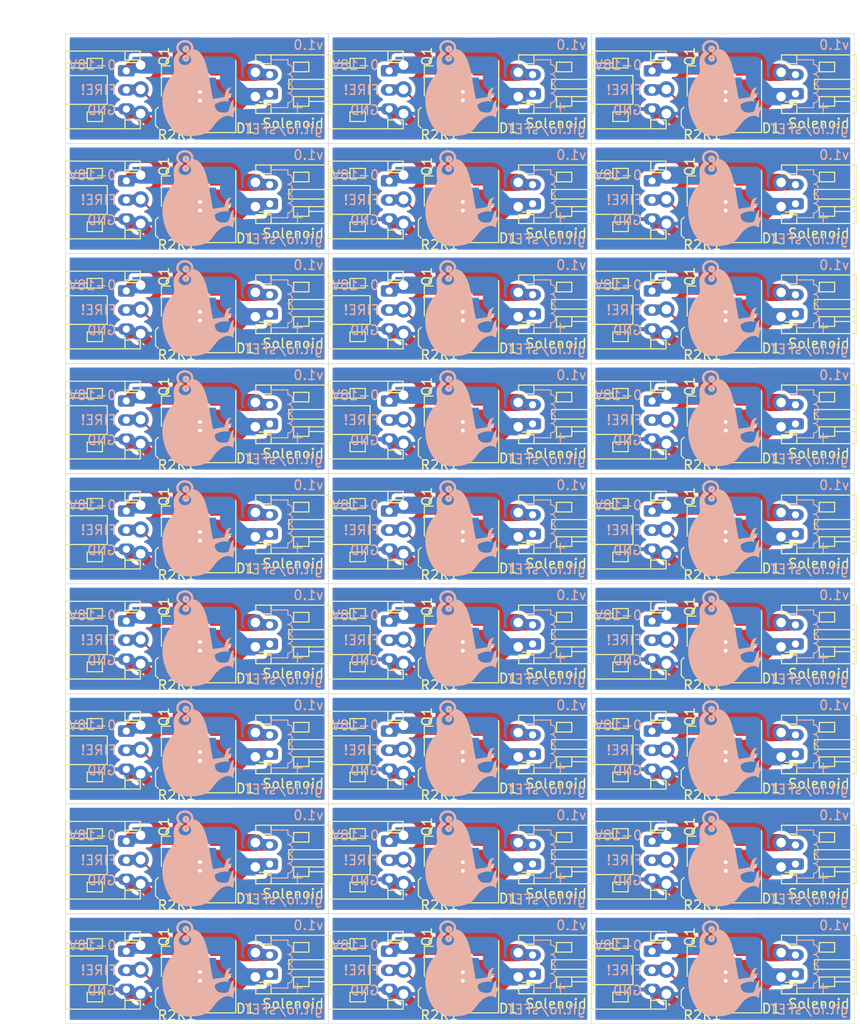
<source format=kicad_pcb>
(kicad_pcb (version 20171130) (host pcbnew "(5.1.2)-2")
  (layers (0 F.Cu signal) (31 B.Cu signal) (34 B.Paste user) (35 F.Paste user) (36 B.SilkS user) (37 F.SilkS user) (38 B.Mask user) (39 F.Mask user) (44 Edge.Cuts user))
  (net 0 "")
  (net 1 /s-)
  (net 2 VCC)
  (net 3 GND)
  (net 4 /FIRE!)
  (net 5 "Net-(Q1-Pad1)")
  (module Connector_JST:JST_PH_S2B-PH-K_1x02_P2.00mm_Horizontal (layer F.Cu) (at 96.35 118.3 90)
    (fp_text reference J1 hide)
    (fp_text value Solenoid (at -3.1 2.45 180) (layer F.SilkS))
    (pad 1 thru_hole roundrect (at 0 0 90) (size 1.2 1.75) (drill 0.75) (layers *.Cu *.Mask) (roundrect_rratio 0.208333) (net 2 VCC))
    (pad 2 thru_hole oval (at 2 0 90) (size 1.2 1.75) (drill 0.75) (layers *.Cu *.Mask) (net 1 /s-))
  )
  (module Connector_JST:JST_PH_S2B-PH-K_1x02_P2.00mm_Horizontal (layer F.Cu) (at 68.85 118.3 90)
    (fp_text reference J1 hide)
    (fp_text value Solenoid (at -3.1 2.45 180) (layer F.SilkS))
    (pad 1 thru_hole roundrect (at 0 0 90) (size 1.2 1.75) (drill 0.75) (layers *.Cu *.Mask) (roundrect_rratio 0.208333) (net 2 VCC))
    (pad 2 thru_hole oval (at 2 0 90) (size 1.2 1.75) (drill 0.75) (layers *.Cu *.Mask) (net 1 /s-))
  )
  (module Connector_JST:JST_PH_S2B-PH-K_1x02_P2.00mm_Horizontal (layer F.Cu) (at 41.35 118.3 90)
    (fp_text reference J1 hide)
    (fp_text value Solenoid (at -3.1 2.45 180) (layer F.SilkS))
    (pad 1 thru_hole roundrect (at 0 0 90) (size 1.2 1.75) (drill 0.75) (layers *.Cu *.Mask) (roundrect_rratio 0.208333) (net 2 VCC))
    (pad 2 thru_hole oval (at 2 0 90) (size 1.2 1.75) (drill 0.75) (layers *.Cu *.Mask) (net 1 /s-))
  )
  (module Connector_JST:JST_PH_S2B-PH-K_1x02_P2.00mm_Horizontal (layer F.Cu) (at 96.35 106.8 90)
    (fp_text reference J1 hide)
    (fp_text value Solenoid (at -3.1 2.45 180) (layer F.SilkS))
    (pad 1 thru_hole roundrect (at 0 0 90) (size 1.2 1.75) (drill 0.75) (layers *.Cu *.Mask) (roundrect_rratio 0.208333) (net 2 VCC))
    (pad 2 thru_hole oval (at 2 0 90) (size 1.2 1.75) (drill 0.75) (layers *.Cu *.Mask) (net 1 /s-))
  )
  (module Connector_JST:JST_PH_S2B-PH-K_1x02_P2.00mm_Horizontal (layer F.Cu) (at 68.85 106.8 90)
    (fp_text reference J1 hide)
    (fp_text value Solenoid (at -3.1 2.45 180) (layer F.SilkS))
    (pad 1 thru_hole roundrect (at 0 0 90) (size 1.2 1.75) (drill 0.75) (layers *.Cu *.Mask) (roundrect_rratio 0.208333) (net 2 VCC))
    (pad 2 thru_hole oval (at 2 0 90) (size 1.2 1.75) (drill 0.75) (layers *.Cu *.Mask) (net 1 /s-))
  )
  (module Connector_JST:JST_PH_S2B-PH-K_1x02_P2.00mm_Horizontal (layer F.Cu) (at 41.35 106.8 90)
    (fp_text reference J1 hide)
    (fp_text value Solenoid (at -3.1 2.45 180) (layer F.SilkS))
    (pad 1 thru_hole roundrect (at 0 0 90) (size 1.2 1.75) (drill 0.75) (layers *.Cu *.Mask) (roundrect_rratio 0.208333) (net 2 VCC))
    (pad 2 thru_hole oval (at 2 0 90) (size 1.2 1.75) (drill 0.75) (layers *.Cu *.Mask) (net 1 /s-))
  )
  (module Connector_JST:JST_PH_S2B-PH-K_1x02_P2.00mm_Horizontal (layer F.Cu) (at 96.35 95.3 90)
    (fp_text reference J1 hide)
    (fp_text value Solenoid (at -3.1 2.45 180) (layer F.SilkS))
    (pad 1 thru_hole roundrect (at 0 0 90) (size 1.2 1.75) (drill 0.75) (layers *.Cu *.Mask) (roundrect_rratio 0.208333) (net 2 VCC))
    (pad 2 thru_hole oval (at 2 0 90) (size 1.2 1.75) (drill 0.75) (layers *.Cu *.Mask) (net 1 /s-))
  )
  (module Connector_JST:JST_PH_S2B-PH-K_1x02_P2.00mm_Horizontal (layer F.Cu) (at 68.85 95.3 90)
    (fp_text reference J1 hide)
    (fp_text value Solenoid (at -3.1 2.45 180) (layer F.SilkS))
    (pad 1 thru_hole roundrect (at 0 0 90) (size 1.2 1.75) (drill 0.75) (layers *.Cu *.Mask) (roundrect_rratio 0.208333) (net 2 VCC))
    (pad 2 thru_hole oval (at 2 0 90) (size 1.2 1.75) (drill 0.75) (layers *.Cu *.Mask) (net 1 /s-))
  )
  (module Connector_JST:JST_PH_S2B-PH-K_1x02_P2.00mm_Horizontal (layer F.Cu) (at 41.35 95.3 90)
    (fp_text reference J1 hide)
    (fp_text value Solenoid (at -3.1 2.45 180) (layer F.SilkS))
    (pad 1 thru_hole roundrect (at 0 0 90) (size 1.2 1.75) (drill 0.75) (layers *.Cu *.Mask) (roundrect_rratio 0.208333) (net 2 VCC))
    (pad 2 thru_hole oval (at 2 0 90) (size 1.2 1.75) (drill 0.75) (layers *.Cu *.Mask) (net 1 /s-))
  )
  (module Connector_JST:JST_PH_S2B-PH-K_1x02_P2.00mm_Horizontal (layer F.Cu) (at 96.35 83.8 90)
    (fp_text reference J1 hide)
    (fp_text value Solenoid (at -3.1 2.45 180) (layer F.SilkS))
    (pad 1 thru_hole roundrect (at 0 0 90) (size 1.2 1.75) (drill 0.75) (layers *.Cu *.Mask) (roundrect_rratio 0.208333) (net 2 VCC))
    (pad 2 thru_hole oval (at 2 0 90) (size 1.2 1.75) (drill 0.75) (layers *.Cu *.Mask) (net 1 /s-))
  )
  (module Connector_JST:JST_PH_S2B-PH-K_1x02_P2.00mm_Horizontal (layer F.Cu) (at 68.85 83.8 90)
    (fp_text reference J1 hide)
    (fp_text value Solenoid (at -3.1 2.45 180) (layer F.SilkS))
    (pad 1 thru_hole roundrect (at 0 0 90) (size 1.2 1.75) (drill 0.75) (layers *.Cu *.Mask) (roundrect_rratio 0.208333) (net 2 VCC))
    (pad 2 thru_hole oval (at 2 0 90) (size 1.2 1.75) (drill 0.75) (layers *.Cu *.Mask) (net 1 /s-))
  )
  (module Connector_JST:JST_PH_S2B-PH-K_1x02_P2.00mm_Horizontal (layer F.Cu) (at 41.35 83.8 90)
    (fp_text reference J1 hide)
    (fp_text value Solenoid (at -3.1 2.45 180) (layer F.SilkS))
    (pad 1 thru_hole roundrect (at 0 0 90) (size 1.2 1.75) (drill 0.75) (layers *.Cu *.Mask) (roundrect_rratio 0.208333) (net 2 VCC))
    (pad 2 thru_hole oval (at 2 0 90) (size 1.2 1.75) (drill 0.75) (layers *.Cu *.Mask) (net 1 /s-))
  )
  (module Connector_JST:JST_PH_S2B-PH-K_1x02_P2.00mm_Horizontal (layer F.Cu) (at 96.35 72.3 90)
    (fp_text reference J1 hide)
    (fp_text value Solenoid (at -3.1 2.45 180) (layer F.SilkS))
    (pad 1 thru_hole roundrect (at 0 0 90) (size 1.2 1.75) (drill 0.75) (layers *.Cu *.Mask) (roundrect_rratio 0.208333) (net 2 VCC))
    (pad 2 thru_hole oval (at 2 0 90) (size 1.2 1.75) (drill 0.75) (layers *.Cu *.Mask) (net 1 /s-))
  )
  (module Connector_JST:JST_PH_S2B-PH-K_1x02_P2.00mm_Horizontal (layer F.Cu) (at 68.85 72.3 90)
    (fp_text reference J1 hide)
    (fp_text value Solenoid (at -3.1 2.45 180) (layer F.SilkS))
    (pad 1 thru_hole roundrect (at 0 0 90) (size 1.2 1.75) (drill 0.75) (layers *.Cu *.Mask) (roundrect_rratio 0.208333) (net 2 VCC))
    (pad 2 thru_hole oval (at 2 0 90) (size 1.2 1.75) (drill 0.75) (layers *.Cu *.Mask) (net 1 /s-))
  )
  (module Connector_JST:JST_PH_S2B-PH-K_1x02_P2.00mm_Horizontal (layer F.Cu) (at 41.35 72.3 90)
    (fp_text reference J1 hide)
    (fp_text value Solenoid (at -3.1 2.45 180) (layer F.SilkS))
    (pad 1 thru_hole roundrect (at 0 0 90) (size 1.2 1.75) (drill 0.75) (layers *.Cu *.Mask) (roundrect_rratio 0.208333) (net 2 VCC))
    (pad 2 thru_hole oval (at 2 0 90) (size 1.2 1.75) (drill 0.75) (layers *.Cu *.Mask) (net 1 /s-))
  )
  (module Connector_JST:JST_PH_S2B-PH-K_1x02_P2.00mm_Horizontal (layer F.Cu) (at 96.35 60.8 90)
    (fp_text reference J1 hide)
    (fp_text value Solenoid (at -3.1 2.45 180) (layer F.SilkS))
    (pad 1 thru_hole roundrect (at 0 0 90) (size 1.2 1.75) (drill 0.75) (layers *.Cu *.Mask) (roundrect_rratio 0.208333) (net 2 VCC))
    (pad 2 thru_hole oval (at 2 0 90) (size 1.2 1.75) (drill 0.75) (layers *.Cu *.Mask) (net 1 /s-))
  )
  (module Connector_JST:JST_PH_S2B-PH-K_1x02_P2.00mm_Horizontal (layer F.Cu) (at 68.85 60.8 90)
    (fp_text reference J1 hide)
    (fp_text value Solenoid (at -3.1 2.45 180) (layer F.SilkS))
    (pad 1 thru_hole roundrect (at 0 0 90) (size 1.2 1.75) (drill 0.75) (layers *.Cu *.Mask) (roundrect_rratio 0.208333) (net 2 VCC))
    (pad 2 thru_hole oval (at 2 0 90) (size 1.2 1.75) (drill 0.75) (layers *.Cu *.Mask) (net 1 /s-))
  )
  (module Connector_JST:JST_PH_S2B-PH-K_1x02_P2.00mm_Horizontal (layer F.Cu) (at 41.35 60.8 90)
    (fp_text reference J1 hide)
    (fp_text value Solenoid (at -3.1 2.45 180) (layer F.SilkS))
    (pad 1 thru_hole roundrect (at 0 0 90) (size 1.2 1.75) (drill 0.75) (layers *.Cu *.Mask) (roundrect_rratio 0.208333) (net 2 VCC))
    (pad 2 thru_hole oval (at 2 0 90) (size 1.2 1.75) (drill 0.75) (layers *.Cu *.Mask) (net 1 /s-))
  )
  (module Connector_JST:JST_PH_S2B-PH-K_1x02_P2.00mm_Horizontal (layer F.Cu) (at 96.35 49.3 90)
    (fp_text reference J1 hide)
    (fp_text value Solenoid (at -3.1 2.45 180) (layer F.SilkS))
    (pad 1 thru_hole roundrect (at 0 0 90) (size 1.2 1.75) (drill 0.75) (layers *.Cu *.Mask) (roundrect_rratio 0.208333) (net 2 VCC))
    (pad 2 thru_hole oval (at 2 0 90) (size 1.2 1.75) (drill 0.75) (layers *.Cu *.Mask) (net 1 /s-))
  )
  (module Connector_JST:JST_PH_S2B-PH-K_1x02_P2.00mm_Horizontal (layer F.Cu) (at 68.85 49.3 90)
    (fp_text reference J1 hide)
    (fp_text value Solenoid (at -3.1 2.45 180) (layer F.SilkS))
    (pad 1 thru_hole roundrect (at 0 0 90) (size 1.2 1.75) (drill 0.75) (layers *.Cu *.Mask) (roundrect_rratio 0.208333) (net 2 VCC))
    (pad 2 thru_hole oval (at 2 0 90) (size 1.2 1.75) (drill 0.75) (layers *.Cu *.Mask) (net 1 /s-))
  )
  (module Connector_JST:JST_PH_S2B-PH-K_1x02_P2.00mm_Horizontal (layer F.Cu) (at 41.35 49.3 90)
    (fp_text reference J1 hide)
    (fp_text value Solenoid (at -3.1 2.45 180) (layer F.SilkS))
    (pad 1 thru_hole roundrect (at 0 0 90) (size 1.2 1.75) (drill 0.75) (layers *.Cu *.Mask) (roundrect_rratio 0.208333) (net 2 VCC))
    (pad 2 thru_hole oval (at 2 0 90) (size 1.2 1.75) (drill 0.75) (layers *.Cu *.Mask) (net 1 /s-))
  )
  (module Connector_JST:JST_PH_S2B-PH-K_1x02_P2.00mm_Horizontal (layer F.Cu) (at 96.35 37.8 90)
    (fp_text reference J1 hide)
    (fp_text value Solenoid (at -3.1 2.45 180) (layer F.SilkS))
    (pad 1 thru_hole roundrect (at 0 0 90) (size 1.2 1.75) (drill 0.75) (layers *.Cu *.Mask) (roundrect_rratio 0.208333) (net 2 VCC))
    (pad 2 thru_hole oval (at 2 0 90) (size 1.2 1.75) (drill 0.75) (layers *.Cu *.Mask) (net 1 /s-))
  )
  (module Connector_JST:JST_PH_S2B-PH-K_1x02_P2.00mm_Horizontal (layer F.Cu) (at 68.85 37.8 90)
    (fp_text reference J1 hide)
    (fp_text value Solenoid (at -3.1 2.45 180) (layer F.SilkS))
    (pad 1 thru_hole roundrect (at 0 0 90) (size 1.2 1.75) (drill 0.75) (layers *.Cu *.Mask) (roundrect_rratio 0.208333) (net 2 VCC))
    (pad 2 thru_hole oval (at 2 0 90) (size 1.2 1.75) (drill 0.75) (layers *.Cu *.Mask) (net 1 /s-))
  )
  (module Connector_JST:JST_PH_S2B-PH-K_1x02_P2.00mm_Horizontal (layer F.Cu) (at 41.35 37.8 90)
    (fp_text reference J1 hide)
    (fp_text value Solenoid (at -3.1 2.45 180) (layer F.SilkS))
    (pad 1 thru_hole roundrect (at 0 0 90) (size 1.2 1.75) (drill 0.75) (layers *.Cu *.Mask) (roundrect_rratio 0.208333) (net 2 VCC))
    (pad 2 thru_hole oval (at 2 0 90) (size 1.2 1.75) (drill 0.75) (layers *.Cu *.Mask) (net 1 /s-))
  )
  (module Connector_JST:JST_PH_S2B-PH-K_1x02_P2.00mm_Horizontal (layer F.Cu) (at 96.35 26.3 90)
    (fp_text reference J1 hide)
    (fp_text value Solenoid (at -3.1 2.45 180) (layer F.SilkS))
    (pad 1 thru_hole roundrect (at 0 0 90) (size 1.2 1.75) (drill 0.75) (layers *.Cu *.Mask) (roundrect_rratio 0.208333) (net 2 VCC))
    (pad 2 thru_hole oval (at 2 0 90) (size 1.2 1.75) (drill 0.75) (layers *.Cu *.Mask) (net 1 /s-))
  )
  (module Connector_JST:JST_PH_S2B-PH-K_1x02_P2.00mm_Horizontal (layer F.Cu) (at 68.85 26.3 90)
    (fp_text reference J1 hide)
    (fp_text value Solenoid (at -3.1 2.45 180) (layer F.SilkS))
    (pad 1 thru_hole roundrect (at 0 0 90) (size 1.2 1.75) (drill 0.75) (layers *.Cu *.Mask) (roundrect_rratio 0.208333) (net 2 VCC))
    (pad 2 thru_hole oval (at 2 0 90) (size 1.2 1.75) (drill 0.75) (layers *.Cu *.Mask) (net 1 /s-))
  )
  (module Connector_PinHeader_2.54mm:PinHeader_1x03_P2.54mm_Vertical (layer F.Cu) (at 82.85 115.3)
    (fp_text reference J4 hide)
    (fp_text value Conn_01x03)
    (pad 1 thru_hole rect (at 0 0) (size 1.7 1.7) (drill 1) (layers *.Cu *.Mask) (net 2 VCC))
    (pad 2 thru_hole oval (at 0 2.54) (size 1.7 1.7) (drill 1) (layers *.Cu *.Mask) (net 4 /FIRE!))
    (pad 3 thru_hole oval (at 0 5.08) (size 1.7 1.7) (drill 1) (layers *.Cu *.Mask) (net 3 GND))
  )
  (module Connector_PinHeader_2.54mm:PinHeader_1x03_P2.54mm_Vertical (layer F.Cu) (at 55.35 115.3)
    (fp_text reference J4 hide)
    (fp_text value Conn_01x03)
    (pad 1 thru_hole rect (at 0 0) (size 1.7 1.7) (drill 1) (layers *.Cu *.Mask) (net 2 VCC))
    (pad 2 thru_hole oval (at 0 2.54) (size 1.7 1.7) (drill 1) (layers *.Cu *.Mask) (net 4 /FIRE!))
    (pad 3 thru_hole oval (at 0 5.08) (size 1.7 1.7) (drill 1) (layers *.Cu *.Mask) (net 3 GND))
  )
  (module Connector_PinHeader_2.54mm:PinHeader_1x03_P2.54mm_Vertical (layer F.Cu) (at 27.85 115.3)
    (fp_text reference J4 hide)
    (fp_text value Conn_01x03)
    (pad 1 thru_hole rect (at 0 0) (size 1.7 1.7) (drill 1) (layers *.Cu *.Mask) (net 2 VCC))
    (pad 2 thru_hole oval (at 0 2.54) (size 1.7 1.7) (drill 1) (layers *.Cu *.Mask) (net 4 /FIRE!))
    (pad 3 thru_hole oval (at 0 5.08) (size 1.7 1.7) (drill 1) (layers *.Cu *.Mask) (net 3 GND))
  )
  (module Connector_PinHeader_2.54mm:PinHeader_1x03_P2.54mm_Vertical (layer F.Cu) (at 82.85 103.8)
    (fp_text reference J4 hide)
    (fp_text value Conn_01x03)
    (pad 1 thru_hole rect (at 0 0) (size 1.7 1.7) (drill 1) (layers *.Cu *.Mask) (net 2 VCC))
    (pad 2 thru_hole oval (at 0 2.54) (size 1.7 1.7) (drill 1) (layers *.Cu *.Mask) (net 4 /FIRE!))
    (pad 3 thru_hole oval (at 0 5.08) (size 1.7 1.7) (drill 1) (layers *.Cu *.Mask) (net 3 GND))
  )
  (module Connector_PinHeader_2.54mm:PinHeader_1x03_P2.54mm_Vertical (layer F.Cu) (at 55.35 103.8)
    (fp_text reference J4 hide)
    (fp_text value Conn_01x03)
    (pad 1 thru_hole rect (at 0 0) (size 1.7 1.7) (drill 1) (layers *.Cu *.Mask) (net 2 VCC))
    (pad 2 thru_hole oval (at 0 2.54) (size 1.7 1.7) (drill 1) (layers *.Cu *.Mask) (net 4 /FIRE!))
    (pad 3 thru_hole oval (at 0 5.08) (size 1.7 1.7) (drill 1) (layers *.Cu *.Mask) (net 3 GND))
  )
  (module Connector_PinHeader_2.54mm:PinHeader_1x03_P2.54mm_Vertical (layer F.Cu) (at 27.85 103.8)
    (fp_text reference J4 hide)
    (fp_text value Conn_01x03)
    (pad 1 thru_hole rect (at 0 0) (size 1.7 1.7) (drill 1) (layers *.Cu *.Mask) (net 2 VCC))
    (pad 2 thru_hole oval (at 0 2.54) (size 1.7 1.7) (drill 1) (layers *.Cu *.Mask) (net 4 /FIRE!))
    (pad 3 thru_hole oval (at 0 5.08) (size 1.7 1.7) (drill 1) (layers *.Cu *.Mask) (net 3 GND))
  )
  (module Connector_PinHeader_2.54mm:PinHeader_1x03_P2.54mm_Vertical (layer F.Cu) (at 82.85 92.3)
    (fp_text reference J4 hide)
    (fp_text value Conn_01x03)
    (pad 1 thru_hole rect (at 0 0) (size 1.7 1.7) (drill 1) (layers *.Cu *.Mask) (net 2 VCC))
    (pad 2 thru_hole oval (at 0 2.54) (size 1.7 1.7) (drill 1) (layers *.Cu *.Mask) (net 4 /FIRE!))
    (pad 3 thru_hole oval (at 0 5.08) (size 1.7 1.7) (drill 1) (layers *.Cu *.Mask) (net 3 GND))
  )
  (module Connector_PinHeader_2.54mm:PinHeader_1x03_P2.54mm_Vertical (layer F.Cu) (at 55.35 92.3)
    (fp_text reference J4 hide)
    (fp_text value Conn_01x03)
    (pad 1 thru_hole rect (at 0 0) (size 1.7 1.7) (drill 1) (layers *.Cu *.Mask) (net 2 VCC))
    (pad 2 thru_hole oval (at 0 2.54) (size 1.7 1.7) (drill 1) (layers *.Cu *.Mask) (net 4 /FIRE!))
    (pad 3 thru_hole oval (at 0 5.08) (size 1.7 1.7) (drill 1) (layers *.Cu *.Mask) (net 3 GND))
  )
  (module Connector_PinHeader_2.54mm:PinHeader_1x03_P2.54mm_Vertical (layer F.Cu) (at 27.85 92.3)
    (fp_text reference J4 hide)
    (fp_text value Conn_01x03)
    (pad 1 thru_hole rect (at 0 0) (size 1.7 1.7) (drill 1) (layers *.Cu *.Mask) (net 2 VCC))
    (pad 2 thru_hole oval (at 0 2.54) (size 1.7 1.7) (drill 1) (layers *.Cu *.Mask) (net 4 /FIRE!))
    (pad 3 thru_hole oval (at 0 5.08) (size 1.7 1.7) (drill 1) (layers *.Cu *.Mask) (net 3 GND))
  )
  (module Connector_PinHeader_2.54mm:PinHeader_1x03_P2.54mm_Vertical (layer F.Cu) (at 82.85 80.8)
    (fp_text reference J4 hide)
    (fp_text value Conn_01x03)
    (pad 1 thru_hole rect (at 0 0) (size 1.7 1.7) (drill 1) (layers *.Cu *.Mask) (net 2 VCC))
    (pad 2 thru_hole oval (at 0 2.54) (size 1.7 1.7) (drill 1) (layers *.Cu *.Mask) (net 4 /FIRE!))
    (pad 3 thru_hole oval (at 0 5.08) (size 1.7 1.7) (drill 1) (layers *.Cu *.Mask) (net 3 GND))
  )
  (module Connector_PinHeader_2.54mm:PinHeader_1x03_P2.54mm_Vertical (layer F.Cu) (at 55.35 80.8)
    (fp_text reference J4 hide)
    (fp_text value Conn_01x03)
    (pad 1 thru_hole rect (at 0 0) (size 1.7 1.7) (drill 1) (layers *.Cu *.Mask) (net 2 VCC))
    (pad 2 thru_hole oval (at 0 2.54) (size 1.7 1.7) (drill 1) (layers *.Cu *.Mask) (net 4 /FIRE!))
    (pad 3 thru_hole oval (at 0 5.08) (size 1.7 1.7) (drill 1) (layers *.Cu *.Mask) (net 3 GND))
  )
  (module Connector_PinHeader_2.54mm:PinHeader_1x03_P2.54mm_Vertical (layer F.Cu) (at 27.85 80.8)
    (fp_text reference J4 hide)
    (fp_text value Conn_01x03)
    (pad 1 thru_hole rect (at 0 0) (size 1.7 1.7) (drill 1) (layers *.Cu *.Mask) (net 2 VCC))
    (pad 2 thru_hole oval (at 0 2.54) (size 1.7 1.7) (drill 1) (layers *.Cu *.Mask) (net 4 /FIRE!))
    (pad 3 thru_hole oval (at 0 5.08) (size 1.7 1.7) (drill 1) (layers *.Cu *.Mask) (net 3 GND))
  )
  (module Connector_PinHeader_2.54mm:PinHeader_1x03_P2.54mm_Vertical (layer F.Cu) (at 82.85 69.3)
    (fp_text reference J4 hide)
    (fp_text value Conn_01x03)
    (pad 1 thru_hole rect (at 0 0) (size 1.7 1.7) (drill 1) (layers *.Cu *.Mask) (net 2 VCC))
    (pad 2 thru_hole oval (at 0 2.54) (size 1.7 1.7) (drill 1) (layers *.Cu *.Mask) (net 4 /FIRE!))
    (pad 3 thru_hole oval (at 0 5.08) (size 1.7 1.7) (drill 1) (layers *.Cu *.Mask) (net 3 GND))
  )
  (module Connector_PinHeader_2.54mm:PinHeader_1x03_P2.54mm_Vertical (layer F.Cu) (at 55.35 69.3)
    (fp_text reference J4 hide)
    (fp_text value Conn_01x03)
    (pad 1 thru_hole rect (at 0 0) (size 1.7 1.7) (drill 1) (layers *.Cu *.Mask) (net 2 VCC))
    (pad 2 thru_hole oval (at 0 2.54) (size 1.7 1.7) (drill 1) (layers *.Cu *.Mask) (net 4 /FIRE!))
    (pad 3 thru_hole oval (at 0 5.08) (size 1.7 1.7) (drill 1) (layers *.Cu *.Mask) (net 3 GND))
  )
  (module Connector_PinHeader_2.54mm:PinHeader_1x03_P2.54mm_Vertical (layer F.Cu) (at 27.85 69.3)
    (fp_text reference J4 hide)
    (fp_text value Conn_01x03)
    (pad 1 thru_hole rect (at 0 0) (size 1.7 1.7) (drill 1) (layers *.Cu *.Mask) (net 2 VCC))
    (pad 2 thru_hole oval (at 0 2.54) (size 1.7 1.7) (drill 1) (layers *.Cu *.Mask) (net 4 /FIRE!))
    (pad 3 thru_hole oval (at 0 5.08) (size 1.7 1.7) (drill 1) (layers *.Cu *.Mask) (net 3 GND))
  )
  (module Connector_PinHeader_2.54mm:PinHeader_1x03_P2.54mm_Vertical (layer F.Cu) (at 82.85 57.8)
    (fp_text reference J4 hide)
    (fp_text value Conn_01x03)
    (pad 1 thru_hole rect (at 0 0) (size 1.7 1.7) (drill 1) (layers *.Cu *.Mask) (net 2 VCC))
    (pad 2 thru_hole oval (at 0 2.54) (size 1.7 1.7) (drill 1) (layers *.Cu *.Mask) (net 4 /FIRE!))
    (pad 3 thru_hole oval (at 0 5.08) (size 1.7 1.7) (drill 1) (layers *.Cu *.Mask) (net 3 GND))
  )
  (module Connector_PinHeader_2.54mm:PinHeader_1x03_P2.54mm_Vertical (layer F.Cu) (at 55.35 57.8)
    (fp_text reference J4 hide)
    (fp_text value Conn_01x03)
    (pad 1 thru_hole rect (at 0 0) (size 1.7 1.7) (drill 1) (layers *.Cu *.Mask) (net 2 VCC))
    (pad 2 thru_hole oval (at 0 2.54) (size 1.7 1.7) (drill 1) (layers *.Cu *.Mask) (net 4 /FIRE!))
    (pad 3 thru_hole oval (at 0 5.08) (size 1.7 1.7) (drill 1) (layers *.Cu *.Mask) (net 3 GND))
  )
  (module Connector_PinHeader_2.54mm:PinHeader_1x03_P2.54mm_Vertical (layer F.Cu) (at 27.85 57.8)
    (fp_text reference J4 hide)
    (fp_text value Conn_01x03)
    (pad 1 thru_hole rect (at 0 0) (size 1.7 1.7) (drill 1) (layers *.Cu *.Mask) (net 2 VCC))
    (pad 2 thru_hole oval (at 0 2.54) (size 1.7 1.7) (drill 1) (layers *.Cu *.Mask) (net 4 /FIRE!))
    (pad 3 thru_hole oval (at 0 5.08) (size 1.7 1.7) (drill 1) (layers *.Cu *.Mask) (net 3 GND))
  )
  (module Connector_PinHeader_2.54mm:PinHeader_1x03_P2.54mm_Vertical (layer F.Cu) (at 82.85 46.3)
    (fp_text reference J4 hide)
    (fp_text value Conn_01x03)
    (pad 1 thru_hole rect (at 0 0) (size 1.7 1.7) (drill 1) (layers *.Cu *.Mask) (net 2 VCC))
    (pad 2 thru_hole oval (at 0 2.54) (size 1.7 1.7) (drill 1) (layers *.Cu *.Mask) (net 4 /FIRE!))
    (pad 3 thru_hole oval (at 0 5.08) (size 1.7 1.7) (drill 1) (layers *.Cu *.Mask) (net 3 GND))
  )
  (module Connector_PinHeader_2.54mm:PinHeader_1x03_P2.54mm_Vertical (layer F.Cu) (at 55.35 46.3)
    (fp_text reference J4 hide)
    (fp_text value Conn_01x03)
    (pad 1 thru_hole rect (at 0 0) (size 1.7 1.7) (drill 1) (layers *.Cu *.Mask) (net 2 VCC))
    (pad 2 thru_hole oval (at 0 2.54) (size 1.7 1.7) (drill 1) (layers *.Cu *.Mask) (net 4 /FIRE!))
    (pad 3 thru_hole oval (at 0 5.08) (size 1.7 1.7) (drill 1) (layers *.Cu *.Mask) (net 3 GND))
  )
  (module Connector_PinHeader_2.54mm:PinHeader_1x03_P2.54mm_Vertical (layer F.Cu) (at 27.85 46.3)
    (fp_text reference J4 hide)
    (fp_text value Conn_01x03)
    (pad 1 thru_hole rect (at 0 0) (size 1.7 1.7) (drill 1) (layers *.Cu *.Mask) (net 2 VCC))
    (pad 2 thru_hole oval (at 0 2.54) (size 1.7 1.7) (drill 1) (layers *.Cu *.Mask) (net 4 /FIRE!))
    (pad 3 thru_hole oval (at 0 5.08) (size 1.7 1.7) (drill 1) (layers *.Cu *.Mask) (net 3 GND))
  )
  (module Connector_PinHeader_2.54mm:PinHeader_1x03_P2.54mm_Vertical (layer F.Cu) (at 82.85 34.8)
    (fp_text reference J4 hide)
    (fp_text value Conn_01x03)
    (pad 1 thru_hole rect (at 0 0) (size 1.7 1.7) (drill 1) (layers *.Cu *.Mask) (net 2 VCC))
    (pad 2 thru_hole oval (at 0 2.54) (size 1.7 1.7) (drill 1) (layers *.Cu *.Mask) (net 4 /FIRE!))
    (pad 3 thru_hole oval (at 0 5.08) (size 1.7 1.7) (drill 1) (layers *.Cu *.Mask) (net 3 GND))
  )
  (module Connector_PinHeader_2.54mm:PinHeader_1x03_P2.54mm_Vertical (layer F.Cu) (at 55.35 34.8)
    (fp_text reference J4 hide)
    (fp_text value Conn_01x03)
    (pad 1 thru_hole rect (at 0 0) (size 1.7 1.7) (drill 1) (layers *.Cu *.Mask) (net 2 VCC))
    (pad 2 thru_hole oval (at 0 2.54) (size 1.7 1.7) (drill 1) (layers *.Cu *.Mask) (net 4 /FIRE!))
    (pad 3 thru_hole oval (at 0 5.08) (size 1.7 1.7) (drill 1) (layers *.Cu *.Mask) (net 3 GND))
  )
  (module Connector_PinHeader_2.54mm:PinHeader_1x03_P2.54mm_Vertical (layer F.Cu) (at 27.85 34.8)
    (fp_text reference J4 hide)
    (fp_text value Conn_01x03)
    (pad 1 thru_hole rect (at 0 0) (size 1.7 1.7) (drill 1) (layers *.Cu *.Mask) (net 2 VCC))
    (pad 2 thru_hole oval (at 0 2.54) (size 1.7 1.7) (drill 1) (layers *.Cu *.Mask) (net 4 /FIRE!))
    (pad 3 thru_hole oval (at 0 5.08) (size 1.7 1.7) (drill 1) (layers *.Cu *.Mask) (net 3 GND))
  )
  (module Connector_PinHeader_2.54mm:PinHeader_1x03_P2.54mm_Vertical (layer F.Cu) (at 82.85 23.3)
    (fp_text reference J4 hide)
    (fp_text value Conn_01x03)
    (pad 1 thru_hole rect (at 0 0) (size 1.7 1.7) (drill 1) (layers *.Cu *.Mask) (net 2 VCC))
    (pad 2 thru_hole oval (at 0 2.54) (size 1.7 1.7) (drill 1) (layers *.Cu *.Mask) (net 4 /FIRE!))
    (pad 3 thru_hole oval (at 0 5.08) (size 1.7 1.7) (drill 1) (layers *.Cu *.Mask) (net 3 GND))
  )
  (module Connector_PinHeader_2.54mm:PinHeader_1x03_P2.54mm_Vertical (layer F.Cu) (at 55.35 23.3)
    (fp_text reference J4 hide)
    (fp_text value Conn_01x03)
    (pad 1 thru_hole rect (at 0 0) (size 1.7 1.7) (drill 1) (layers *.Cu *.Mask) (net 2 VCC))
    (pad 2 thru_hole oval (at 0 2.54) (size 1.7 1.7) (drill 1) (layers *.Cu *.Mask) (net 4 /FIRE!))
    (pad 3 thru_hole oval (at 0 5.08) (size 1.7 1.7) (drill 1) (layers *.Cu *.Mask) (net 3 GND))
  )
  (module Resistor_SMD:R_0603_1608Metric_Pad1.05x0.95mm_HandSolder (layer F.Cu) (at 86.55 119.7)
    (fp_text reference R2 (at -0.95 2.9) (layer F.SilkS))
    (fp_text value 10k)
    (pad 1 smd roundrect (at -0.875 0) (size 1.05 0.95) (layers F.Cu F.Paste F.Mask) (net 5 "Net-(Q1-Pad1)"))
    (pad 2 smd roundrect (at 0.875 0) (size 1.05 0.95) (layers F.Cu F.Paste F.Mask) (net 3 GND))
  )
  (module Resistor_SMD:R_0603_1608Metric_Pad1.05x0.95mm_HandSolder (layer F.Cu) (at 59.05 119.7)
    (fp_text reference R2 (at -0.95 2.9) (layer F.SilkS))
    (fp_text value 10k)
    (pad 1 smd roundrect (at -0.875 0) (size 1.05 0.95) (layers F.Cu F.Paste F.Mask) (net 5 "Net-(Q1-Pad1)"))
    (pad 2 smd roundrect (at 0.875 0) (size 1.05 0.95) (layers F.Cu F.Paste F.Mask) (net 3 GND))
  )
  (module Resistor_SMD:R_0603_1608Metric_Pad1.05x0.95mm_HandSolder (layer F.Cu) (at 31.55 119.7)
    (fp_text reference R2 (at -0.95 2.9) (layer F.SilkS))
    (fp_text value 10k)
    (pad 1 smd roundrect (at -0.875 0) (size 1.05 0.95) (layers F.Cu F.Paste F.Mask) (net 5 "Net-(Q1-Pad1)"))
    (pad 2 smd roundrect (at 0.875 0) (size 1.05 0.95) (layers F.Cu F.Paste F.Mask) (net 3 GND))
  )
  (module Resistor_SMD:R_0603_1608Metric_Pad1.05x0.95mm_HandSolder (layer F.Cu) (at 86.55 108.2)
    (fp_text reference R2 (at -0.95 2.9) (layer F.SilkS))
    (fp_text value 10k)
    (pad 1 smd roundrect (at -0.875 0) (size 1.05 0.95) (layers F.Cu F.Paste F.Mask) (net 5 "Net-(Q1-Pad1)"))
    (pad 2 smd roundrect (at 0.875 0) (size 1.05 0.95) (layers F.Cu F.Paste F.Mask) (net 3 GND))
  )
  (module Resistor_SMD:R_0603_1608Metric_Pad1.05x0.95mm_HandSolder (layer F.Cu) (at 59.05 108.2)
    (fp_text reference R2 (at -0.95 2.9) (layer F.SilkS))
    (fp_text value 10k)
    (pad 1 smd roundrect (at -0.875 0) (size 1.05 0.95) (layers F.Cu F.Paste F.Mask) (net 5 "Net-(Q1-Pad1)"))
    (pad 2 smd roundrect (at 0.875 0) (size 1.05 0.95) (layers F.Cu F.Paste F.Mask) (net 3 GND))
  )
  (module Resistor_SMD:R_0603_1608Metric_Pad1.05x0.95mm_HandSolder (layer F.Cu) (at 31.55 108.2)
    (fp_text reference R2 (at -0.95 2.9) (layer F.SilkS))
    (fp_text value 10k)
    (pad 1 smd roundrect (at -0.875 0) (size 1.05 0.95) (layers F.Cu F.Paste F.Mask) (net 5 "Net-(Q1-Pad1)"))
    (pad 2 smd roundrect (at 0.875 0) (size 1.05 0.95) (layers F.Cu F.Paste F.Mask) (net 3 GND))
  )
  (module Resistor_SMD:R_0603_1608Metric_Pad1.05x0.95mm_HandSolder (layer F.Cu) (at 86.55 96.7)
    (fp_text reference R2 (at -0.95 2.9) (layer F.SilkS))
    (fp_text value 10k)
    (pad 1 smd roundrect (at -0.875 0) (size 1.05 0.95) (layers F.Cu F.Paste F.Mask) (net 5 "Net-(Q1-Pad1)"))
    (pad 2 smd roundrect (at 0.875 0) (size 1.05 0.95) (layers F.Cu F.Paste F.Mask) (net 3 GND))
  )
  (module Resistor_SMD:R_0603_1608Metric_Pad1.05x0.95mm_HandSolder (layer F.Cu) (at 59.05 96.7)
    (fp_text reference R2 (at -0.95 2.9) (layer F.SilkS))
    (fp_text value 10k)
    (pad 1 smd roundrect (at -0.875 0) (size 1.05 0.95) (layers F.Cu F.Paste F.Mask) (net 5 "Net-(Q1-Pad1)"))
    (pad 2 smd roundrect (at 0.875 0) (size 1.05 0.95) (layers F.Cu F.Paste F.Mask) (net 3 GND))
  )
  (module Resistor_SMD:R_0603_1608Metric_Pad1.05x0.95mm_HandSolder (layer F.Cu) (at 31.55 96.7)
    (fp_text reference R2 (at -0.95 2.9) (layer F.SilkS))
    (fp_text value 10k)
    (pad 1 smd roundrect (at -0.875 0) (size 1.05 0.95) (layers F.Cu F.Paste F.Mask) (net 5 "Net-(Q1-Pad1)"))
    (pad 2 smd roundrect (at 0.875 0) (size 1.05 0.95) (layers F.Cu F.Paste F.Mask) (net 3 GND))
  )
  (module Resistor_SMD:R_0603_1608Metric_Pad1.05x0.95mm_HandSolder (layer F.Cu) (at 86.55 85.2)
    (fp_text reference R2 (at -0.95 2.9) (layer F.SilkS))
    (fp_text value 10k)
    (pad 1 smd roundrect (at -0.875 0) (size 1.05 0.95) (layers F.Cu F.Paste F.Mask) (net 5 "Net-(Q1-Pad1)"))
    (pad 2 smd roundrect (at 0.875 0) (size 1.05 0.95) (layers F.Cu F.Paste F.Mask) (net 3 GND))
  )
  (module Resistor_SMD:R_0603_1608Metric_Pad1.05x0.95mm_HandSolder (layer F.Cu) (at 59.05 85.2)
    (fp_text reference R2 (at -0.95 2.9) (layer F.SilkS))
    (fp_text value 10k)
    (pad 1 smd roundrect (at -0.875 0) (size 1.05 0.95) (layers F.Cu F.Paste F.Mask) (net 5 "Net-(Q1-Pad1)"))
    (pad 2 smd roundrect (at 0.875 0) (size 1.05 0.95) (layers F.Cu F.Paste F.Mask) (net 3 GND))
  )
  (module Resistor_SMD:R_0603_1608Metric_Pad1.05x0.95mm_HandSolder (layer F.Cu) (at 31.55 85.2)
    (fp_text reference R2 (at -0.95 2.9) (layer F.SilkS))
    (fp_text value 10k)
    (pad 1 smd roundrect (at -0.875 0) (size 1.05 0.95) (layers F.Cu F.Paste F.Mask) (net 5 "Net-(Q1-Pad1)"))
    (pad 2 smd roundrect (at 0.875 0) (size 1.05 0.95) (layers F.Cu F.Paste F.Mask) (net 3 GND))
  )
  (module Resistor_SMD:R_0603_1608Metric_Pad1.05x0.95mm_HandSolder (layer F.Cu) (at 86.55 73.7)
    (fp_text reference R2 (at -0.95 2.9) (layer F.SilkS))
    (fp_text value 10k)
    (pad 1 smd roundrect (at -0.875 0) (size 1.05 0.95) (layers F.Cu F.Paste F.Mask) (net 5 "Net-(Q1-Pad1)"))
    (pad 2 smd roundrect (at 0.875 0) (size 1.05 0.95) (layers F.Cu F.Paste F.Mask) (net 3 GND))
  )
  (module Resistor_SMD:R_0603_1608Metric_Pad1.05x0.95mm_HandSolder (layer F.Cu) (at 59.05 73.7)
    (fp_text reference R2 (at -0.95 2.9) (layer F.SilkS))
    (fp_text value 10k)
    (pad 1 smd roundrect (at -0.875 0) (size 1.05 0.95) (layers F.Cu F.Paste F.Mask) (net 5 "Net-(Q1-Pad1)"))
    (pad 2 smd roundrect (at 0.875 0) (size 1.05 0.95) (layers F.Cu F.Paste F.Mask) (net 3 GND))
  )
  (module Resistor_SMD:R_0603_1608Metric_Pad1.05x0.95mm_HandSolder (layer F.Cu) (at 31.55 73.7)
    (fp_text reference R2 (at -0.95 2.9) (layer F.SilkS))
    (fp_text value 10k)
    (pad 1 smd roundrect (at -0.875 0) (size 1.05 0.95) (layers F.Cu F.Paste F.Mask) (net 5 "Net-(Q1-Pad1)"))
    (pad 2 smd roundrect (at 0.875 0) (size 1.05 0.95) (layers F.Cu F.Paste F.Mask) (net 3 GND))
  )
  (module Resistor_SMD:R_0603_1608Metric_Pad1.05x0.95mm_HandSolder (layer F.Cu) (at 86.55 62.2)
    (fp_text reference R2 (at -0.95 2.9) (layer F.SilkS))
    (fp_text value 10k)
    (pad 1 smd roundrect (at -0.875 0) (size 1.05 0.95) (layers F.Cu F.Paste F.Mask) (net 5 "Net-(Q1-Pad1)"))
    (pad 2 smd roundrect (at 0.875 0) (size 1.05 0.95) (layers F.Cu F.Paste F.Mask) (net 3 GND))
  )
  (module Resistor_SMD:R_0603_1608Metric_Pad1.05x0.95mm_HandSolder (layer F.Cu) (at 59.05 62.2)
    (fp_text reference R2 (at -0.95 2.9) (layer F.SilkS))
    (fp_text value 10k)
    (pad 1 smd roundrect (at -0.875 0) (size 1.05 0.95) (layers F.Cu F.Paste F.Mask) (net 5 "Net-(Q1-Pad1)"))
    (pad 2 smd roundrect (at 0.875 0) (size 1.05 0.95) (layers F.Cu F.Paste F.Mask) (net 3 GND))
  )
  (module Resistor_SMD:R_0603_1608Metric_Pad1.05x0.95mm_HandSolder (layer F.Cu) (at 31.55 62.2)
    (fp_text reference R2 (at -0.95 2.9) (layer F.SilkS))
    (fp_text value 10k)
    (pad 1 smd roundrect (at -0.875 0) (size 1.05 0.95) (layers F.Cu F.Paste F.Mask) (net 5 "Net-(Q1-Pad1)"))
    (pad 2 smd roundrect (at 0.875 0) (size 1.05 0.95) (layers F.Cu F.Paste F.Mask) (net 3 GND))
  )
  (module Resistor_SMD:R_0603_1608Metric_Pad1.05x0.95mm_HandSolder (layer F.Cu) (at 86.55 50.7)
    (fp_text reference R2 (at -0.95 2.9) (layer F.SilkS))
    (fp_text value 10k)
    (pad 1 smd roundrect (at -0.875 0) (size 1.05 0.95) (layers F.Cu F.Paste F.Mask) (net 5 "Net-(Q1-Pad1)"))
    (pad 2 smd roundrect (at 0.875 0) (size 1.05 0.95) (layers F.Cu F.Paste F.Mask) (net 3 GND))
  )
  (module Resistor_SMD:R_0603_1608Metric_Pad1.05x0.95mm_HandSolder (layer F.Cu) (at 59.05 50.7)
    (fp_text reference R2 (at -0.95 2.9) (layer F.SilkS))
    (fp_text value 10k)
    (pad 1 smd roundrect (at -0.875 0) (size 1.05 0.95) (layers F.Cu F.Paste F.Mask) (net 5 "Net-(Q1-Pad1)"))
    (pad 2 smd roundrect (at 0.875 0) (size 1.05 0.95) (layers F.Cu F.Paste F.Mask) (net 3 GND))
  )
  (module Resistor_SMD:R_0603_1608Metric_Pad1.05x0.95mm_HandSolder (layer F.Cu) (at 31.55 50.7)
    (fp_text reference R2 (at -0.95 2.9) (layer F.SilkS))
    (fp_text value 10k)
    (pad 1 smd roundrect (at -0.875 0) (size 1.05 0.95) (layers F.Cu F.Paste F.Mask) (net 5 "Net-(Q1-Pad1)"))
    (pad 2 smd roundrect (at 0.875 0) (size 1.05 0.95) (layers F.Cu F.Paste F.Mask) (net 3 GND))
  )
  (module Resistor_SMD:R_0603_1608Metric_Pad1.05x0.95mm_HandSolder (layer F.Cu) (at 86.55 39.2)
    (fp_text reference R2 (at -0.95 2.9) (layer F.SilkS))
    (fp_text value 10k)
    (pad 1 smd roundrect (at -0.875 0) (size 1.05 0.95) (layers F.Cu F.Paste F.Mask) (net 5 "Net-(Q1-Pad1)"))
    (pad 2 smd roundrect (at 0.875 0) (size 1.05 0.95) (layers F.Cu F.Paste F.Mask) (net 3 GND))
  )
  (module Resistor_SMD:R_0603_1608Metric_Pad1.05x0.95mm_HandSolder (layer F.Cu) (at 59.05 39.2)
    (fp_text reference R2 (at -0.95 2.9) (layer F.SilkS))
    (fp_text value 10k)
    (pad 1 smd roundrect (at -0.875 0) (size 1.05 0.95) (layers F.Cu F.Paste F.Mask) (net 5 "Net-(Q1-Pad1)"))
    (pad 2 smd roundrect (at 0.875 0) (size 1.05 0.95) (layers F.Cu F.Paste F.Mask) (net 3 GND))
  )
  (module Resistor_SMD:R_0603_1608Metric_Pad1.05x0.95mm_HandSolder (layer F.Cu) (at 31.55 39.2)
    (fp_text reference R2 (at -0.95 2.9) (layer F.SilkS))
    (fp_text value 10k)
    (pad 1 smd roundrect (at -0.875 0) (size 1.05 0.95) (layers F.Cu F.Paste F.Mask) (net 5 "Net-(Q1-Pad1)"))
    (pad 2 smd roundrect (at 0.875 0) (size 1.05 0.95) (layers F.Cu F.Paste F.Mask) (net 3 GND))
  )
  (module Resistor_SMD:R_0603_1608Metric_Pad1.05x0.95mm_HandSolder (layer F.Cu) (at 86.55 27.7)
    (fp_text reference R2 (at -0.95 2.9) (layer F.SilkS))
    (fp_text value 10k)
    (pad 1 smd roundrect (at -0.875 0) (size 1.05 0.95) (layers F.Cu F.Paste F.Mask) (net 5 "Net-(Q1-Pad1)"))
    (pad 2 smd roundrect (at 0.875 0) (size 1.05 0.95) (layers F.Cu F.Paste F.Mask) (net 3 GND))
  )
  (module Resistor_SMD:R_0603_1608Metric_Pad1.05x0.95mm_HandSolder (layer F.Cu) (at 59.05 27.7)
    (fp_text reference R2 (at -0.95 2.9) (layer F.SilkS))
    (fp_text value 10k)
    (pad 1 smd roundrect (at -0.875 0) (size 1.05 0.95) (layers F.Cu F.Paste F.Mask) (net 5 "Net-(Q1-Pad1)"))
    (pad 2 smd roundrect (at 0.875 0) (size 1.05 0.95) (layers F.Cu F.Paste F.Mask) (net 3 GND))
  )
  (module Connector_JST:JST_PH_S3B-PH-K_1x03_P2.00mm_Horizontal (layer F.Cu) (at 81.35 115.9 270)
    (fp_text reference J2 hide)
    (fp_text value Conn_01x03)
    (pad 1 thru_hole roundrect (at 0 0 270) (size 1.2 1.75) (drill 0.75) (layers *.Cu *.Mask) (roundrect_rratio 0.208333) (net 2 VCC))
    (pad 2 thru_hole oval (at 2 0 270) (size 1.2 1.75) (drill 0.75) (layers *.Cu *.Mask) (net 4 /FIRE!))
    (pad 3 thru_hole oval (at 4 0 270) (size 1.2 1.75) (drill 0.75) (layers *.Cu *.Mask) (net 3 GND))
  )
  (module Connector_JST:JST_PH_S3B-PH-K_1x03_P2.00mm_Horizontal (layer F.Cu) (at 53.85 115.9 270)
    (fp_text reference J2 hide)
    (fp_text value Conn_01x03)
    (pad 1 thru_hole roundrect (at 0 0 270) (size 1.2 1.75) (drill 0.75) (layers *.Cu *.Mask) (roundrect_rratio 0.208333) (net 2 VCC))
    (pad 2 thru_hole oval (at 2 0 270) (size 1.2 1.75) (drill 0.75) (layers *.Cu *.Mask) (net 4 /FIRE!))
    (pad 3 thru_hole oval (at 4 0 270) (size 1.2 1.75) (drill 0.75) (layers *.Cu *.Mask) (net 3 GND))
  )
  (module Connector_JST:JST_PH_S3B-PH-K_1x03_P2.00mm_Horizontal (layer F.Cu) (at 26.35 115.9 270)
    (fp_text reference J2 hide)
    (fp_text value Conn_01x03)
    (pad 1 thru_hole roundrect (at 0 0 270) (size 1.2 1.75) (drill 0.75) (layers *.Cu *.Mask) (roundrect_rratio 0.208333) (net 2 VCC))
    (pad 2 thru_hole oval (at 2 0 270) (size 1.2 1.75) (drill 0.75) (layers *.Cu *.Mask) (net 4 /FIRE!))
    (pad 3 thru_hole oval (at 4 0 270) (size 1.2 1.75) (drill 0.75) (layers *.Cu *.Mask) (net 3 GND))
  )
  (module Connector_JST:JST_PH_S3B-PH-K_1x03_P2.00mm_Horizontal (layer F.Cu) (at 81.35 104.4 270)
    (fp_text reference J2 hide)
    (fp_text value Conn_01x03)
    (pad 1 thru_hole roundrect (at 0 0 270) (size 1.2 1.75) (drill 0.75) (layers *.Cu *.Mask) (roundrect_rratio 0.208333) (net 2 VCC))
    (pad 2 thru_hole oval (at 2 0 270) (size 1.2 1.75) (drill 0.75) (layers *.Cu *.Mask) (net 4 /FIRE!))
    (pad 3 thru_hole oval (at 4 0 270) (size 1.2 1.75) (drill 0.75) (layers *.Cu *.Mask) (net 3 GND))
  )
  (module Connector_JST:JST_PH_S3B-PH-K_1x03_P2.00mm_Horizontal (layer F.Cu) (at 53.85 104.4 270)
    (fp_text reference J2 hide)
    (fp_text value Conn_01x03)
    (pad 1 thru_hole roundrect (at 0 0 270) (size 1.2 1.75) (drill 0.75) (layers *.Cu *.Mask) (roundrect_rratio 0.208333) (net 2 VCC))
    (pad 2 thru_hole oval (at 2 0 270) (size 1.2 1.75) (drill 0.75) (layers *.Cu *.Mask) (net 4 /FIRE!))
    (pad 3 thru_hole oval (at 4 0 270) (size 1.2 1.75) (drill 0.75) (layers *.Cu *.Mask) (net 3 GND))
  )
  (module Connector_JST:JST_PH_S3B-PH-K_1x03_P2.00mm_Horizontal (layer F.Cu) (at 26.35 104.4 270)
    (fp_text reference J2 hide)
    (fp_text value Conn_01x03)
    (pad 1 thru_hole roundrect (at 0 0 270) (size 1.2 1.75) (drill 0.75) (layers *.Cu *.Mask) (roundrect_rratio 0.208333) (net 2 VCC))
    (pad 2 thru_hole oval (at 2 0 270) (size 1.2 1.75) (drill 0.75) (layers *.Cu *.Mask) (net 4 /FIRE!))
    (pad 3 thru_hole oval (at 4 0 270) (size 1.2 1.75) (drill 0.75) (layers *.Cu *.Mask) (net 3 GND))
  )
  (module Connector_JST:JST_PH_S3B-PH-K_1x03_P2.00mm_Horizontal (layer F.Cu) (at 81.35 92.9 270)
    (fp_text reference J2 hide)
    (fp_text value Conn_01x03)
    (pad 1 thru_hole roundrect (at 0 0 270) (size 1.2 1.75) (drill 0.75) (layers *.Cu *.Mask) (roundrect_rratio 0.208333) (net 2 VCC))
    (pad 2 thru_hole oval (at 2 0 270) (size 1.2 1.75) (drill 0.75) (layers *.Cu *.Mask) (net 4 /FIRE!))
    (pad 3 thru_hole oval (at 4 0 270) (size 1.2 1.75) (drill 0.75) (layers *.Cu *.Mask) (net 3 GND))
  )
  (module Connector_JST:JST_PH_S3B-PH-K_1x03_P2.00mm_Horizontal (layer F.Cu) (at 53.85 92.9 270)
    (fp_text reference J2 hide)
    (fp_text value Conn_01x03)
    (pad 1 thru_hole roundrect (at 0 0 270) (size 1.2 1.75) (drill 0.75) (layers *.Cu *.Mask) (roundrect_rratio 0.208333) (net 2 VCC))
    (pad 2 thru_hole oval (at 2 0 270) (size 1.2 1.75) (drill 0.75) (layers *.Cu *.Mask) (net 4 /FIRE!))
    (pad 3 thru_hole oval (at 4 0 270) (size 1.2 1.75) (drill 0.75) (layers *.Cu *.Mask) (net 3 GND))
  )
  (module Connector_JST:JST_PH_S3B-PH-K_1x03_P2.00mm_Horizontal (layer F.Cu) (at 26.35 92.9 270)
    (fp_text reference J2 hide)
    (fp_text value Conn_01x03)
    (pad 1 thru_hole roundrect (at 0 0 270) (size 1.2 1.75) (drill 0.75) (layers *.Cu *.Mask) (roundrect_rratio 0.208333) (net 2 VCC))
    (pad 2 thru_hole oval (at 2 0 270) (size 1.2 1.75) (drill 0.75) (layers *.Cu *.Mask) (net 4 /FIRE!))
    (pad 3 thru_hole oval (at 4 0 270) (size 1.2 1.75) (drill 0.75) (layers *.Cu *.Mask) (net 3 GND))
  )
  (module Connector_JST:JST_PH_S3B-PH-K_1x03_P2.00mm_Horizontal (layer F.Cu) (at 81.35 81.4 270)
    (fp_text reference J2 hide)
    (fp_text value Conn_01x03)
    (pad 1 thru_hole roundrect (at 0 0 270) (size 1.2 1.75) (drill 0.75) (layers *.Cu *.Mask) (roundrect_rratio 0.208333) (net 2 VCC))
    (pad 2 thru_hole oval (at 2 0 270) (size 1.2 1.75) (drill 0.75) (layers *.Cu *.Mask) (net 4 /FIRE!))
    (pad 3 thru_hole oval (at 4 0 270) (size 1.2 1.75) (drill 0.75) (layers *.Cu *.Mask) (net 3 GND))
  )
  (module Connector_JST:JST_PH_S3B-PH-K_1x03_P2.00mm_Horizontal (layer F.Cu) (at 53.85 81.4 270)
    (fp_text reference J2 hide)
    (fp_text value Conn_01x03)
    (pad 1 thru_hole roundrect (at 0 0 270) (size 1.2 1.75) (drill 0.75) (layers *.Cu *.Mask) (roundrect_rratio 0.208333) (net 2 VCC))
    (pad 2 thru_hole oval (at 2 0 270) (size 1.2 1.75) (drill 0.75) (layers *.Cu *.Mask) (net 4 /FIRE!))
    (pad 3 thru_hole oval (at 4 0 270) (size 1.2 1.75) (drill 0.75) (layers *.Cu *.Mask) (net 3 GND))
  )
  (module Connector_JST:JST_PH_S3B-PH-K_1x03_P2.00mm_Horizontal (layer F.Cu) (at 26.35 81.4 270)
    (fp_text reference J2 hide)
    (fp_text value Conn_01x03)
    (pad 1 thru_hole roundrect (at 0 0 270) (size 1.2 1.75) (drill 0.75) (layers *.Cu *.Mask) (roundrect_rratio 0.208333) (net 2 VCC))
    (pad 2 thru_hole oval (at 2 0 270) (size 1.2 1.75) (drill 0.75) (layers *.Cu *.Mask) (net 4 /FIRE!))
    (pad 3 thru_hole oval (at 4 0 270) (size 1.2 1.75) (drill 0.75) (layers *.Cu *.Mask) (net 3 GND))
  )
  (module Connector_JST:JST_PH_S3B-PH-K_1x03_P2.00mm_Horizontal (layer F.Cu) (at 81.35 69.9 270)
    (fp_text reference J2 hide)
    (fp_text value Conn_01x03)
    (pad 1 thru_hole roundrect (at 0 0 270) (size 1.2 1.75) (drill 0.75) (layers *.Cu *.Mask) (roundrect_rratio 0.208333) (net 2 VCC))
    (pad 2 thru_hole oval (at 2 0 270) (size 1.2 1.75) (drill 0.75) (layers *.Cu *.Mask) (net 4 /FIRE!))
    (pad 3 thru_hole oval (at 4 0 270) (size 1.2 1.75) (drill 0.75) (layers *.Cu *.Mask) (net 3 GND))
  )
  (module Connector_JST:JST_PH_S3B-PH-K_1x03_P2.00mm_Horizontal (layer F.Cu) (at 53.85 69.9 270)
    (fp_text reference J2 hide)
    (fp_text value Conn_01x03)
    (pad 1 thru_hole roundrect (at 0 0 270) (size 1.2 1.75) (drill 0.75) (layers *.Cu *.Mask) (roundrect_rratio 0.208333) (net 2 VCC))
    (pad 2 thru_hole oval (at 2 0 270) (size 1.2 1.75) (drill 0.75) (layers *.Cu *.Mask) (net 4 /FIRE!))
    (pad 3 thru_hole oval (at 4 0 270) (size 1.2 1.75) (drill 0.75) (layers *.Cu *.Mask) (net 3 GND))
  )
  (module Connector_JST:JST_PH_S3B-PH-K_1x03_P2.00mm_Horizontal (layer F.Cu) (at 26.35 69.9 270)
    (fp_text reference J2 hide)
    (fp_text value Conn_01x03)
    (pad 1 thru_hole roundrect (at 0 0 270) (size 1.2 1.75) (drill 0.75) (layers *.Cu *.Mask) (roundrect_rratio 0.208333) (net 2 VCC))
    (pad 2 thru_hole oval (at 2 0 270) (size 1.2 1.75) (drill 0.75) (layers *.Cu *.Mask) (net 4 /FIRE!))
    (pad 3 thru_hole oval (at 4 0 270) (size 1.2 1.75) (drill 0.75) (layers *.Cu *.Mask) (net 3 GND))
  )
  (module Connector_JST:JST_PH_S3B-PH-K_1x03_P2.00mm_Horizontal (layer F.Cu) (at 81.35 58.4 270)
    (fp_text reference J2 hide)
    (fp_text value Conn_01x03)
    (pad 1 thru_hole roundrect (at 0 0 270) (size 1.2 1.75) (drill 0.75) (layers *.Cu *.Mask) (roundrect_rratio 0.208333) (net 2 VCC))
    (pad 2 thru_hole oval (at 2 0 270) (size 1.2 1.75) (drill 0.75) (layers *.Cu *.Mask) (net 4 /FIRE!))
    (pad 3 thru_hole oval (at 4 0 270) (size 1.2 1.75) (drill 0.75) (layers *.Cu *.Mask) (net 3 GND))
  )
  (module Connector_JST:JST_PH_S3B-PH-K_1x03_P2.00mm_Horizontal (layer F.Cu) (at 53.85 58.4 270)
    (fp_text reference J2 hide)
    (fp_text value Conn_01x03)
    (pad 1 thru_hole roundrect (at 0 0 270) (size 1.2 1.75) (drill 0.75) (layers *.Cu *.Mask) (roundrect_rratio 0.208333) (net 2 VCC))
    (pad 2 thru_hole oval (at 2 0 270) (size 1.2 1.75) (drill 0.75) (layers *.Cu *.Mask) (net 4 /FIRE!))
    (pad 3 thru_hole oval (at 4 0 270) (size 1.2 1.75) (drill 0.75) (layers *.Cu *.Mask) (net 3 GND))
  )
  (module Connector_JST:JST_PH_S3B-PH-K_1x03_P2.00mm_Horizontal (layer F.Cu) (at 26.35 58.4 270)
    (fp_text reference J2 hide)
    (fp_text value Conn_01x03)
    (pad 1 thru_hole roundrect (at 0 0 270) (size 1.2 1.75) (drill 0.75) (layers *.Cu *.Mask) (roundrect_rratio 0.208333) (net 2 VCC))
    (pad 2 thru_hole oval (at 2 0 270) (size 1.2 1.75) (drill 0.75) (layers *.Cu *.Mask) (net 4 /FIRE!))
    (pad 3 thru_hole oval (at 4 0 270) (size 1.2 1.75) (drill 0.75) (layers *.Cu *.Mask) (net 3 GND))
  )
  (module Connector_JST:JST_PH_S3B-PH-K_1x03_P2.00mm_Horizontal (layer F.Cu) (at 81.35 46.9 270)
    (fp_text reference J2 hide)
    (fp_text value Conn_01x03)
    (pad 1 thru_hole roundrect (at 0 0 270) (size 1.2 1.75) (drill 0.75) (layers *.Cu *.Mask) (roundrect_rratio 0.208333) (net 2 VCC))
    (pad 2 thru_hole oval (at 2 0 270) (size 1.2 1.75) (drill 0.75) (layers *.Cu *.Mask) (net 4 /FIRE!))
    (pad 3 thru_hole oval (at 4 0 270) (size 1.2 1.75) (drill 0.75) (layers *.Cu *.Mask) (net 3 GND))
  )
  (module Connector_JST:JST_PH_S3B-PH-K_1x03_P2.00mm_Horizontal (layer F.Cu) (at 53.85 46.9 270)
    (fp_text reference J2 hide)
    (fp_text value Conn_01x03)
    (pad 1 thru_hole roundrect (at 0 0 270) (size 1.2 1.75) (drill 0.75) (layers *.Cu *.Mask) (roundrect_rratio 0.208333) (net 2 VCC))
    (pad 2 thru_hole oval (at 2 0 270) (size 1.2 1.75) (drill 0.75) (layers *.Cu *.Mask) (net 4 /FIRE!))
    (pad 3 thru_hole oval (at 4 0 270) (size 1.2 1.75) (drill 0.75) (layers *.Cu *.Mask) (net 3 GND))
  )
  (module Connector_JST:JST_PH_S3B-PH-K_1x03_P2.00mm_Horizontal (layer F.Cu) (at 26.35 46.9 270)
    (fp_text reference J2 hide)
    (fp_text value Conn_01x03)
    (pad 1 thru_hole roundrect (at 0 0 270) (size 1.2 1.75) (drill 0.75) (layers *.Cu *.Mask) (roundrect_rratio 0.208333) (net 2 VCC))
    (pad 2 thru_hole oval (at 2 0 270) (size 1.2 1.75) (drill 0.75) (layers *.Cu *.Mask) (net 4 /FIRE!))
    (pad 3 thru_hole oval (at 4 0 270) (size 1.2 1.75) (drill 0.75) (layers *.Cu *.Mask) (net 3 GND))
  )
  (module Connector_JST:JST_PH_S3B-PH-K_1x03_P2.00mm_Horizontal (layer F.Cu) (at 81.35 35.4 270)
    (fp_text reference J2 hide)
    (fp_text value Conn_01x03)
    (pad 1 thru_hole roundrect (at 0 0 270) (size 1.2 1.75) (drill 0.75) (layers *.Cu *.Mask) (roundrect_rratio 0.208333) (net 2 VCC))
    (pad 2 thru_hole oval (at 2 0 270) (size 1.2 1.75) (drill 0.75) (layers *.Cu *.Mask) (net 4 /FIRE!))
    (pad 3 thru_hole oval (at 4 0 270) (size 1.2 1.75) (drill 0.75) (layers *.Cu *.Mask) (net 3 GND))
  )
  (module Connector_JST:JST_PH_S3B-PH-K_1x03_P2.00mm_Horizontal (layer F.Cu) (at 53.85 35.4 270)
    (fp_text reference J2 hide)
    (fp_text value Conn_01x03)
    (pad 1 thru_hole roundrect (at 0 0 270) (size 1.2 1.75) (drill 0.75) (layers *.Cu *.Mask) (roundrect_rratio 0.208333) (net 2 VCC))
    (pad 2 thru_hole oval (at 2 0 270) (size 1.2 1.75) (drill 0.75) (layers *.Cu *.Mask) (net 4 /FIRE!))
    (pad 3 thru_hole oval (at 4 0 270) (size 1.2 1.75) (drill 0.75) (layers *.Cu *.Mask) (net 3 GND))
  )
  (module Connector_JST:JST_PH_S3B-PH-K_1x03_P2.00mm_Horizontal (layer F.Cu) (at 26.35 35.4 270)
    (fp_text reference J2 hide)
    (fp_text value Conn_01x03)
    (pad 1 thru_hole roundrect (at 0 0 270) (size 1.2 1.75) (drill 0.75) (layers *.Cu *.Mask) (roundrect_rratio 0.208333) (net 2 VCC))
    (pad 2 thru_hole oval (at 2 0 270) (size 1.2 1.75) (drill 0.75) (layers *.Cu *.Mask) (net 4 /FIRE!))
    (pad 3 thru_hole oval (at 4 0 270) (size 1.2 1.75) (drill 0.75) (layers *.Cu *.Mask) (net 3 GND))
  )
  (module Connector_JST:JST_PH_S3B-PH-K_1x03_P2.00mm_Horizontal (layer F.Cu) (at 81.35 23.9 270)
    (fp_text reference J2 hide)
    (fp_text value Conn_01x03)
    (pad 1 thru_hole roundrect (at 0 0 270) (size 1.2 1.75) (drill 0.75) (layers *.Cu *.Mask) (roundrect_rratio 0.208333) (net 2 VCC))
    (pad 2 thru_hole oval (at 2 0 270) (size 1.2 1.75) (drill 0.75) (layers *.Cu *.Mask) (net 4 /FIRE!))
    (pad 3 thru_hole oval (at 4 0 270) (size 1.2 1.75) (drill 0.75) (layers *.Cu *.Mask) (net 3 GND))
  )
  (module Connector_JST:JST_PH_S3B-PH-K_1x03_P2.00mm_Horizontal (layer F.Cu) (at 53.85 23.9 270)
    (fp_text reference J2 hide)
    (fp_text value Conn_01x03)
    (pad 1 thru_hole roundrect (at 0 0 270) (size 1.2 1.75) (drill 0.75) (layers *.Cu *.Mask) (roundrect_rratio 0.208333) (net 2 VCC))
    (pad 2 thru_hole oval (at 2 0 270) (size 1.2 1.75) (drill 0.75) (layers *.Cu *.Mask) (net 4 /FIRE!))
    (pad 3 thru_hole oval (at 4 0 270) (size 1.2 1.75) (drill 0.75) (layers *.Cu *.Mask) (net 3 GND))
  )
  (module Package_TO_SOT_SMD:SOT-23_Handsoldering (layer F.Cu) (at 86.6 116.15 90)
    (fp_text reference Q1 (at 1.75 -1.3 90) (layer F.SilkS))
    (fp_text value Q_NMOS_GSD)
    (pad 1 smd rect (at -1.5 -0.95 90) (size 1.9 0.8) (layers F.Cu F.Paste F.Mask) (net 5 "Net-(Q1-Pad1)"))
    (pad 2 smd rect (at -1.5 0.95 90) (size 1.9 0.8) (layers F.Cu F.Paste F.Mask) (net 3 GND))
    (pad 3 smd rect (at 1.5 0 90) (size 1.9 0.8) (layers F.Cu F.Paste F.Mask) (net 1 /s-))
  )
  (module Package_TO_SOT_SMD:SOT-23_Handsoldering (layer F.Cu) (at 59.1 116.15 90)
    (fp_text reference Q1 (at 1.75 -1.3 90) (layer F.SilkS))
    (fp_text value Q_NMOS_GSD)
    (pad 1 smd rect (at -1.5 -0.95 90) (size 1.9 0.8) (layers F.Cu F.Paste F.Mask) (net 5 "Net-(Q1-Pad1)"))
    (pad 2 smd rect (at -1.5 0.95 90) (size 1.9 0.8) (layers F.Cu F.Paste F.Mask) (net 3 GND))
    (pad 3 smd rect (at 1.5 0 90) (size 1.9 0.8) (layers F.Cu F.Paste F.Mask) (net 1 /s-))
  )
  (module Package_TO_SOT_SMD:SOT-23_Handsoldering (layer F.Cu) (at 31.6 116.15 90)
    (fp_text reference Q1 (at 1.75 -1.3 90) (layer F.SilkS))
    (fp_text value Q_NMOS_GSD)
    (pad 1 smd rect (at -1.5 -0.95 90) (size 1.9 0.8) (layers F.Cu F.Paste F.Mask) (net 5 "Net-(Q1-Pad1)"))
    (pad 2 smd rect (at -1.5 0.95 90) (size 1.9 0.8) (layers F.Cu F.Paste F.Mask) (net 3 GND))
    (pad 3 smd rect (at 1.5 0 90) (size 1.9 0.8) (layers F.Cu F.Paste F.Mask) (net 1 /s-))
  )
  (module Package_TO_SOT_SMD:SOT-23_Handsoldering (layer F.Cu) (at 86.6 104.65 90)
    (fp_text reference Q1 (at 1.75 -1.3 90) (layer F.SilkS))
    (fp_text value Q_NMOS_GSD)
    (pad 1 smd rect (at -1.5 -0.95 90) (size 1.9 0.8) (layers F.Cu F.Paste F.Mask) (net 5 "Net-(Q1-Pad1)"))
    (pad 2 smd rect (at -1.5 0.95 90) (size 1.9 0.8) (layers F.Cu F.Paste F.Mask) (net 3 GND))
    (pad 3 smd rect (at 1.5 0 90) (size 1.9 0.8) (layers F.Cu F.Paste F.Mask) (net 1 /s-))
  )
  (module Package_TO_SOT_SMD:SOT-23_Handsoldering (layer F.Cu) (at 59.1 104.65 90)
    (fp_text reference Q1 (at 1.75 -1.3 90) (layer F.SilkS))
    (fp_text value Q_NMOS_GSD)
    (pad 1 smd rect (at -1.5 -0.95 90) (size 1.9 0.8) (layers F.Cu F.Paste F.Mask) (net 5 "Net-(Q1-Pad1)"))
    (pad 2 smd rect (at -1.5 0.95 90) (size 1.9 0.8) (layers F.Cu F.Paste F.Mask) (net 3 GND))
    (pad 3 smd rect (at 1.5 0 90) (size 1.9 0.8) (layers F.Cu F.Paste F.Mask) (net 1 /s-))
  )
  (module Package_TO_SOT_SMD:SOT-23_Handsoldering (layer F.Cu) (at 31.6 104.65 90)
    (fp_text reference Q1 (at 1.75 -1.3 90) (layer F.SilkS))
    (fp_text value Q_NMOS_GSD)
    (pad 1 smd rect (at -1.5 -0.95 90) (size 1.9 0.8) (layers F.Cu F.Paste F.Mask) (net 5 "Net-(Q1-Pad1)"))
    (pad 2 smd rect (at -1.5 0.95 90) (size 1.9 0.8) (layers F.Cu F.Paste F.Mask) (net 3 GND))
    (pad 3 smd rect (at 1.5 0 90) (size 1.9 0.8) (layers F.Cu F.Paste F.Mask) (net 1 /s-))
  )
  (module Package_TO_SOT_SMD:SOT-23_Handsoldering (layer F.Cu) (at 86.6 93.15 90)
    (fp_text reference Q1 (at 1.75 -1.3 90) (layer F.SilkS))
    (fp_text value Q_NMOS_GSD)
    (pad 1 smd rect (at -1.5 -0.95 90) (size 1.9 0.8) (layers F.Cu F.Paste F.Mask) (net 5 "Net-(Q1-Pad1)"))
    (pad 2 smd rect (at -1.5 0.95 90) (size 1.9 0.8) (layers F.Cu F.Paste F.Mask) (net 3 GND))
    (pad 3 smd rect (at 1.5 0 90) (size 1.9 0.8) (layers F.Cu F.Paste F.Mask) (net 1 /s-))
  )
  (module Package_TO_SOT_SMD:SOT-23_Handsoldering (layer F.Cu) (at 59.1 93.15 90)
    (fp_text reference Q1 (at 1.75 -1.3 90) (layer F.SilkS))
    (fp_text value Q_NMOS_GSD)
    (pad 1 smd rect (at -1.5 -0.95 90) (size 1.9 0.8) (layers F.Cu F.Paste F.Mask) (net 5 "Net-(Q1-Pad1)"))
    (pad 2 smd rect (at -1.5 0.95 90) (size 1.9 0.8) (layers F.Cu F.Paste F.Mask) (net 3 GND))
    (pad 3 smd rect (at 1.5 0 90) (size 1.9 0.8) (layers F.Cu F.Paste F.Mask) (net 1 /s-))
  )
  (module Package_TO_SOT_SMD:SOT-23_Handsoldering (layer F.Cu) (at 31.6 93.15 90)
    (fp_text reference Q1 (at 1.75 -1.3 90) (layer F.SilkS))
    (fp_text value Q_NMOS_GSD)
    (pad 1 smd rect (at -1.5 -0.95 90) (size 1.9 0.8) (layers F.Cu F.Paste F.Mask) (net 5 "Net-(Q1-Pad1)"))
    (pad 2 smd rect (at -1.5 0.95 90) (size 1.9 0.8) (layers F.Cu F.Paste F.Mask) (net 3 GND))
    (pad 3 smd rect (at 1.5 0 90) (size 1.9 0.8) (layers F.Cu F.Paste F.Mask) (net 1 /s-))
  )
  (module Package_TO_SOT_SMD:SOT-23_Handsoldering (layer F.Cu) (at 86.6 81.65 90)
    (fp_text reference Q1 (at 1.75 -1.3 90) (layer F.SilkS))
    (fp_text value Q_NMOS_GSD)
    (pad 1 smd rect (at -1.5 -0.95 90) (size 1.9 0.8) (layers F.Cu F.Paste F.Mask) (net 5 "Net-(Q1-Pad1)"))
    (pad 2 smd rect (at -1.5 0.95 90) (size 1.9 0.8) (layers F.Cu F.Paste F.Mask) (net 3 GND))
    (pad 3 smd rect (at 1.5 0 90) (size 1.9 0.8) (layers F.Cu F.Paste F.Mask) (net 1 /s-))
  )
  (module Package_TO_SOT_SMD:SOT-23_Handsoldering (layer F.Cu) (at 59.1 81.65 90)
    (fp_text reference Q1 (at 1.75 -1.3 90) (layer F.SilkS))
    (fp_text value Q_NMOS_GSD)
    (pad 1 smd rect (at -1.5 -0.95 90) (size 1.9 0.8) (layers F.Cu F.Paste F.Mask) (net 5 "Net-(Q1-Pad1)"))
    (pad 2 smd rect (at -1.5 0.95 90) (size 1.9 0.8) (layers F.Cu F.Paste F.Mask) (net 3 GND))
    (pad 3 smd rect (at 1.5 0 90) (size 1.9 0.8) (layers F.Cu F.Paste F.Mask) (net 1 /s-))
  )
  (module Package_TO_SOT_SMD:SOT-23_Handsoldering (layer F.Cu) (at 31.6 81.65 90)
    (fp_text reference Q1 (at 1.75 -1.3 90) (layer F.SilkS))
    (fp_text value Q_NMOS_GSD)
    (pad 1 smd rect (at -1.5 -0.95 90) (size 1.9 0.8) (layers F.Cu F.Paste F.Mask) (net 5 "Net-(Q1-Pad1)"))
    (pad 2 smd rect (at -1.5 0.95 90) (size 1.9 0.8) (layers F.Cu F.Paste F.Mask) (net 3 GND))
    (pad 3 smd rect (at 1.5 0 90) (size 1.9 0.8) (layers F.Cu F.Paste F.Mask) (net 1 /s-))
  )
  (module Package_TO_SOT_SMD:SOT-23_Handsoldering (layer F.Cu) (at 86.6 70.15 90)
    (fp_text reference Q1 (at 1.75 -1.3 90) (layer F.SilkS))
    (fp_text value Q_NMOS_GSD)
    (pad 1 smd rect (at -1.5 -0.95 90) (size 1.9 0.8) (layers F.Cu F.Paste F.Mask) (net 5 "Net-(Q1-Pad1)"))
    (pad 2 smd rect (at -1.5 0.95 90) (size 1.9 0.8) (layers F.Cu F.Paste F.Mask) (net 3 GND))
    (pad 3 smd rect (at 1.5 0 90) (size 1.9 0.8) (layers F.Cu F.Paste F.Mask) (net 1 /s-))
  )
  (module Package_TO_SOT_SMD:SOT-23_Handsoldering (layer F.Cu) (at 59.1 70.15 90)
    (fp_text reference Q1 (at 1.75 -1.3 90) (layer F.SilkS))
    (fp_text value Q_NMOS_GSD)
    (pad 1 smd rect (at -1.5 -0.95 90) (size 1.9 0.8) (layers F.Cu F.Paste F.Mask) (net 5 "Net-(Q1-Pad1)"))
    (pad 2 smd rect (at -1.5 0.95 90) (size 1.9 0.8) (layers F.Cu F.Paste F.Mask) (net 3 GND))
    (pad 3 smd rect (at 1.5 0 90) (size 1.9 0.8) (layers F.Cu F.Paste F.Mask) (net 1 /s-))
  )
  (module Package_TO_SOT_SMD:SOT-23_Handsoldering (layer F.Cu) (at 31.6 70.15 90)
    (fp_text reference Q1 (at 1.75 -1.3 90) (layer F.SilkS))
    (fp_text value Q_NMOS_GSD)
    (pad 1 smd rect (at -1.5 -0.95 90) (size 1.9 0.8) (layers F.Cu F.Paste F.Mask) (net 5 "Net-(Q1-Pad1)"))
    (pad 2 smd rect (at -1.5 0.95 90) (size 1.9 0.8) (layers F.Cu F.Paste F.Mask) (net 3 GND))
    (pad 3 smd rect (at 1.5 0 90) (size 1.9 0.8) (layers F.Cu F.Paste F.Mask) (net 1 /s-))
  )
  (module Package_TO_SOT_SMD:SOT-23_Handsoldering (layer F.Cu) (at 86.6 58.65 90)
    (fp_text reference Q1 (at 1.75 -1.3 90) (layer F.SilkS))
    (fp_text value Q_NMOS_GSD)
    (pad 1 smd rect (at -1.5 -0.95 90) (size 1.9 0.8) (layers F.Cu F.Paste F.Mask) (net 5 "Net-(Q1-Pad1)"))
    (pad 2 smd rect (at -1.5 0.95 90) (size 1.9 0.8) (layers F.Cu F.Paste F.Mask) (net 3 GND))
    (pad 3 smd rect (at 1.5 0 90) (size 1.9 0.8) (layers F.Cu F.Paste F.Mask) (net 1 /s-))
  )
  (module Package_TO_SOT_SMD:SOT-23_Handsoldering (layer F.Cu) (at 59.1 58.65 90)
    (fp_text reference Q1 (at 1.75 -1.3 90) (layer F.SilkS))
    (fp_text value Q_NMOS_GSD)
    (pad 1 smd rect (at -1.5 -0.95 90) (size 1.9 0.8) (layers F.Cu F.Paste F.Mask) (net 5 "Net-(Q1-Pad1)"))
    (pad 2 smd rect (at -1.5 0.95 90) (size 1.9 0.8) (layers F.Cu F.Paste F.Mask) (net 3 GND))
    (pad 3 smd rect (at 1.5 0 90) (size 1.9 0.8) (layers F.Cu F.Paste F.Mask) (net 1 /s-))
  )
  (module Package_TO_SOT_SMD:SOT-23_Handsoldering (layer F.Cu) (at 31.6 58.65 90)
    (fp_text reference Q1 (at 1.75 -1.3 90) (layer F.SilkS))
    (fp_text value Q_NMOS_GSD)
    (pad 1 smd rect (at -1.5 -0.95 90) (size 1.9 0.8) (layers F.Cu F.Paste F.Mask) (net 5 "Net-(Q1-Pad1)"))
    (pad 2 smd rect (at -1.5 0.95 90) (size 1.9 0.8) (layers F.Cu F.Paste F.Mask) (net 3 GND))
    (pad 3 smd rect (at 1.5 0 90) (size 1.9 0.8) (layers F.Cu F.Paste F.Mask) (net 1 /s-))
  )
  (module Package_TO_SOT_SMD:SOT-23_Handsoldering (layer F.Cu) (at 86.6 47.15 90)
    (fp_text reference Q1 (at 1.75 -1.3 90) (layer F.SilkS))
    (fp_text value Q_NMOS_GSD)
    (pad 1 smd rect (at -1.5 -0.95 90) (size 1.9 0.8) (layers F.Cu F.Paste F.Mask) (net 5 "Net-(Q1-Pad1)"))
    (pad 2 smd rect (at -1.5 0.95 90) (size 1.9 0.8) (layers F.Cu F.Paste F.Mask) (net 3 GND))
    (pad 3 smd rect (at 1.5 0 90) (size 1.9 0.8) (layers F.Cu F.Paste F.Mask) (net 1 /s-))
  )
  (module Package_TO_SOT_SMD:SOT-23_Handsoldering (layer F.Cu) (at 59.1 47.15 90)
    (fp_text reference Q1 (at 1.75 -1.3 90) (layer F.SilkS))
    (fp_text value Q_NMOS_GSD)
    (pad 1 smd rect (at -1.5 -0.95 90) (size 1.9 0.8) (layers F.Cu F.Paste F.Mask) (net 5 "Net-(Q1-Pad1)"))
    (pad 2 smd rect (at -1.5 0.95 90) (size 1.9 0.8) (layers F.Cu F.Paste F.Mask) (net 3 GND))
    (pad 3 smd rect (at 1.5 0 90) (size 1.9 0.8) (layers F.Cu F.Paste F.Mask) (net 1 /s-))
  )
  (module Package_TO_SOT_SMD:SOT-23_Handsoldering (layer F.Cu) (at 31.6 47.15 90)
    (fp_text reference Q1 (at 1.75 -1.3 90) (layer F.SilkS))
    (fp_text value Q_NMOS_GSD)
    (pad 1 smd rect (at -1.5 -0.95 90) (size 1.9 0.8) (layers F.Cu F.Paste F.Mask) (net 5 "Net-(Q1-Pad1)"))
    (pad 2 smd rect (at -1.5 0.95 90) (size 1.9 0.8) (layers F.Cu F.Paste F.Mask) (net 3 GND))
    (pad 3 smd rect (at 1.5 0 90) (size 1.9 0.8) (layers F.Cu F.Paste F.Mask) (net 1 /s-))
  )
  (module Package_TO_SOT_SMD:SOT-23_Handsoldering (layer F.Cu) (at 86.6 35.65 90)
    (fp_text reference Q1 (at 1.75 -1.3 90) (layer F.SilkS))
    (fp_text value Q_NMOS_GSD)
    (pad 1 smd rect (at -1.5 -0.95 90) (size 1.9 0.8) (layers F.Cu F.Paste F.Mask) (net 5 "Net-(Q1-Pad1)"))
    (pad 2 smd rect (at -1.5 0.95 90) (size 1.9 0.8) (layers F.Cu F.Paste F.Mask) (net 3 GND))
    (pad 3 smd rect (at 1.5 0 90) (size 1.9 0.8) (layers F.Cu F.Paste F.Mask) (net 1 /s-))
  )
  (module Package_TO_SOT_SMD:SOT-23_Handsoldering (layer F.Cu) (at 59.1 35.65 90)
    (fp_text reference Q1 (at 1.75 -1.3 90) (layer F.SilkS))
    (fp_text value Q_NMOS_GSD)
    (pad 1 smd rect (at -1.5 -0.95 90) (size 1.9 0.8) (layers F.Cu F.Paste F.Mask) (net 5 "Net-(Q1-Pad1)"))
    (pad 2 smd rect (at -1.5 0.95 90) (size 1.9 0.8) (layers F.Cu F.Paste F.Mask) (net 3 GND))
    (pad 3 smd rect (at 1.5 0 90) (size 1.9 0.8) (layers F.Cu F.Paste F.Mask) (net 1 /s-))
  )
  (module Package_TO_SOT_SMD:SOT-23_Handsoldering (layer F.Cu) (at 31.6 35.65 90)
    (fp_text reference Q1 (at 1.75 -1.3 90) (layer F.SilkS))
    (fp_text value Q_NMOS_GSD)
    (pad 1 smd rect (at -1.5 -0.95 90) (size 1.9 0.8) (layers F.Cu F.Paste F.Mask) (net 5 "Net-(Q1-Pad1)"))
    (pad 2 smd rect (at -1.5 0.95 90) (size 1.9 0.8) (layers F.Cu F.Paste F.Mask) (net 3 GND))
    (pad 3 smd rect (at 1.5 0 90) (size 1.9 0.8) (layers F.Cu F.Paste F.Mask) (net 1 /s-))
  )
  (module Package_TO_SOT_SMD:SOT-23_Handsoldering (layer F.Cu) (at 86.6 24.15 90)
    (fp_text reference Q1 (at 1.75 -1.3 90) (layer F.SilkS))
    (fp_text value Q_NMOS_GSD)
    (pad 1 smd rect (at -1.5 -0.95 90) (size 1.9 0.8) (layers F.Cu F.Paste F.Mask) (net 5 "Net-(Q1-Pad1)"))
    (pad 2 smd rect (at -1.5 0.95 90) (size 1.9 0.8) (layers F.Cu F.Paste F.Mask) (net 3 GND))
    (pad 3 smd rect (at 1.5 0 90) (size 1.9 0.8) (layers F.Cu F.Paste F.Mask) (net 1 /s-))
  )
  (module Package_TO_SOT_SMD:SOT-23_Handsoldering (layer F.Cu) (at 59.1 24.15 90)
    (fp_text reference Q1 (at 1.75 -1.3 90) (layer F.SilkS))
    (fp_text value Q_NMOS_GSD)
    (pad 1 smd rect (at -1.5 -0.95 90) (size 1.9 0.8) (layers F.Cu F.Paste F.Mask) (net 5 "Net-(Q1-Pad1)"))
    (pad 2 smd rect (at -1.5 0.95 90) (size 1.9 0.8) (layers F.Cu F.Paste F.Mask) (net 3 GND))
    (pad 3 smd rect (at 1.5 0 90) (size 1.9 0.8) (layers F.Cu F.Paste F.Mask) (net 1 /s-))
  )
  (module Diode_SMD:D_SMA-SMB_Universal_Handsoldering (layer F.Cu) (at 90.65 117.5 90)
    (fp_text reference D1 (at -4.4 3.15 180) (layer F.SilkS))
    (fp_text value ?)
    (pad 1 smd trapezoid (at -2.9 0 90) (size 3.6 1.7) (rect_delta 0.6 0) (layers F.Cu F.Paste F.Mask) (net 2 VCC))
    (pad 2 smd trapezoid (at 2.9 0 270) (size 3.6 1.7) (rect_delta 0.6 0) (layers F.Cu F.Paste F.Mask) (net 1 /s-))
  )
  (module Diode_SMD:D_SMA-SMB_Universal_Handsoldering (layer F.Cu) (at 63.15 117.5 90)
    (fp_text reference D1 (at -4.4 3.15 180) (layer F.SilkS))
    (fp_text value ?)
    (pad 1 smd trapezoid (at -2.9 0 90) (size 3.6 1.7) (rect_delta 0.6 0) (layers F.Cu F.Paste F.Mask) (net 2 VCC))
    (pad 2 smd trapezoid (at 2.9 0 270) (size 3.6 1.7) (rect_delta 0.6 0) (layers F.Cu F.Paste F.Mask) (net 1 /s-))
  )
  (module Diode_SMD:D_SMA-SMB_Universal_Handsoldering (layer F.Cu) (at 35.65 117.5 90)
    (fp_text reference D1 (at -4.4 3.15 180) (layer F.SilkS))
    (fp_text value ?)
    (pad 1 smd trapezoid (at -2.9 0 90) (size 3.6 1.7) (rect_delta 0.6 0) (layers F.Cu F.Paste F.Mask) (net 2 VCC))
    (pad 2 smd trapezoid (at 2.9 0 270) (size 3.6 1.7) (rect_delta 0.6 0) (layers F.Cu F.Paste F.Mask) (net 1 /s-))
  )
  (module Diode_SMD:D_SMA-SMB_Universal_Handsoldering (layer F.Cu) (at 90.65 106 90)
    (fp_text reference D1 (at -4.4 3.15 180) (layer F.SilkS))
    (fp_text value ?)
    (pad 1 smd trapezoid (at -2.9 0 90) (size 3.6 1.7) (rect_delta 0.6 0) (layers F.Cu F.Paste F.Mask) (net 2 VCC))
    (pad 2 smd trapezoid (at 2.9 0 270) (size 3.6 1.7) (rect_delta 0.6 0) (layers F.Cu F.Paste F.Mask) (net 1 /s-))
  )
  (module Diode_SMD:D_SMA-SMB_Universal_Handsoldering (layer F.Cu) (at 63.15 106 90)
    (fp_text reference D1 (at -4.4 3.15 180) (layer F.SilkS))
    (fp_text value ?)
    (pad 1 smd trapezoid (at -2.9 0 90) (size 3.6 1.7) (rect_delta 0.6 0) (layers F.Cu F.Paste F.Mask) (net 2 VCC))
    (pad 2 smd trapezoid (at 2.9 0 270) (size 3.6 1.7) (rect_delta 0.6 0) (layers F.Cu F.Paste F.Mask) (net 1 /s-))
  )
  (module Diode_SMD:D_SMA-SMB_Universal_Handsoldering (layer F.Cu) (at 35.65 106 90)
    (fp_text reference D1 (at -4.4 3.15 180) (layer F.SilkS))
    (fp_text value ?)
    (pad 1 smd trapezoid (at -2.9 0 90) (size 3.6 1.7) (rect_delta 0.6 0) (layers F.Cu F.Paste F.Mask) (net 2 VCC))
    (pad 2 smd trapezoid (at 2.9 0 270) (size 3.6 1.7) (rect_delta 0.6 0) (layers F.Cu F.Paste F.Mask) (net 1 /s-))
  )
  (module Diode_SMD:D_SMA-SMB_Universal_Handsoldering (layer F.Cu) (at 90.65 94.5 90)
    (fp_text reference D1 (at -4.4 3.15 180) (layer F.SilkS))
    (fp_text value ?)
    (pad 1 smd trapezoid (at -2.9 0 90) (size 3.6 1.7) (rect_delta 0.6 0) (layers F.Cu F.Paste F.Mask) (net 2 VCC))
    (pad 2 smd trapezoid (at 2.9 0 270) (size 3.6 1.7) (rect_delta 0.6 0) (layers F.Cu F.Paste F.Mask) (net 1 /s-))
  )
  (module Diode_SMD:D_SMA-SMB_Universal_Handsoldering (layer F.Cu) (at 63.15 94.5 90)
    (fp_text reference D1 (at -4.4 3.15 180) (layer F.SilkS))
    (fp_text value ?)
    (pad 1 smd trapezoid (at -2.9 0 90) (size 3.6 1.7) (rect_delta 0.6 0) (layers F.Cu F.Paste F.Mask) (net 2 VCC))
    (pad 2 smd trapezoid (at 2.9 0 270) (size 3.6 1.7) (rect_delta 0.6 0) (layers F.Cu F.Paste F.Mask) (net 1 /s-))
  )
  (module Diode_SMD:D_SMA-SMB_Universal_Handsoldering (layer F.Cu) (at 35.65 94.5 90)
    (fp_text reference D1 (at -4.4 3.15 180) (layer F.SilkS))
    (fp_text value ?)
    (pad 1 smd trapezoid (at -2.9 0 90) (size 3.6 1.7) (rect_delta 0.6 0) (layers F.Cu F.Paste F.Mask) (net 2 VCC))
    (pad 2 smd trapezoid (at 2.9 0 270) (size 3.6 1.7) (rect_delta 0.6 0) (layers F.Cu F.Paste F.Mask) (net 1 /s-))
  )
  (module Diode_SMD:D_SMA-SMB_Universal_Handsoldering (layer F.Cu) (at 90.65 83 90)
    (fp_text reference D1 (at -4.4 3.15 180) (layer F.SilkS))
    (fp_text value ?)
    (pad 1 smd trapezoid (at -2.9 0 90) (size 3.6 1.7) (rect_delta 0.6 0) (layers F.Cu F.Paste F.Mask) (net 2 VCC))
    (pad 2 smd trapezoid (at 2.9 0 270) (size 3.6 1.7) (rect_delta 0.6 0) (layers F.Cu F.Paste F.Mask) (net 1 /s-))
  )
  (module Diode_SMD:D_SMA-SMB_Universal_Handsoldering (layer F.Cu) (at 63.15 83 90)
    (fp_text reference D1 (at -4.4 3.15 180) (layer F.SilkS))
    (fp_text value ?)
    (pad 1 smd trapezoid (at -2.9 0 90) (size 3.6 1.7) (rect_delta 0.6 0) (layers F.Cu F.Paste F.Mask) (net 2 VCC))
    (pad 2 smd trapezoid (at 2.9 0 270) (size 3.6 1.7) (rect_delta 0.6 0) (layers F.Cu F.Paste F.Mask) (net 1 /s-))
  )
  (module Diode_SMD:D_SMA-SMB_Universal_Handsoldering (layer F.Cu) (at 35.65 83 90)
    (fp_text reference D1 (at -4.4 3.15 180) (layer F.SilkS))
    (fp_text value ?)
    (pad 1 smd trapezoid (at -2.9 0 90) (size 3.6 1.7) (rect_delta 0.6 0) (layers F.Cu F.Paste F.Mask) (net 2 VCC))
    (pad 2 smd trapezoid (at 2.9 0 270) (size 3.6 1.7) (rect_delta 0.6 0) (layers F.Cu F.Paste F.Mask) (net 1 /s-))
  )
  (module Diode_SMD:D_SMA-SMB_Universal_Handsoldering (layer F.Cu) (at 90.65 71.5 90)
    (fp_text reference D1 (at -4.4 3.15 180) (layer F.SilkS))
    (fp_text value ?)
    (pad 1 smd trapezoid (at -2.9 0 90) (size 3.6 1.7) (rect_delta 0.6 0) (layers F.Cu F.Paste F.Mask) (net 2 VCC))
    (pad 2 smd trapezoid (at 2.9 0 270) (size 3.6 1.7) (rect_delta 0.6 0) (layers F.Cu F.Paste F.Mask) (net 1 /s-))
  )
  (module Diode_SMD:D_SMA-SMB_Universal_Handsoldering (layer F.Cu) (at 63.15 71.5 90)
    (fp_text reference D1 (at -4.4 3.15 180) (layer F.SilkS))
    (fp_text value ?)
    (pad 1 smd trapezoid (at -2.9 0 90) (size 3.6 1.7) (rect_delta 0.6 0) (layers F.Cu F.Paste F.Mask) (net 2 VCC))
    (pad 2 smd trapezoid (at 2.9 0 270) (size 3.6 1.7) (rect_delta 0.6 0) (layers F.Cu F.Paste F.Mask) (net 1 /s-))
  )
  (module Diode_SMD:D_SMA-SMB_Universal_Handsoldering (layer F.Cu) (at 35.65 71.5 90)
    (fp_text reference D1 (at -4.4 3.15 180) (layer F.SilkS))
    (fp_text value ?)
    (pad 1 smd trapezoid (at -2.9 0 90) (size 3.6 1.7) (rect_delta 0.6 0) (layers F.Cu F.Paste F.Mask) (net 2 VCC))
    (pad 2 smd trapezoid (at 2.9 0 270) (size 3.6 1.7) (rect_delta 0.6 0) (layers F.Cu F.Paste F.Mask) (net 1 /s-))
  )
  (module Diode_SMD:D_SMA-SMB_Universal_Handsoldering (layer F.Cu) (at 90.65 60 90)
    (fp_text reference D1 (at -4.4 3.15 180) (layer F.SilkS))
    (fp_text value ?)
    (pad 1 smd trapezoid (at -2.9 0 90) (size 3.6 1.7) (rect_delta 0.6 0) (layers F.Cu F.Paste F.Mask) (net 2 VCC))
    (pad 2 smd trapezoid (at 2.9 0 270) (size 3.6 1.7) (rect_delta 0.6 0) (layers F.Cu F.Paste F.Mask) (net 1 /s-))
  )
  (module Diode_SMD:D_SMA-SMB_Universal_Handsoldering (layer F.Cu) (at 63.15 60 90)
    (fp_text reference D1 (at -4.4 3.15 180) (layer F.SilkS))
    (fp_text value ?)
    (pad 1 smd trapezoid (at -2.9 0 90) (size 3.6 1.7) (rect_delta 0.6 0) (layers F.Cu F.Paste F.Mask) (net 2 VCC))
    (pad 2 smd trapezoid (at 2.9 0 270) (size 3.6 1.7) (rect_delta 0.6 0) (layers F.Cu F.Paste F.Mask) (net 1 /s-))
  )
  (module Diode_SMD:D_SMA-SMB_Universal_Handsoldering (layer F.Cu) (at 35.65 60 90)
    (fp_text reference D1 (at -4.4 3.15 180) (layer F.SilkS))
    (fp_text value ?)
    (pad 1 smd trapezoid (at -2.9 0 90) (size 3.6 1.7) (rect_delta 0.6 0) (layers F.Cu F.Paste F.Mask) (net 2 VCC))
    (pad 2 smd trapezoid (at 2.9 0 270) (size 3.6 1.7) (rect_delta 0.6 0) (layers F.Cu F.Paste F.Mask) (net 1 /s-))
  )
  (module Diode_SMD:D_SMA-SMB_Universal_Handsoldering (layer F.Cu) (at 90.65 48.5 90)
    (fp_text reference D1 (at -4.4 3.15 180) (layer F.SilkS))
    (fp_text value ?)
    (pad 1 smd trapezoid (at -2.9 0 90) (size 3.6 1.7) (rect_delta 0.6 0) (layers F.Cu F.Paste F.Mask) (net 2 VCC))
    (pad 2 smd trapezoid (at 2.9 0 270) (size 3.6 1.7) (rect_delta 0.6 0) (layers F.Cu F.Paste F.Mask) (net 1 /s-))
  )
  (module Diode_SMD:D_SMA-SMB_Universal_Handsoldering (layer F.Cu) (at 63.15 48.5 90)
    (fp_text reference D1 (at -4.4 3.15 180) (layer F.SilkS))
    (fp_text value ?)
    (pad 1 smd trapezoid (at -2.9 0 90) (size 3.6 1.7) (rect_delta 0.6 0) (layers F.Cu F.Paste F.Mask) (net 2 VCC))
    (pad 2 smd trapezoid (at 2.9 0 270) (size 3.6 1.7) (rect_delta 0.6 0) (layers F.Cu F.Paste F.Mask) (net 1 /s-))
  )
  (module Diode_SMD:D_SMA-SMB_Universal_Handsoldering (layer F.Cu) (at 35.65 48.5 90)
    (fp_text reference D1 (at -4.4 3.15 180) (layer F.SilkS))
    (fp_text value ?)
    (pad 1 smd trapezoid (at -2.9 0 90) (size 3.6 1.7) (rect_delta 0.6 0) (layers F.Cu F.Paste F.Mask) (net 2 VCC))
    (pad 2 smd trapezoid (at 2.9 0 270) (size 3.6 1.7) (rect_delta 0.6 0) (layers F.Cu F.Paste F.Mask) (net 1 /s-))
  )
  (module Diode_SMD:D_SMA-SMB_Universal_Handsoldering (layer F.Cu) (at 90.65 37 90)
    (fp_text reference D1 (at -4.4 3.15 180) (layer F.SilkS))
    (fp_text value ?)
    (pad 1 smd trapezoid (at -2.9 0 90) (size 3.6 1.7) (rect_delta 0.6 0) (layers F.Cu F.Paste F.Mask) (net 2 VCC))
    (pad 2 smd trapezoid (at 2.9 0 270) (size 3.6 1.7) (rect_delta 0.6 0) (layers F.Cu F.Paste F.Mask) (net 1 /s-))
  )
  (module Diode_SMD:D_SMA-SMB_Universal_Handsoldering (layer F.Cu) (at 63.15 37 90)
    (fp_text reference D1 (at -4.4 3.15 180) (layer F.SilkS))
    (fp_text value ?)
    (pad 1 smd trapezoid (at -2.9 0 90) (size 3.6 1.7) (rect_delta 0.6 0) (layers F.Cu F.Paste F.Mask) (net 2 VCC))
    (pad 2 smd trapezoid (at 2.9 0 270) (size 3.6 1.7) (rect_delta 0.6 0) (layers F.Cu F.Paste F.Mask) (net 1 /s-))
  )
  (module Diode_SMD:D_SMA-SMB_Universal_Handsoldering (layer F.Cu) (at 35.65 37 90)
    (fp_text reference D1 (at -4.4 3.15 180) (layer F.SilkS))
    (fp_text value ?)
    (pad 1 smd trapezoid (at -2.9 0 90) (size 3.6 1.7) (rect_delta 0.6 0) (layers F.Cu F.Paste F.Mask) (net 2 VCC))
    (pad 2 smd trapezoid (at 2.9 0 270) (size 3.6 1.7) (rect_delta 0.6 0) (layers F.Cu F.Paste F.Mask) (net 1 /s-))
  )
  (module Diode_SMD:D_SMA-SMB_Universal_Handsoldering (layer F.Cu) (at 90.65 25.5 90)
    (fp_text reference D1 (at -4.4 3.15 180) (layer F.SilkS))
    (fp_text value ?)
    (pad 1 smd trapezoid (at -2.9 0 90) (size 3.6 1.7) (rect_delta 0.6 0) (layers F.Cu F.Paste F.Mask) (net 2 VCC))
    (pad 2 smd trapezoid (at 2.9 0 270) (size 3.6 1.7) (rect_delta 0.6 0) (layers F.Cu F.Paste F.Mask) (net 1 /s-))
  )
  (module Diode_SMD:D_SMA-SMB_Universal_Handsoldering (layer F.Cu) (at 63.15 25.5 90)
    (fp_text reference D1 (at -4.4 3.15 180) (layer F.SilkS))
    (fp_text value ?)
    (pad 1 smd trapezoid (at -2.9 0 90) (size 3.6 1.7) (rect_delta 0.6 0) (layers F.Cu F.Paste F.Mask) (net 2 VCC))
    (pad 2 smd trapezoid (at 2.9 0 270) (size 3.6 1.7) (rect_delta 0.6 0) (layers F.Cu F.Paste F.Mask) (net 1 /s-))
  )
  (module Connector_PinHeader_2.54mm:PinHeader_1x02_P2.54mm_Vertical (layer F.Cu) (at 94.85 118.6 180)
    (fp_text reference J3 hide)
    (fp_text value Solenoid)
    (pad 1 thru_hole rect (at 0 0 180) (size 1.7 1.7) (drill 1) (layers *.Cu *.Mask) (net 2 VCC))
    (pad 2 thru_hole oval (at 0 2.54 180) (size 1.7 1.7) (drill 1) (layers *.Cu *.Mask) (net 1 /s-))
  )
  (module Connector_PinHeader_2.54mm:PinHeader_1x02_P2.54mm_Vertical (layer F.Cu) (at 67.35 118.6 180)
    (fp_text reference J3 hide)
    (fp_text value Solenoid)
    (pad 1 thru_hole rect (at 0 0 180) (size 1.7 1.7) (drill 1) (layers *.Cu *.Mask) (net 2 VCC))
    (pad 2 thru_hole oval (at 0 2.54 180) (size 1.7 1.7) (drill 1) (layers *.Cu *.Mask) (net 1 /s-))
  )
  (module Connector_PinHeader_2.54mm:PinHeader_1x02_P2.54mm_Vertical (layer F.Cu) (at 39.85 118.6 180)
    (fp_text reference J3 hide)
    (fp_text value Solenoid)
    (pad 1 thru_hole rect (at 0 0 180) (size 1.7 1.7) (drill 1) (layers *.Cu *.Mask) (net 2 VCC))
    (pad 2 thru_hole oval (at 0 2.54 180) (size 1.7 1.7) (drill 1) (layers *.Cu *.Mask) (net 1 /s-))
  )
  (module Connector_PinHeader_2.54mm:PinHeader_1x02_P2.54mm_Vertical (layer F.Cu) (at 94.85 107.1 180)
    (fp_text reference J3 hide)
    (fp_text value Solenoid)
    (pad 1 thru_hole rect (at 0 0 180) (size 1.7 1.7) (drill 1) (layers *.Cu *.Mask) (net 2 VCC))
    (pad 2 thru_hole oval (at 0 2.54 180) (size 1.7 1.7) (drill 1) (layers *.Cu *.Mask) (net 1 /s-))
  )
  (module Connector_PinHeader_2.54mm:PinHeader_1x02_P2.54mm_Vertical (layer F.Cu) (at 67.35 107.1 180)
    (fp_text reference J3 hide)
    (fp_text value Solenoid)
    (pad 1 thru_hole rect (at 0 0 180) (size 1.7 1.7) (drill 1) (layers *.Cu *.Mask) (net 2 VCC))
    (pad 2 thru_hole oval (at 0 2.54 180) (size 1.7 1.7) (drill 1) (layers *.Cu *.Mask) (net 1 /s-))
  )
  (module Connector_PinHeader_2.54mm:PinHeader_1x02_P2.54mm_Vertical (layer F.Cu) (at 39.85 107.1 180)
    (fp_text reference J3 hide)
    (fp_text value Solenoid)
    (pad 1 thru_hole rect (at 0 0 180) (size 1.7 1.7) (drill 1) (layers *.Cu *.Mask) (net 2 VCC))
    (pad 2 thru_hole oval (at 0 2.54 180) (size 1.7 1.7) (drill 1) (layers *.Cu *.Mask) (net 1 /s-))
  )
  (module Connector_PinHeader_2.54mm:PinHeader_1x02_P2.54mm_Vertical (layer F.Cu) (at 94.85 95.6 180)
    (fp_text reference J3 hide)
    (fp_text value Solenoid)
    (pad 1 thru_hole rect (at 0 0 180) (size 1.7 1.7) (drill 1) (layers *.Cu *.Mask) (net 2 VCC))
    (pad 2 thru_hole oval (at 0 2.54 180) (size 1.7 1.7) (drill 1) (layers *.Cu *.Mask) (net 1 /s-))
  )
  (module Connector_PinHeader_2.54mm:PinHeader_1x02_P2.54mm_Vertical (layer F.Cu) (at 67.35 95.6 180)
    (fp_text reference J3 hide)
    (fp_text value Solenoid)
    (pad 1 thru_hole rect (at 0 0 180) (size 1.7 1.7) (drill 1) (layers *.Cu *.Mask) (net 2 VCC))
    (pad 2 thru_hole oval (at 0 2.54 180) (size 1.7 1.7) (drill 1) (layers *.Cu *.Mask) (net 1 /s-))
  )
  (module Connector_PinHeader_2.54mm:PinHeader_1x02_P2.54mm_Vertical (layer F.Cu) (at 39.85 95.6 180)
    (fp_text reference J3 hide)
    (fp_text value Solenoid)
    (pad 1 thru_hole rect (at 0 0 180) (size 1.7 1.7) (drill 1) (layers *.Cu *.Mask) (net 2 VCC))
    (pad 2 thru_hole oval (at 0 2.54 180) (size 1.7 1.7) (drill 1) (layers *.Cu *.Mask) (net 1 /s-))
  )
  (module Connector_PinHeader_2.54mm:PinHeader_1x02_P2.54mm_Vertical (layer F.Cu) (at 94.85 84.1 180)
    (fp_text reference J3 hide)
    (fp_text value Solenoid)
    (pad 1 thru_hole rect (at 0 0 180) (size 1.7 1.7) (drill 1) (layers *.Cu *.Mask) (net 2 VCC))
    (pad 2 thru_hole oval (at 0 2.54 180) (size 1.7 1.7) (drill 1) (layers *.Cu *.Mask) (net 1 /s-))
  )
  (module Connector_PinHeader_2.54mm:PinHeader_1x02_P2.54mm_Vertical (layer F.Cu) (at 67.35 84.1 180)
    (fp_text reference J3 hide)
    (fp_text value Solenoid)
    (pad 1 thru_hole rect (at 0 0 180) (size 1.7 1.7) (drill 1) (layers *.Cu *.Mask) (net 2 VCC))
    (pad 2 thru_hole oval (at 0 2.54 180) (size 1.7 1.7) (drill 1) (layers *.Cu *.Mask) (net 1 /s-))
  )
  (module Connector_PinHeader_2.54mm:PinHeader_1x02_P2.54mm_Vertical (layer F.Cu) (at 39.85 84.1 180)
    (fp_text reference J3 hide)
    (fp_text value Solenoid)
    (pad 1 thru_hole rect (at 0 0 180) (size 1.7 1.7) (drill 1) (layers *.Cu *.Mask) (net 2 VCC))
    (pad 2 thru_hole oval (at 0 2.54 180) (size 1.7 1.7) (drill 1) (layers *.Cu *.Mask) (net 1 /s-))
  )
  (module Connector_PinHeader_2.54mm:PinHeader_1x02_P2.54mm_Vertical (layer F.Cu) (at 94.85 72.6 180)
    (fp_text reference J3 hide)
    (fp_text value Solenoid)
    (pad 1 thru_hole rect (at 0 0 180) (size 1.7 1.7) (drill 1) (layers *.Cu *.Mask) (net 2 VCC))
    (pad 2 thru_hole oval (at 0 2.54 180) (size 1.7 1.7) (drill 1) (layers *.Cu *.Mask) (net 1 /s-))
  )
  (module Connector_PinHeader_2.54mm:PinHeader_1x02_P2.54mm_Vertical (layer F.Cu) (at 67.35 72.6 180)
    (fp_text reference J3 hide)
    (fp_text value Solenoid)
    (pad 1 thru_hole rect (at 0 0 180) (size 1.7 1.7) (drill 1) (layers *.Cu *.Mask) (net 2 VCC))
    (pad 2 thru_hole oval (at 0 2.54 180) (size 1.7 1.7) (drill 1) (layers *.Cu *.Mask) (net 1 /s-))
  )
  (module Connector_PinHeader_2.54mm:PinHeader_1x02_P2.54mm_Vertical (layer F.Cu) (at 39.85 72.6 180)
    (fp_text reference J3 hide)
    (fp_text value Solenoid)
    (pad 1 thru_hole rect (at 0 0 180) (size 1.7 1.7) (drill 1) (layers *.Cu *.Mask) (net 2 VCC))
    (pad 2 thru_hole oval (at 0 2.54 180) (size 1.7 1.7) (drill 1) (layers *.Cu *.Mask) (net 1 /s-))
  )
  (module Connector_PinHeader_2.54mm:PinHeader_1x02_P2.54mm_Vertical (layer F.Cu) (at 94.85 61.1 180)
    (fp_text reference J3 hide)
    (fp_text value Solenoid)
    (pad 1 thru_hole rect (at 0 0 180) (size 1.7 1.7) (drill 1) (layers *.Cu *.Mask) (net 2 VCC))
    (pad 2 thru_hole oval (at 0 2.54 180) (size 1.7 1.7) (drill 1) (layers *.Cu *.Mask) (net 1 /s-))
  )
  (module Connector_PinHeader_2.54mm:PinHeader_1x02_P2.54mm_Vertical (layer F.Cu) (at 67.35 61.1 180)
    (fp_text reference J3 hide)
    (fp_text value Solenoid)
    (pad 1 thru_hole rect (at 0 0 180) (size 1.7 1.7) (drill 1) (layers *.Cu *.Mask) (net 2 VCC))
    (pad 2 thru_hole oval (at 0 2.54 180) (size 1.7 1.7) (drill 1) (layers *.Cu *.Mask) (net 1 /s-))
  )
  (module Connector_PinHeader_2.54mm:PinHeader_1x02_P2.54mm_Vertical (layer F.Cu) (at 39.85 61.1 180)
    (fp_text reference J3 hide)
    (fp_text value Solenoid)
    (pad 1 thru_hole rect (at 0 0 180) (size 1.7 1.7) (drill 1) (layers *.Cu *.Mask) (net 2 VCC))
    (pad 2 thru_hole oval (at 0 2.54 180) (size 1.7 1.7) (drill 1) (layers *.Cu *.Mask) (net 1 /s-))
  )
  (module Connector_PinHeader_2.54mm:PinHeader_1x02_P2.54mm_Vertical (layer F.Cu) (at 94.85 49.6 180)
    (fp_text reference J3 hide)
    (fp_text value Solenoid)
    (pad 1 thru_hole rect (at 0 0 180) (size 1.7 1.7) (drill 1) (layers *.Cu *.Mask) (net 2 VCC))
    (pad 2 thru_hole oval (at 0 2.54 180) (size 1.7 1.7) (drill 1) (layers *.Cu *.Mask) (net 1 /s-))
  )
  (module Connector_PinHeader_2.54mm:PinHeader_1x02_P2.54mm_Vertical (layer F.Cu) (at 67.35 49.6 180)
    (fp_text reference J3 hide)
    (fp_text value Solenoid)
    (pad 1 thru_hole rect (at 0 0 180) (size 1.7 1.7) (drill 1) (layers *.Cu *.Mask) (net 2 VCC))
    (pad 2 thru_hole oval (at 0 2.54 180) (size 1.7 1.7) (drill 1) (layers *.Cu *.Mask) (net 1 /s-))
  )
  (module Connector_PinHeader_2.54mm:PinHeader_1x02_P2.54mm_Vertical (layer F.Cu) (at 39.85 49.6 180)
    (fp_text reference J3 hide)
    (fp_text value Solenoid)
    (pad 1 thru_hole rect (at 0 0 180) (size 1.7 1.7) (drill 1) (layers *.Cu *.Mask) (net 2 VCC))
    (pad 2 thru_hole oval (at 0 2.54 180) (size 1.7 1.7) (drill 1) (layers *.Cu *.Mask) (net 1 /s-))
  )
  (module Connector_PinHeader_2.54mm:PinHeader_1x02_P2.54mm_Vertical (layer F.Cu) (at 94.85 38.1 180)
    (fp_text reference J3 hide)
    (fp_text value Solenoid)
    (pad 1 thru_hole rect (at 0 0 180) (size 1.7 1.7) (drill 1) (layers *.Cu *.Mask) (net 2 VCC))
    (pad 2 thru_hole oval (at 0 2.54 180) (size 1.7 1.7) (drill 1) (layers *.Cu *.Mask) (net 1 /s-))
  )
  (module Connector_PinHeader_2.54mm:PinHeader_1x02_P2.54mm_Vertical (layer F.Cu) (at 67.35 38.1 180)
    (fp_text reference J3 hide)
    (fp_text value Solenoid)
    (pad 1 thru_hole rect (at 0 0 180) (size 1.7 1.7) (drill 1) (layers *.Cu *.Mask) (net 2 VCC))
    (pad 2 thru_hole oval (at 0 2.54 180) (size 1.7 1.7) (drill 1) (layers *.Cu *.Mask) (net 1 /s-))
  )
  (module Connector_PinHeader_2.54mm:PinHeader_1x02_P2.54mm_Vertical (layer F.Cu) (at 39.85 38.1 180)
    (fp_text reference J3 hide)
    (fp_text value Solenoid)
    (pad 1 thru_hole rect (at 0 0 180) (size 1.7 1.7) (drill 1) (layers *.Cu *.Mask) (net 2 VCC))
    (pad 2 thru_hole oval (at 0 2.54 180) (size 1.7 1.7) (drill 1) (layers *.Cu *.Mask) (net 1 /s-))
  )
  (module Connector_PinHeader_2.54mm:PinHeader_1x02_P2.54mm_Vertical (layer F.Cu) (at 94.85 26.6 180)
    (fp_text reference J3 hide)
    (fp_text value Solenoid)
    (pad 1 thru_hole rect (at 0 0 180) (size 1.7 1.7) (drill 1) (layers *.Cu *.Mask) (net 2 VCC))
    (pad 2 thru_hole oval (at 0 2.54 180) (size 1.7 1.7) (drill 1) (layers *.Cu *.Mask) (net 1 /s-))
  )
  (module Connector_PinHeader_2.54mm:PinHeader_1x02_P2.54mm_Vertical (layer F.Cu) (at 67.35 26.6 180)
    (fp_text reference J3 hide)
    (fp_text value Solenoid)
    (pad 1 thru_hole rect (at 0 0 180) (size 1.7 1.7) (drill 1) (layers *.Cu *.Mask) (net 2 VCC))
    (pad 2 thru_hole oval (at 0 2.54 180) (size 1.7 1.7) (drill 1) (layers *.Cu *.Mask) (net 1 /s-))
  )
  (module Resistor_SMD:R_0603_1608Metric_Pad1.05x0.95mm_HandSolder (layer F.Cu) (at 86.55 121.2 180)
    (fp_text reference R1 (at -1.05 -1.4) (layer F.SilkS))
    (fp_text value 1k)
    (pad 1 smd roundrect (at -0.875 0 180) (size 1.05 0.95) (layers F.Cu F.Paste F.Mask) (net 5 "Net-(Q1-Pad1)"))
    (pad 2 smd roundrect (at 0.875 0 180) (size 1.05 0.95) (layers F.Cu F.Paste F.Mask) (net 4 /FIRE!))
  )
  (module Resistor_SMD:R_0603_1608Metric_Pad1.05x0.95mm_HandSolder (layer F.Cu) (at 59.05 121.2 180)
    (fp_text reference R1 (at -1.05 -1.4) (layer F.SilkS))
    (fp_text value 1k)
    (pad 1 smd roundrect (at -0.875 0 180) (size 1.05 0.95) (layers F.Cu F.Paste F.Mask) (net 5 "Net-(Q1-Pad1)"))
    (pad 2 smd roundrect (at 0.875 0 180) (size 1.05 0.95) (layers F.Cu F.Paste F.Mask) (net 4 /FIRE!))
  )
  (module Resistor_SMD:R_0603_1608Metric_Pad1.05x0.95mm_HandSolder (layer F.Cu) (at 31.55 121.2 180)
    (fp_text reference R1 (at -1.05 -1.4) (layer F.SilkS))
    (fp_text value 1k)
    (pad 1 smd roundrect (at -0.875 0 180) (size 1.05 0.95) (layers F.Cu F.Paste F.Mask) (net 5 "Net-(Q1-Pad1)"))
    (pad 2 smd roundrect (at 0.875 0 180) (size 1.05 0.95) (layers F.Cu F.Paste F.Mask) (net 4 /FIRE!))
  )
  (module Resistor_SMD:R_0603_1608Metric_Pad1.05x0.95mm_HandSolder (layer F.Cu) (at 86.55 109.7 180)
    (fp_text reference R1 (at -1.05 -1.4) (layer F.SilkS))
    (fp_text value 1k)
    (pad 1 smd roundrect (at -0.875 0 180) (size 1.05 0.95) (layers F.Cu F.Paste F.Mask) (net 5 "Net-(Q1-Pad1)"))
    (pad 2 smd roundrect (at 0.875 0 180) (size 1.05 0.95) (layers F.Cu F.Paste F.Mask) (net 4 /FIRE!))
  )
  (module Resistor_SMD:R_0603_1608Metric_Pad1.05x0.95mm_HandSolder (layer F.Cu) (at 59.05 109.7 180)
    (fp_text reference R1 (at -1.05 -1.4) (layer F.SilkS))
    (fp_text value 1k)
    (pad 1 smd roundrect (at -0.875 0 180) (size 1.05 0.95) (layers F.Cu F.Paste F.Mask) (net 5 "Net-(Q1-Pad1)"))
    (pad 2 smd roundrect (at 0.875 0 180) (size 1.05 0.95) (layers F.Cu F.Paste F.Mask) (net 4 /FIRE!))
  )
  (module Resistor_SMD:R_0603_1608Metric_Pad1.05x0.95mm_HandSolder (layer F.Cu) (at 31.55 109.7 180)
    (fp_text reference R1 (at -1.05 -1.4) (layer F.SilkS))
    (fp_text value 1k)
    (pad 1 smd roundrect (at -0.875 0 180) (size 1.05 0.95) (layers F.Cu F.Paste F.Mask) (net 5 "Net-(Q1-Pad1)"))
    (pad 2 smd roundrect (at 0.875 0 180) (size 1.05 0.95) (layers F.Cu F.Paste F.Mask) (net 4 /FIRE!))
  )
  (module Resistor_SMD:R_0603_1608Metric_Pad1.05x0.95mm_HandSolder (layer F.Cu) (at 86.55 98.2 180)
    (fp_text reference R1 (at -1.05 -1.4) (layer F.SilkS))
    (fp_text value 1k)
    (pad 1 smd roundrect (at -0.875 0 180) (size 1.05 0.95) (layers F.Cu F.Paste F.Mask) (net 5 "Net-(Q1-Pad1)"))
    (pad 2 smd roundrect (at 0.875 0 180) (size 1.05 0.95) (layers F.Cu F.Paste F.Mask) (net 4 /FIRE!))
  )
  (module Resistor_SMD:R_0603_1608Metric_Pad1.05x0.95mm_HandSolder (layer F.Cu) (at 59.05 98.2 180)
    (fp_text reference R1 (at -1.05 -1.4) (layer F.SilkS))
    (fp_text value 1k)
    (pad 1 smd roundrect (at -0.875 0 180) (size 1.05 0.95) (layers F.Cu F.Paste F.Mask) (net 5 "Net-(Q1-Pad1)"))
    (pad 2 smd roundrect (at 0.875 0 180) (size 1.05 0.95) (layers F.Cu F.Paste F.Mask) (net 4 /FIRE!))
  )
  (module Resistor_SMD:R_0603_1608Metric_Pad1.05x0.95mm_HandSolder (layer F.Cu) (at 31.55 98.2 180)
    (fp_text reference R1 (at -1.05 -1.4) (layer F.SilkS))
    (fp_text value 1k)
    (pad 1 smd roundrect (at -0.875 0 180) (size 1.05 0.95) (layers F.Cu F.Paste F.Mask) (net 5 "Net-(Q1-Pad1)"))
    (pad 2 smd roundrect (at 0.875 0 180) (size 1.05 0.95) (layers F.Cu F.Paste F.Mask) (net 4 /FIRE!))
  )
  (module Resistor_SMD:R_0603_1608Metric_Pad1.05x0.95mm_HandSolder (layer F.Cu) (at 86.55 86.7 180)
    (fp_text reference R1 (at -1.05 -1.4) (layer F.SilkS))
    (fp_text value 1k)
    (pad 1 smd roundrect (at -0.875 0 180) (size 1.05 0.95) (layers F.Cu F.Paste F.Mask) (net 5 "Net-(Q1-Pad1)"))
    (pad 2 smd roundrect (at 0.875 0 180) (size 1.05 0.95) (layers F.Cu F.Paste F.Mask) (net 4 /FIRE!))
  )
  (module Resistor_SMD:R_0603_1608Metric_Pad1.05x0.95mm_HandSolder (layer F.Cu) (at 59.05 86.7 180)
    (fp_text reference R1 (at -1.05 -1.4) (layer F.SilkS))
    (fp_text value 1k)
    (pad 1 smd roundrect (at -0.875 0 180) (size 1.05 0.95) (layers F.Cu F.Paste F.Mask) (net 5 "Net-(Q1-Pad1)"))
    (pad 2 smd roundrect (at 0.875 0 180) (size 1.05 0.95) (layers F.Cu F.Paste F.Mask) (net 4 /FIRE!))
  )
  (module Resistor_SMD:R_0603_1608Metric_Pad1.05x0.95mm_HandSolder (layer F.Cu) (at 31.55 86.7 180)
    (fp_text reference R1 (at -1.05 -1.4) (layer F.SilkS))
    (fp_text value 1k)
    (pad 1 smd roundrect (at -0.875 0 180) (size 1.05 0.95) (layers F.Cu F.Paste F.Mask) (net 5 "Net-(Q1-Pad1)"))
    (pad 2 smd roundrect (at 0.875 0 180) (size 1.05 0.95) (layers F.Cu F.Paste F.Mask) (net 4 /FIRE!))
  )
  (module Resistor_SMD:R_0603_1608Metric_Pad1.05x0.95mm_HandSolder (layer F.Cu) (at 86.55 75.2 180)
    (fp_text reference R1 (at -1.05 -1.4) (layer F.SilkS))
    (fp_text value 1k)
    (pad 1 smd roundrect (at -0.875 0 180) (size 1.05 0.95) (layers F.Cu F.Paste F.Mask) (net 5 "Net-(Q1-Pad1)"))
    (pad 2 smd roundrect (at 0.875 0 180) (size 1.05 0.95) (layers F.Cu F.Paste F.Mask) (net 4 /FIRE!))
  )
  (module Resistor_SMD:R_0603_1608Metric_Pad1.05x0.95mm_HandSolder (layer F.Cu) (at 59.05 75.2 180)
    (fp_text reference R1 (at -1.05 -1.4) (layer F.SilkS))
    (fp_text value 1k)
    (pad 1 smd roundrect (at -0.875 0 180) (size 1.05 0.95) (layers F.Cu F.Paste F.Mask) (net 5 "Net-(Q1-Pad1)"))
    (pad 2 smd roundrect (at 0.875 0 180) (size 1.05 0.95) (layers F.Cu F.Paste F.Mask) (net 4 /FIRE!))
  )
  (module Resistor_SMD:R_0603_1608Metric_Pad1.05x0.95mm_HandSolder (layer F.Cu) (at 31.55 75.2 180)
    (fp_text reference R1 (at -1.05 -1.4) (layer F.SilkS))
    (fp_text value 1k)
    (pad 1 smd roundrect (at -0.875 0 180) (size 1.05 0.95) (layers F.Cu F.Paste F.Mask) (net 5 "Net-(Q1-Pad1)"))
    (pad 2 smd roundrect (at 0.875 0 180) (size 1.05 0.95) (layers F.Cu F.Paste F.Mask) (net 4 /FIRE!))
  )
  (module Resistor_SMD:R_0603_1608Metric_Pad1.05x0.95mm_HandSolder (layer F.Cu) (at 86.55 63.7 180)
    (fp_text reference R1 (at -1.05 -1.4) (layer F.SilkS))
    (fp_text value 1k)
    (pad 1 smd roundrect (at -0.875 0 180) (size 1.05 0.95) (layers F.Cu F.Paste F.Mask) (net 5 "Net-(Q1-Pad1)"))
    (pad 2 smd roundrect (at 0.875 0 180) (size 1.05 0.95) (layers F.Cu F.Paste F.Mask) (net 4 /FIRE!))
  )
  (module Resistor_SMD:R_0603_1608Metric_Pad1.05x0.95mm_HandSolder (layer F.Cu) (at 59.05 63.7 180)
    (fp_text reference R1 (at -1.05 -1.4) (layer F.SilkS))
    (fp_text value 1k)
    (pad 1 smd roundrect (at -0.875 0 180) (size 1.05 0.95) (layers F.Cu F.Paste F.Mask) (net 5 "Net-(Q1-Pad1)"))
    (pad 2 smd roundrect (at 0.875 0 180) (size 1.05 0.95) (layers F.Cu F.Paste F.Mask) (net 4 /FIRE!))
  )
  (module Resistor_SMD:R_0603_1608Metric_Pad1.05x0.95mm_HandSolder (layer F.Cu) (at 31.55 63.7 180)
    (fp_text reference R1 (at -1.05 -1.4) (layer F.SilkS))
    (fp_text value 1k)
    (pad 1 smd roundrect (at -0.875 0 180) (size 1.05 0.95) (layers F.Cu F.Paste F.Mask) (net 5 "Net-(Q1-Pad1)"))
    (pad 2 smd roundrect (at 0.875 0 180) (size 1.05 0.95) (layers F.Cu F.Paste F.Mask) (net 4 /FIRE!))
  )
  (module Resistor_SMD:R_0603_1608Metric_Pad1.05x0.95mm_HandSolder (layer F.Cu) (at 86.55 52.2 180)
    (fp_text reference R1 (at -1.05 -1.4) (layer F.SilkS))
    (fp_text value 1k)
    (pad 1 smd roundrect (at -0.875 0 180) (size 1.05 0.95) (layers F.Cu F.Paste F.Mask) (net 5 "Net-(Q1-Pad1)"))
    (pad 2 smd roundrect (at 0.875 0 180) (size 1.05 0.95) (layers F.Cu F.Paste F.Mask) (net 4 /FIRE!))
  )
  (module Resistor_SMD:R_0603_1608Metric_Pad1.05x0.95mm_HandSolder (layer F.Cu) (at 59.05 52.2 180)
    (fp_text reference R1 (at -1.05 -1.4) (layer F.SilkS))
    (fp_text value 1k)
    (pad 1 smd roundrect (at -0.875 0 180) (size 1.05 0.95) (layers F.Cu F.Paste F.Mask) (net 5 "Net-(Q1-Pad1)"))
    (pad 2 smd roundrect (at 0.875 0 180) (size 1.05 0.95) (layers F.Cu F.Paste F.Mask) (net 4 /FIRE!))
  )
  (module Resistor_SMD:R_0603_1608Metric_Pad1.05x0.95mm_HandSolder (layer F.Cu) (at 31.55 52.2 180)
    (fp_text reference R1 (at -1.05 -1.4) (layer F.SilkS))
    (fp_text value 1k)
    (pad 1 smd roundrect (at -0.875 0 180) (size 1.05 0.95) (layers F.Cu F.Paste F.Mask) (net 5 "Net-(Q1-Pad1)"))
    (pad 2 smd roundrect (at 0.875 0 180) (size 1.05 0.95) (layers F.Cu F.Paste F.Mask) (net 4 /FIRE!))
  )
  (module Resistor_SMD:R_0603_1608Metric_Pad1.05x0.95mm_HandSolder (layer F.Cu) (at 86.55 40.7 180)
    (fp_text reference R1 (at -1.05 -1.4) (layer F.SilkS))
    (fp_text value 1k)
    (pad 1 smd roundrect (at -0.875 0 180) (size 1.05 0.95) (layers F.Cu F.Paste F.Mask) (net 5 "Net-(Q1-Pad1)"))
    (pad 2 smd roundrect (at 0.875 0 180) (size 1.05 0.95) (layers F.Cu F.Paste F.Mask) (net 4 /FIRE!))
  )
  (module Resistor_SMD:R_0603_1608Metric_Pad1.05x0.95mm_HandSolder (layer F.Cu) (at 59.05 40.7 180)
    (fp_text reference R1 (at -1.05 -1.4) (layer F.SilkS))
    (fp_text value 1k)
    (pad 1 smd roundrect (at -0.875 0 180) (size 1.05 0.95) (layers F.Cu F.Paste F.Mask) (net 5 "Net-(Q1-Pad1)"))
    (pad 2 smd roundrect (at 0.875 0 180) (size 1.05 0.95) (layers F.Cu F.Paste F.Mask) (net 4 /FIRE!))
  )
  (module Resistor_SMD:R_0603_1608Metric_Pad1.05x0.95mm_HandSolder (layer F.Cu) (at 31.55 40.7 180)
    (fp_text reference R1 (at -1.05 -1.4) (layer F.SilkS))
    (fp_text value 1k)
    (pad 1 smd roundrect (at -0.875 0 180) (size 1.05 0.95) (layers F.Cu F.Paste F.Mask) (net 5 "Net-(Q1-Pad1)"))
    (pad 2 smd roundrect (at 0.875 0 180) (size 1.05 0.95) (layers F.Cu F.Paste F.Mask) (net 4 /FIRE!))
  )
  (module Resistor_SMD:R_0603_1608Metric_Pad1.05x0.95mm_HandSolder (layer F.Cu) (at 86.55 29.2 180)
    (fp_text reference R1 (at -1.05 -1.4) (layer F.SilkS))
    (fp_text value 1k)
    (pad 1 smd roundrect (at -0.875 0 180) (size 1.05 0.95) (layers F.Cu F.Paste F.Mask) (net 5 "Net-(Q1-Pad1)"))
    (pad 2 smd roundrect (at 0.875 0 180) (size 1.05 0.95) (layers F.Cu F.Paste F.Mask) (net 4 /FIRE!))
  )
  (module Resistor_SMD:R_0603_1608Metric_Pad1.05x0.95mm_HandSolder (layer F.Cu) (at 59.05 29.2 180)
    (fp_text reference R1 (at -1.05 -1.4) (layer F.SilkS))
    (fp_text value 1k)
    (pad 1 smd roundrect (at -0.875 0 180) (size 1.05 0.95) (layers F.Cu F.Paste F.Mask) (net 5 "Net-(Q1-Pad1)"))
    (pad 2 smd roundrect (at 0.875 0 180) (size 1.05 0.95) (layers F.Cu F.Paste F.Mask) (net 4 /FIRE!))
  )
  (module graphics:kiwi10mm (layer B.Cu) (at 89 117.8 270)
    (fp_text reference G*** hide)
    (fp_text value LOGO hide)
  )
  (module graphics:kiwi10mm (layer B.Cu) (at 61.5 117.8 270)
    (fp_text reference G*** hide)
    (fp_text value LOGO hide)
  )
  (module graphics:kiwi10mm (layer B.Cu) (at 34 117.8 270)
    (fp_text reference G*** hide)
    (fp_text value LOGO hide)
  )
  (module graphics:kiwi10mm (layer B.Cu) (at 89 106.3 270)
    (fp_text reference G*** hide)
    (fp_text value LOGO hide)
  )
  (module graphics:kiwi10mm (layer B.Cu) (at 61.5 106.3 270)
    (fp_text reference G*** hide)
    (fp_text value LOGO hide)
  )
  (module graphics:kiwi10mm (layer B.Cu) (at 34 106.3 270)
    (fp_text reference G*** hide)
    (fp_text value LOGO hide)
  )
  (module graphics:kiwi10mm (layer B.Cu) (at 89 94.8 270)
    (fp_text reference G*** hide)
    (fp_text value LOGO hide)
  )
  (module graphics:kiwi10mm (layer B.Cu) (at 61.5 94.8 270)
    (fp_text reference G*** hide)
    (fp_text value LOGO hide)
  )
  (module graphics:kiwi10mm (layer B.Cu) (at 34 94.8 270)
    (fp_text reference G*** hide)
    (fp_text value LOGO hide)
  )
  (module graphics:kiwi10mm (layer B.Cu) (at 89 83.3 270)
    (fp_text reference G*** hide)
    (fp_text value LOGO hide)
  )
  (module graphics:kiwi10mm (layer B.Cu) (at 61.5 83.3 270)
    (fp_text reference G*** hide)
    (fp_text value LOGO hide)
  )
  (module graphics:kiwi10mm (layer B.Cu) (at 34 83.3 270)
    (fp_text reference G*** hide)
    (fp_text value LOGO hide)
  )
  (module graphics:kiwi10mm (layer B.Cu) (at 89 71.8 270)
    (fp_text reference G*** hide)
    (fp_text value LOGO hide)
  )
  (module graphics:kiwi10mm (layer B.Cu) (at 61.5 71.8 270)
    (fp_text reference G*** hide)
    (fp_text value LOGO hide)
  )
  (module graphics:kiwi10mm (layer B.Cu) (at 34 71.8 270)
    (fp_text reference G*** hide)
    (fp_text value LOGO hide)
  )
  (module graphics:kiwi10mm (layer B.Cu) (at 89 60.3 270)
    (fp_text reference G*** hide)
    (fp_text value LOGO hide)
  )
  (module graphics:kiwi10mm (layer B.Cu) (at 61.5 60.3 270)
    (fp_text reference G*** hide)
    (fp_text value LOGO hide)
  )
  (module graphics:kiwi10mm (layer B.Cu) (at 34 60.3 270)
    (fp_text reference G*** hide)
    (fp_text value LOGO hide)
  )
  (module graphics:kiwi10mm (layer B.Cu) (at 89 48.8 270)
    (fp_text reference G*** hide)
    (fp_text value LOGO hide)
  )
  (module graphics:kiwi10mm (layer B.Cu) (at 61.5 48.8 270)
    (fp_text reference G*** hide)
    (fp_text value LOGO hide)
  )
  (module graphics:kiwi10mm (layer B.Cu) (at 34 48.8 270)
    (fp_text reference G*** hide)
    (fp_text value LOGO hide)
  )
  (module graphics:kiwi10mm (layer B.Cu) (at 89 37.3 270)
    (fp_text reference G*** hide)
    (fp_text value LOGO hide)
  )
  (module graphics:kiwi10mm (layer B.Cu) (at 61.5 37.3 270)
    (fp_text reference G*** hide)
    (fp_text value LOGO hide)
  )
  (module graphics:kiwi10mm (layer B.Cu) (at 34 37.3 270)
    (fp_text reference G*** hide)
    (fp_text value LOGO hide)
  )
  (module graphics:kiwi10mm (layer B.Cu) (at 89 25.8 270)
    (fp_text reference G*** hide)
    (fp_text value LOGO hide)
  )
  (module graphics:kiwi10mm (layer B.Cu) (at 61.5 25.8 270)
    (fp_text reference G*** hide)
    (fp_text value LOGO hide)
  )
  (module graphics:kiwi10mm (layer B.Cu) (at 34 25.8 270)
    (fp_text reference G*** hide)
    (fp_text value LOGO hide)
  )
  (module Connector_PinHeader_2.54mm:PinHeader_1x02_P2.54mm_Vertical (layer F.Cu) (at 39.85 26.6 180)
    (fp_text reference J3 hide)
    (fp_text value Solenoid)
    (pad 2 thru_hole oval (at 0 2.54 180) (size 1.7 1.7) (drill 1) (layers *.Cu *.Mask) (net 1 /s-))
    (pad 1 thru_hole rect (at 0 0 180) (size 1.7 1.7) (drill 1) (layers *.Cu *.Mask) (net 2 VCC))
  )
  (module Connector_PinHeader_2.54mm:PinHeader_1x03_P2.54mm_Vertical (layer F.Cu) (at 27.85 23.3)
    (fp_text reference J4 hide)
    (fp_text value Conn_01x03)
    (pad 3 thru_hole oval (at 0 5.08) (size 1.7 1.7) (drill 1) (layers *.Cu *.Mask) (net 3 GND))
    (pad 2 thru_hole oval (at 0 2.54) (size 1.7 1.7) (drill 1) (layers *.Cu *.Mask) (net 4 /FIRE!))
    (pad 1 thru_hole rect (at 0 0) (size 1.7 1.7) (drill 1) (layers *.Cu *.Mask) (net 2 VCC))
  )
  (module Diode_SMD:D_SMA-SMB_Universal_Handsoldering (layer F.Cu) (at 35.65 25.5 90)
    (fp_text reference D1 (at -4.4 3.15 180) (layer F.SilkS))
    (fp_text value ?)
    (pad 2 smd trapezoid (at 2.9 0 270) (size 3.6 1.7) (rect_delta 0.6 0) (layers F.Cu F.Paste F.Mask) (net 1 /s-))
    (pad 1 smd trapezoid (at -2.9 0 90) (size 3.6 1.7) (rect_delta 0.6 0) (layers F.Cu F.Paste F.Mask) (net 2 VCC))
  )
  (module Resistor_SMD:R_0603_1608Metric_Pad1.05x0.95mm_HandSolder (layer F.Cu) (at 31.55 27.7)
    (fp_text reference R2 (at -0.95 2.9) (layer F.SilkS))
    (fp_text value 10k)
    (pad 2 smd roundrect (at 0.875 0) (size 1.05 0.95) (layers F.Cu F.Paste F.Mask) (net 3 GND))
    (pad 1 smd roundrect (at -0.875 0) (size 1.05 0.95) (layers F.Cu F.Paste F.Mask) (net 5 "Net-(Q1-Pad1)"))
  )
  (module Resistor_SMD:R_0603_1608Metric_Pad1.05x0.95mm_HandSolder (layer F.Cu) (at 31.55 29.2 180)
    (fp_text reference R1 (at -1.05 -1.4) (layer F.SilkS))
    (fp_text value 1k)
    (pad 2 smd roundrect (at 0.875 0 180) (size 1.05 0.95) (layers F.Cu F.Paste F.Mask) (net 4 /FIRE!))
    (pad 1 smd roundrect (at -0.875 0 180) (size 1.05 0.95) (layers F.Cu F.Paste F.Mask) (net 5 "Net-(Q1-Pad1)"))
  )
  (module Package_TO_SOT_SMD:SOT-23_Handsoldering (layer F.Cu) (at 31.6 24.15 90)
    (fp_text reference Q1 (at 1.75 -1.3 90) (layer F.SilkS))
    (fp_text value Q_NMOS_GSD)
    (pad 3 smd rect (at 1.5 0 90) (size 1.9 0.8) (layers F.Cu F.Paste F.Mask) (net 1 /s-))
    (pad 2 smd rect (at -1.5 0.95 90) (size 1.9 0.8) (layers F.Cu F.Paste F.Mask) (net 3 GND))
    (pad 1 smd rect (at -1.5 -0.95 90) (size 1.9 0.8) (layers F.Cu F.Paste F.Mask) (net 5 "Net-(Q1-Pad1)"))
  )
  (module Connector_JST:JST_PH_S3B-PH-K_1x03_P2.00mm_Horizontal (layer F.Cu) (at 26.35 23.9 270)
    (fp_text reference J2 hide)
    (fp_text value Conn_01x03)
    (pad 3 thru_hole oval (at 4 0 270) (size 1.2 1.75) (drill 0.75) (layers *.Cu *.Mask) (net 3 GND))
    (pad 2 thru_hole oval (at 2 0 270) (size 1.2 1.75) (drill 0.75) (layers *.Cu *.Mask) (net 4 /FIRE!))
    (pad 1 thru_hole roundrect (at 0 0 270) (size 1.2 1.75) (drill 0.75) (layers *.Cu *.Mask) (roundrect_rratio 0.208333) (net 2 VCC))
  )
  (module Connector_JST:JST_PH_S2B-PH-K_1x02_P2.00mm_Horizontal (layer F.Cu) (at 41.35 26.3 90)
    (fp_text reference J1 hide)
    (fp_text value Solenoid (at -3.1 2.45 180) (layer F.SilkS))
    (pad 2 thru_hole oval (at 2 0 90) (size 1.2 1.75) (drill 0.75) (layers *.Cu *.Mask) (net 1 /s-))
    (pad 1 thru_hole roundrect (at 0 0 90) (size 1.2 1.75) (drill 0.75) (layers *.Cu *.Mask) (roundrect_rratio 0.208333) (net 2 VCC))
  )
  (gr_line (start 75 123.5) (end 75 112) (layer Edge.Cuts) (width 0.05))
  (gr_line (start 47.5 123.5) (end 47.5 112) (layer Edge.Cuts) (width 0.05))
  (gr_line (start 20 123.5) (end 20 112) (layer Edge.Cuts) (width 0.05))
  (gr_line (start 75 112) (end 75 100.5) (layer Edge.Cuts) (width 0.05))
  (gr_line (start 47.5 112) (end 47.5 100.5) (layer Edge.Cuts) (width 0.05))
  (gr_line (start 20 112) (end 20 100.5) (layer Edge.Cuts) (width 0.05))
  (gr_line (start 75 100.5) (end 75 89) (layer Edge.Cuts) (width 0.05))
  (gr_line (start 47.5 100.5) (end 47.5 89) (layer Edge.Cuts) (width 0.05))
  (gr_line (start 20 100.5) (end 20 89) (layer Edge.Cuts) (width 0.05))
  (gr_line (start 75 89) (end 75 77.5) (layer Edge.Cuts) (width 0.05))
  (gr_line (start 47.5 89) (end 47.5 77.5) (layer Edge.Cuts) (width 0.05))
  (gr_line (start 20 89) (end 20 77.5) (layer Edge.Cuts) (width 0.05))
  (gr_line (start 75 77.5) (end 75 66) (layer Edge.Cuts) (width 0.05))
  (gr_line (start 47.5 77.5) (end 47.5 66) (layer Edge.Cuts) (width 0.05))
  (gr_line (start 20 77.5) (end 20 66) (layer Edge.Cuts) (width 0.05))
  (gr_line (start 75 66) (end 75 54.5) (layer Edge.Cuts) (width 0.05))
  (gr_line (start 47.5 66) (end 47.5 54.5) (layer Edge.Cuts) (width 0.05))
  (gr_line (start 20 66) (end 20 54.5) (layer Edge.Cuts) (width 0.05))
  (gr_line (start 75 54.5) (end 75 43) (layer Edge.Cuts) (width 0.05))
  (gr_line (start 47.5 54.5) (end 47.5 43) (layer Edge.Cuts) (width 0.05))
  (gr_line (start 20 54.5) (end 20 43) (layer Edge.Cuts) (width 0.05))
  (gr_line (start 75 43) (end 75 31.5) (layer Edge.Cuts) (width 0.05))
  (gr_line (start 47.5 43) (end 47.5 31.5) (layer Edge.Cuts) (width 0.05))
  (gr_line (start 20 43) (end 20 31.5) (layer Edge.Cuts) (width 0.05))
  (gr_line (start 75 31.5) (end 75 20) (layer Edge.Cuts) (width 0.05))
  (gr_line (start 47.5 31.5) (end 47.5 20) (layer Edge.Cuts) (width 0.05))
  (gr_line (start 75 112) (end 102.5 112) (layer Edge.Cuts) (width 0.05))
  (gr_line (start 47.5 112) (end 75 112) (layer Edge.Cuts) (width 0.05))
  (gr_line (start 20 112) (end 47.5 112) (layer Edge.Cuts) (width 0.05))
  (gr_line (start 75 100.5) (end 102.5 100.5) (layer Edge.Cuts) (width 0.05))
  (gr_line (start 47.5 100.5) (end 75 100.5) (layer Edge.Cuts) (width 0.05))
  (gr_line (start 20 100.5) (end 47.5 100.5) (layer Edge.Cuts) (width 0.05))
  (gr_line (start 75 89) (end 102.5 89) (layer Edge.Cuts) (width 0.05))
  (gr_line (start 47.5 89) (end 75 89) (layer Edge.Cuts) (width 0.05))
  (gr_line (start 20 89) (end 47.5 89) (layer Edge.Cuts) (width 0.05))
  (gr_line (start 75 77.5) (end 102.5 77.5) (layer Edge.Cuts) (width 0.05))
  (gr_line (start 47.5 77.5) (end 75 77.5) (layer Edge.Cuts) (width 0.05))
  (gr_line (start 20 77.5) (end 47.5 77.5) (layer Edge.Cuts) (width 0.05))
  (gr_line (start 75 66) (end 102.5 66) (layer Edge.Cuts) (width 0.05))
  (gr_line (start 47.5 66) (end 75 66) (layer Edge.Cuts) (width 0.05))
  (gr_line (start 20 66) (end 47.5 66) (layer Edge.Cuts) (width 0.05))
  (gr_line (start 75 54.5) (end 102.5 54.5) (layer Edge.Cuts) (width 0.05))
  (gr_line (start 47.5 54.5) (end 75 54.5) (layer Edge.Cuts) (width 0.05))
  (gr_line (start 20 54.5) (end 47.5 54.5) (layer Edge.Cuts) (width 0.05))
  (gr_line (start 75 43) (end 102.5 43) (layer Edge.Cuts) (width 0.05))
  (gr_line (start 47.5 43) (end 75 43) (layer Edge.Cuts) (width 0.05))
  (gr_line (start 20 43) (end 47.5 43) (layer Edge.Cuts) (width 0.05))
  (gr_line (start 75 31.5) (end 102.5 31.5) (layer Edge.Cuts) (width 0.05))
  (gr_line (start 47.5 31.5) (end 75 31.5) (layer Edge.Cuts) (width 0.05))
  (gr_line (start 20 31.5) (end 47.5 31.5) (layer Edge.Cuts) (width 0.05))
  (gr_line (start 75 20) (end 102.5 20) (layer Edge.Cuts) (width 0.05))
  (gr_line (start 47.5 20) (end 75 20) (layer Edge.Cuts) (width 0.05))
  (gr_line (start 102.5 123.5) (end 75 123.5) (layer Edge.Cuts) (width 0.05))
  (gr_line (start 75 123.5) (end 47.5 123.5) (layer Edge.Cuts) (width 0.05))
  (gr_line (start 47.5 123.5) (end 20 123.5) (layer Edge.Cuts) (width 0.05))
  (gr_line (start 102.5 112) (end 75 112) (layer Edge.Cuts) (width 0.05))
  (gr_line (start 75 112) (end 47.5 112) (layer Edge.Cuts) (width 0.05))
  (gr_line (start 47.5 112) (end 20 112) (layer Edge.Cuts) (width 0.05))
  (gr_line (start 102.5 100.5) (end 75 100.5) (layer Edge.Cuts) (width 0.05))
  (gr_line (start 75 100.5) (end 47.5 100.5) (layer Edge.Cuts) (width 0.05))
  (gr_line (start 47.5 100.5) (end 20 100.5) (layer Edge.Cuts) (width 0.05))
  (gr_line (start 102.5 89) (end 75 89) (layer Edge.Cuts) (width 0.05))
  (gr_line (start 75 89) (end 47.5 89) (layer Edge.Cuts) (width 0.05))
  (gr_line (start 47.5 89) (end 20 89) (layer Edge.Cuts) (width 0.05))
  (gr_line (start 102.5 77.5) (end 75 77.5) (layer Edge.Cuts) (width 0.05))
  (gr_line (start 75 77.5) (end 47.5 77.5) (layer Edge.Cuts) (width 0.05))
  (gr_line (start 47.5 77.5) (end 20 77.5) (layer Edge.Cuts) (width 0.05))
  (gr_line (start 102.5 66) (end 75 66) (layer Edge.Cuts) (width 0.05))
  (gr_line (start 75 66) (end 47.5 66) (layer Edge.Cuts) (width 0.05))
  (gr_line (start 47.5 66) (end 20 66) (layer Edge.Cuts) (width 0.05))
  (gr_line (start 102.5 54.5) (end 75 54.5) (layer Edge.Cuts) (width 0.05))
  (gr_line (start 75 54.5) (end 47.5 54.5) (layer Edge.Cuts) (width 0.05))
  (gr_line (start 47.5 54.5) (end 20 54.5) (layer Edge.Cuts) (width 0.05))
  (gr_line (start 102.5 43) (end 75 43) (layer Edge.Cuts) (width 0.05))
  (gr_line (start 75 43) (end 47.5 43) (layer Edge.Cuts) (width 0.05))
  (gr_line (start 47.5 43) (end 20 43) (layer Edge.Cuts) (width 0.05))
  (gr_line (start 102.5 31.5) (end 75 31.5) (layer Edge.Cuts) (width 0.05))
  (gr_line (start 75 31.5) (end 47.5 31.5) (layer Edge.Cuts) (width 0.05))
  (gr_arc (start 98.25 116.75) (end 98.25 117.25) (angle -180) (layer B.SilkS) (width 0.12))
  (gr_arc (start 70.75 116.75) (end 70.75 117.25) (angle -180) (layer B.SilkS) (width 0.12))
  (gr_arc (start 43.25 116.75) (end 43.25 117.25) (angle -180) (layer B.SilkS) (width 0.12))
  (gr_arc (start 98.25 105.25) (end 98.25 105.75) (angle -180) (layer B.SilkS) (width 0.12))
  (gr_arc (start 70.75 105.25) (end 70.75 105.75) (angle -180) (layer B.SilkS) (width 0.12))
  (gr_arc (start 43.25 105.25) (end 43.25 105.75) (angle -180) (layer B.SilkS) (width 0.12))
  (gr_arc (start 98.25 93.75) (end 98.25 94.25) (angle -180) (layer B.SilkS) (width 0.12))
  (gr_arc (start 70.75 93.75) (end 70.75 94.25) (angle -180) (layer B.SilkS) (width 0.12))
  (gr_arc (start 43.25 93.75) (end 43.25 94.25) (angle -180) (layer B.SilkS) (width 0.12))
  (gr_arc (start 98.25 82.25) (end 98.25 82.75) (angle -180) (layer B.SilkS) (width 0.12))
  (gr_arc (start 70.75 82.25) (end 70.75 82.75) (angle -180) (layer B.SilkS) (width 0.12))
  (gr_arc (start 43.25 82.25) (end 43.25 82.75) (angle -180) (layer B.SilkS) (width 0.12))
  (gr_arc (start 98.25 70.75) (end 98.25 71.25) (angle -180) (layer B.SilkS) (width 0.12))
  (gr_arc (start 70.75 70.75) (end 70.75 71.25) (angle -180) (layer B.SilkS) (width 0.12))
  (gr_arc (start 43.25 70.75) (end 43.25 71.25) (angle -180) (layer B.SilkS) (width 0.12))
  (gr_arc (start 98.25 59.25) (end 98.25 59.75) (angle -180) (layer B.SilkS) (width 0.12))
  (gr_arc (start 70.75 59.25) (end 70.75 59.75) (angle -180) (layer B.SilkS) (width 0.12))
  (gr_arc (start 43.25 59.25) (end 43.25 59.75) (angle -180) (layer B.SilkS) (width 0.12))
  (gr_arc (start 98.25 47.75) (end 98.25 48.25) (angle -180) (layer B.SilkS) (width 0.12))
  (gr_arc (start 70.75 47.75) (end 70.75 48.25) (angle -180) (layer B.SilkS) (width 0.12))
  (gr_arc (start 43.25 47.75) (end 43.25 48.25) (angle -180) (layer B.SilkS) (width 0.12))
  (gr_arc (start 98.25 36.25) (end 98.25 36.75) (angle -180) (layer B.SilkS) (width 0.12))
  (gr_arc (start 70.75 36.25) (end 70.75 36.75) (angle -180) (layer B.SilkS) (width 0.12))
  (gr_arc (start 43.25 36.25) (end 43.25 36.75) (angle -180) (layer B.SilkS) (width 0.12))
  (gr_arc (start 98.25 24.75) (end 98.25 25.25) (angle -180) (layer B.SilkS) (width 0.12))
  (gr_arc (start 70.75 24.75) (end 70.75 25.25) (angle -180) (layer B.SilkS) (width 0.12))
  (gr_arc (start 98.25 117.75) (end 98.25 118.25) (angle -180) (layer B.SilkS) (width 0.12))
  (gr_arc (start 70.75 117.75) (end 70.75 118.25) (angle -180) (layer B.SilkS) (width 0.12))
  (gr_arc (start 43.25 117.75) (end 43.25 118.25) (angle -180) (layer B.SilkS) (width 0.12))
  (gr_arc (start 98.25 106.25) (end 98.25 106.75) (angle -180) (layer B.SilkS) (width 0.12))
  (gr_arc (start 70.75 106.25) (end 70.75 106.75) (angle -180) (layer B.SilkS) (width 0.12))
  (gr_arc (start 43.25 106.25) (end 43.25 106.75) (angle -180) (layer B.SilkS) (width 0.12))
  (gr_arc (start 98.25 94.75) (end 98.25 95.25) (angle -180) (layer B.SilkS) (width 0.12))
  (gr_arc (start 70.75 94.75) (end 70.75 95.25) (angle -180) (layer B.SilkS) (width 0.12))
  (gr_arc (start 43.25 94.75) (end 43.25 95.25) (angle -180) (layer B.SilkS) (width 0.12))
  (gr_arc (start 98.25 83.25) (end 98.25 83.75) (angle -180) (layer B.SilkS) (width 0.12))
  (gr_arc (start 70.75 83.25) (end 70.75 83.75) (angle -180) (layer B.SilkS) (width 0.12))
  (gr_arc (start 43.25 83.25) (end 43.25 83.75) (angle -180) (layer B.SilkS) (width 0.12))
  (gr_arc (start 98.25 71.75) (end 98.25 72.25) (angle -180) (layer B.SilkS) (width 0.12))
  (gr_arc (start 70.75 71.75) (end 70.75 72.25) (angle -180) (layer B.SilkS) (width 0.12))
  (gr_arc (start 43.25 71.75) (end 43.25 72.25) (angle -180) (layer B.SilkS) (width 0.12))
  (gr_arc (start 98.25 60.25) (end 98.25 60.75) (angle -180) (layer B.SilkS) (width 0.12))
  (gr_arc (start 70.75 60.25) (end 70.75 60.75) (angle -180) (layer B.SilkS) (width 0.12))
  (gr_arc (start 43.25 60.25) (end 43.25 60.75) (angle -180) (layer B.SilkS) (width 0.12))
  (gr_arc (start 98.25 48.75) (end 98.25 49.25) (angle -180) (layer B.SilkS) (width 0.12))
  (gr_arc (start 70.75 48.75) (end 70.75 49.25) (angle -180) (layer B.SilkS) (width 0.12))
  (gr_arc (start 43.25 48.75) (end 43.25 49.25) (angle -180) (layer B.SilkS) (width 0.12))
  (gr_arc (start 98.25 37.25) (end 98.25 37.75) (angle -180) (layer B.SilkS) (width 0.12))
  (gr_arc (start 70.75 37.25) (end 70.75 37.75) (angle -180) (layer B.SilkS) (width 0.12))
  (gr_arc (start 43.25 37.25) (end 43.25 37.75) (angle -180) (layer B.SilkS) (width 0.12))
  (gr_arc (start 98.25 25.75) (end 98.25 26.25) (angle -180) (layer B.SilkS) (width 0.12))
  (gr_arc (start 70.75 25.75) (end 70.75 26.25) (angle -180) (layer B.SilkS) (width 0.12))
  (gr_line (start 84.4 120) (end 84.7 119.7) (layer F.SilkS) (width 0.12))
  (gr_line (start 56.9 120) (end 57.2 119.7) (layer F.SilkS) (width 0.12))
  (gr_line (start 29.4 120) (end 29.7 119.7) (layer F.SilkS) (width 0.12))
  (gr_line (start 84.4 108.5) (end 84.7 108.2) (layer F.SilkS) (width 0.12))
  (gr_line (start 56.9 108.5) (end 57.2 108.2) (layer F.SilkS) (width 0.12))
  (gr_line (start 29.4 108.5) (end 29.7 108.2) (layer F.SilkS) (width 0.12))
  (gr_line (start 84.4 97) (end 84.7 96.7) (layer F.SilkS) (width 0.12))
  (gr_line (start 56.9 97) (end 57.2 96.7) (layer F.SilkS) (width 0.12))
  (gr_line (start 29.4 97) (end 29.7 96.7) (layer F.SilkS) (width 0.12))
  (gr_line (start 84.4 85.5) (end 84.7 85.2) (layer F.SilkS) (width 0.12))
  (gr_line (start 56.9 85.5) (end 57.2 85.2) (layer F.SilkS) (width 0.12))
  (gr_line (start 29.4 85.5) (end 29.7 85.2) (layer F.SilkS) (width 0.12))
  (gr_line (start 84.4 74) (end 84.7 73.7) (layer F.SilkS) (width 0.12))
  (gr_line (start 56.9 74) (end 57.2 73.7) (layer F.SilkS) (width 0.12))
  (gr_line (start 29.4 74) (end 29.7 73.7) (layer F.SilkS) (width 0.12))
  (gr_line (start 84.4 62.5) (end 84.7 62.2) (layer F.SilkS) (width 0.12))
  (gr_line (start 56.9 62.5) (end 57.2 62.2) (layer F.SilkS) (width 0.12))
  (gr_line (start 29.4 62.5) (end 29.7 62.2) (layer F.SilkS) (width 0.12))
  (gr_line (start 84.4 51) (end 84.7 50.7) (layer F.SilkS) (width 0.12))
  (gr_line (start 56.9 51) (end 57.2 50.7) (layer F.SilkS) (width 0.12))
  (gr_line (start 29.4 51) (end 29.7 50.7) (layer F.SilkS) (width 0.12))
  (gr_line (start 84.4 39.5) (end 84.7 39.2) (layer F.SilkS) (width 0.12))
  (gr_line (start 56.9 39.5) (end 57.2 39.2) (layer F.SilkS) (width 0.12))
  (gr_line (start 29.4 39.5) (end 29.7 39.2) (layer F.SilkS) (width 0.12))
  (gr_line (start 84.4 28) (end 84.7 27.7) (layer F.SilkS) (width 0.12))
  (gr_line (start 56.9 28) (end 57.2 27.7) (layer F.SilkS) (width 0.12))
  (gr_arc (start 98.25 118.75) (end 98.25 119.25) (angle -180) (layer B.SilkS) (width 0.12))
  (gr_arc (start 70.75 118.75) (end 70.75 119.25) (angle -180) (layer B.SilkS) (width 0.12))
  (gr_arc (start 43.25 118.75) (end 43.25 119.25) (angle -180) (layer B.SilkS) (width 0.12))
  (gr_arc (start 98.25 107.25) (end 98.25 107.75) (angle -180) (layer B.SilkS) (width 0.12))
  (gr_arc (start 70.75 107.25) (end 70.75 107.75) (angle -180) (layer B.SilkS) (width 0.12))
  (gr_arc (start 43.25 107.25) (end 43.25 107.75) (angle -180) (layer B.SilkS) (width 0.12))
  (gr_arc (start 98.25 95.75) (end 98.25 96.25) (angle -180) (layer B.SilkS) (width 0.12))
  (gr_arc (start 70.75 95.75) (end 70.75 96.25) (angle -180) (layer B.SilkS) (width 0.12))
  (gr_arc (start 43.25 95.75) (end 43.25 96.25) (angle -180) (layer B.SilkS) (width 0.12))
  (gr_arc (start 98.25 84.25) (end 98.25 84.75) (angle -180) (layer B.SilkS) (width 0.12))
  (gr_arc (start 70.75 84.25) (end 70.75 84.75) (angle -180) (layer B.SilkS) (width 0.12))
  (gr_arc (start 43.25 84.25) (end 43.25 84.75) (angle -180) (layer B.SilkS) (width 0.12))
  (gr_arc (start 98.25 72.75) (end 98.25 73.25) (angle -180) (layer B.SilkS) (width 0.12))
  (gr_arc (start 70.75 72.75) (end 70.75 73.25) (angle -180) (layer B.SilkS) (width 0.12))
  (gr_arc (start 43.25 72.75) (end 43.25 73.25) (angle -180) (layer B.SilkS) (width 0.12))
  (gr_arc (start 98.25 61.25) (end 98.25 61.75) (angle -180) (layer B.SilkS) (width 0.12))
  (gr_arc (start 70.75 61.25) (end 70.75 61.75) (angle -180) (layer B.SilkS) (width 0.12))
  (gr_arc (start 43.25 61.25) (end 43.25 61.75) (angle -180) (layer B.SilkS) (width 0.12))
  (gr_arc (start 98.25 49.75) (end 98.25 50.25) (angle -180) (layer B.SilkS) (width 0.12))
  (gr_arc (start 70.75 49.75) (end 70.75 50.25) (angle -180) (layer B.SilkS) (width 0.12))
  (gr_arc (start 43.25 49.75) (end 43.25 50.25) (angle -180) (layer B.SilkS) (width 0.12))
  (gr_arc (start 98.25 38.25) (end 98.25 38.75) (angle -180) (layer B.SilkS) (width 0.12))
  (gr_arc (start 70.75 38.25) (end 70.75 38.75) (angle -180) (layer B.SilkS) (width 0.12))
  (gr_arc (start 43.25 38.25) (end 43.25 38.75) (angle -180) (layer B.SilkS) (width 0.12))
  (gr_arc (start 98.25 26.75) (end 98.25 27.25) (angle -180) (layer B.SilkS) (width 0.12))
  (gr_arc (start 70.75 26.75) (end 70.75 27.25) (angle -180) (layer B.SilkS) (width 0.12))
  (gr_line (start 84.7 121.9) (end 84.4 121.6) (layer F.SilkS) (width 0.12))
  (gr_line (start 57.2 121.9) (end 56.9 121.6) (layer F.SilkS) (width 0.12))
  (gr_line (start 29.7 121.9) (end 29.4 121.6) (layer F.SilkS) (width 0.12))
  (gr_line (start 84.7 110.4) (end 84.4 110.1) (layer F.SilkS) (width 0.12))
  (gr_line (start 57.2 110.4) (end 56.9 110.1) (layer F.SilkS) (width 0.12))
  (gr_line (start 29.7 110.4) (end 29.4 110.1) (layer F.SilkS) (width 0.12))
  (gr_line (start 84.7 98.9) (end 84.4 98.6) (layer F.SilkS) (width 0.12))
  (gr_line (start 57.2 98.9) (end 56.9 98.6) (layer F.SilkS) (width 0.12))
  (gr_line (start 29.7 98.9) (end 29.4 98.6) (layer F.SilkS) (width 0.12))
  (gr_line (start 84.7 87.4) (end 84.4 87.1) (layer F.SilkS) (width 0.12))
  (gr_line (start 57.2 87.4) (end 56.9 87.1) (layer F.SilkS) (width 0.12))
  (gr_line (start 29.7 87.4) (end 29.4 87.1) (layer F.SilkS) (width 0.12))
  (gr_line (start 84.7 75.9) (end 84.4 75.6) (layer F.SilkS) (width 0.12))
  (gr_line (start 57.2 75.9) (end 56.9 75.6) (layer F.SilkS) (width 0.12))
  (gr_line (start 29.7 75.9) (end 29.4 75.6) (layer F.SilkS) (width 0.12))
  (gr_line (start 84.7 64.4) (end 84.4 64.1) (layer F.SilkS) (width 0.12))
  (gr_line (start 57.2 64.4) (end 56.9 64.1) (layer F.SilkS) (width 0.12))
  (gr_line (start 29.7 64.4) (end 29.4 64.1) (layer F.SilkS) (width 0.12))
  (gr_line (start 84.7 52.9) (end 84.4 52.6) (layer F.SilkS) (width 0.12))
  (gr_line (start 57.2 52.9) (end 56.9 52.6) (layer F.SilkS) (width 0.12))
  (gr_line (start 29.7 52.9) (end 29.4 52.6) (layer F.SilkS) (width 0.12))
  (gr_line (start 84.7 41.4) (end 84.4 41.1) (layer F.SilkS) (width 0.12))
  (gr_line (start 57.2 41.4) (end 56.9 41.1) (layer F.SilkS) (width 0.12))
  (gr_line (start 29.7 41.4) (end 29.4 41.1) (layer F.SilkS) (width 0.12))
  (gr_line (start 84.7 29.9) (end 84.4 29.6) (layer F.SilkS) (width 0.12))
  (gr_line (start 57.2 29.9) (end 56.9 29.6) (layer F.SilkS) (width 0.12))
  (gr_line (start 84.4 121.6) (end 84.4 120) (layer F.SilkS) (width 0.12))
  (gr_line (start 56.9 121.6) (end 56.9 120) (layer F.SilkS) (width 0.12))
  (gr_line (start 29.4 121.6) (end 29.4 120) (layer F.SilkS) (width 0.12))
  (gr_line (start 84.4 110.1) (end 84.4 108.5) (layer F.SilkS) (width 0.12))
  (gr_line (start 56.9 110.1) (end 56.9 108.5) (layer F.SilkS) (width 0.12))
  (gr_line (start 29.4 110.1) (end 29.4 108.5) (layer F.SilkS) (width 0.12))
  (gr_line (start 84.4 98.6) (end 84.4 97) (layer F.SilkS) (width 0.12))
  (gr_line (start 56.9 98.6) (end 56.9 97) (layer F.SilkS) (width 0.12))
  (gr_line (start 29.4 98.6) (end 29.4 97) (layer F.SilkS) (width 0.12))
  (gr_line (start 84.4 87.1) (end 84.4 85.5) (layer F.SilkS) (width 0.12))
  (gr_line (start 56.9 87.1) (end 56.9 85.5) (layer F.SilkS) (width 0.12))
  (gr_line (start 29.4 87.1) (end 29.4 85.5) (layer F.SilkS) (width 0.12))
  (gr_line (start 84.4 75.6) (end 84.4 74) (layer F.SilkS) (width 0.12))
  (gr_line (start 56.9 75.6) (end 56.9 74) (layer F.SilkS) (width 0.12))
  (gr_line (start 29.4 75.6) (end 29.4 74) (layer F.SilkS) (width 0.12))
  (gr_line (start 84.4 64.1) (end 84.4 62.5) (layer F.SilkS) (width 0.12))
  (gr_line (start 56.9 64.1) (end 56.9 62.5) (layer F.SilkS) (width 0.12))
  (gr_line (start 29.4 64.1) (end 29.4 62.5) (layer F.SilkS) (width 0.12))
  (gr_line (start 84.4 52.6) (end 84.4 51) (layer F.SilkS) (width 0.12))
  (gr_line (start 56.9 52.6) (end 56.9 51) (layer F.SilkS) (width 0.12))
  (gr_line (start 29.4 52.6) (end 29.4 51) (layer F.SilkS) (width 0.12))
  (gr_line (start 84.4 41.1) (end 84.4 39.5) (layer F.SilkS) (width 0.12))
  (gr_line (start 56.9 41.1) (end 56.9 39.5) (layer F.SilkS) (width 0.12))
  (gr_line (start 29.4 41.1) (end 29.4 39.5) (layer F.SilkS) (width 0.12))
  (gr_line (start 84.4 29.6) (end 84.4 28) (layer F.SilkS) (width 0.12))
  (gr_line (start 56.9 29.6) (end 56.9 28) (layer F.SilkS) (width 0.12))
  (gr_line (start 102.5 112) (end 102.5 123.5) (layer Edge.Cuts) (width 0.05))
  (gr_line (start 75 112) (end 75 123.5) (layer Edge.Cuts) (width 0.05))
  (gr_line (start 47.5 112) (end 47.5 123.5) (layer Edge.Cuts) (width 0.05))
  (gr_line (start 102.5 100.5) (end 102.5 112) (layer Edge.Cuts) (width 0.05))
  (gr_line (start 75 100.5) (end 75 112) (layer Edge.Cuts) (width 0.05))
  (gr_line (start 47.5 100.5) (end 47.5 112) (layer Edge.Cuts) (width 0.05))
  (gr_line (start 102.5 89) (end 102.5 100.5) (layer Edge.Cuts) (width 0.05))
  (gr_line (start 75 89) (end 75 100.5) (layer Edge.Cuts) (width 0.05))
  (gr_line (start 47.5 89) (end 47.5 100.5) (layer Edge.Cuts) (width 0.05))
  (gr_line (start 102.5 77.5) (end 102.5 89) (layer Edge.Cuts) (width 0.05))
  (gr_line (start 75 77.5) (end 75 89) (layer Edge.Cuts) (width 0.05))
  (gr_line (start 47.5 77.5) (end 47.5 89) (layer Edge.Cuts) (width 0.05))
  (gr_line (start 102.5 66) (end 102.5 77.5) (layer Edge.Cuts) (width 0.05))
  (gr_line (start 75 66) (end 75 77.5) (layer Edge.Cuts) (width 0.05))
  (gr_line (start 47.5 66) (end 47.5 77.5) (layer Edge.Cuts) (width 0.05))
  (gr_line (start 102.5 54.5) (end 102.5 66) (layer Edge.Cuts) (width 0.05))
  (gr_line (start 75 54.5) (end 75 66) (layer Edge.Cuts) (width 0.05))
  (gr_line (start 47.5 54.5) (end 47.5 66) (layer Edge.Cuts) (width 0.05))
  (gr_line (start 102.5 43) (end 102.5 54.5) (layer Edge.Cuts) (width 0.05))
  (gr_line (start 75 43) (end 75 54.5) (layer Edge.Cuts) (width 0.05))
  (gr_line (start 47.5 43) (end 47.5 54.5) (layer Edge.Cuts) (width 0.05))
  (gr_line (start 102.5 31.5) (end 102.5 43) (layer Edge.Cuts) (width 0.05))
  (gr_line (start 75 31.5) (end 75 43) (layer Edge.Cuts) (width 0.05))
  (gr_line (start 47.5 31.5) (end 47.5 43) (layer Edge.Cuts) (width 0.05))
  (gr_line (start 102.5 20) (end 102.5 31.5) (layer Edge.Cuts) (width 0.05))
  (gr_line (start 75 20) (end 75 31.5) (layer Edge.Cuts) (width 0.05))
  (gr_line (start 98.25 114.75) (end 98.25 115.25) (layer B.SilkS) (width 0.12))
  (gr_line (start 70.75 114.75) (end 70.75 115.25) (layer B.SilkS) (width 0.12))
  (gr_line (start 43.25 114.75) (end 43.25 115.25) (layer B.SilkS) (width 0.12))
  (gr_line (start 98.25 103.25) (end 98.25 103.75) (layer B.SilkS) (width 0.12))
  (gr_line (start 70.75 103.25) (end 70.75 103.75) (layer B.SilkS) (width 0.12))
  (gr_line (start 43.25 103.25) (end 43.25 103.75) (layer B.SilkS) (width 0.12))
  (gr_line (start 98.25 91.75) (end 98.25 92.25) (layer B.SilkS) (width 0.12))
  (gr_line (start 70.75 91.75) (end 70.75 92.25) (layer B.SilkS) (width 0.12))
  (gr_line (start 43.25 91.75) (end 43.25 92.25) (layer B.SilkS) (width 0.12))
  (gr_line (start 98.25 80.25) (end 98.25 80.75) (layer B.SilkS) (width 0.12))
  (gr_line (start 70.75 80.25) (end 70.75 80.75) (layer B.SilkS) (width 0.12))
  (gr_line (start 43.25 80.25) (end 43.25 80.75) (layer B.SilkS) (width 0.12))
  (gr_line (start 98.25 68.75) (end 98.25 69.25) (layer B.SilkS) (width 0.12))
  (gr_line (start 70.75 68.75) (end 70.75 69.25) (layer B.SilkS) (width 0.12))
  (gr_line (start 43.25 68.75) (end 43.25 69.25) (layer B.SilkS) (width 0.12))
  (gr_line (start 98.25 57.25) (end 98.25 57.75) (layer B.SilkS) (width 0.12))
  (gr_line (start 70.75 57.25) (end 70.75 57.75) (layer B.SilkS) (width 0.12))
  (gr_line (start 43.25 57.25) (end 43.25 57.75) (layer B.SilkS) (width 0.12))
  (gr_line (start 98.25 45.75) (end 98.25 46.25) (layer B.SilkS) (width 0.12))
  (gr_line (start 70.75 45.75) (end 70.75 46.25) (layer B.SilkS) (width 0.12))
  (gr_line (start 43.25 45.75) (end 43.25 46.25) (layer B.SilkS) (width 0.12))
  (gr_line (start 98.25 34.25) (end 98.25 34.75) (layer B.SilkS) (width 0.12))
  (gr_line (start 70.75 34.25) (end 70.75 34.75) (layer B.SilkS) (width 0.12))
  (gr_line (start 43.25 34.25) (end 43.25 34.75) (layer B.SilkS) (width 0.12))
  (gr_line (start 98.25 22.75) (end 98.25 23.25) (layer B.SilkS) (width 0.12))
  (gr_line (start 70.75 22.75) (end 70.75 23.25) (layer B.SilkS) (width 0.12))
  (gr_arc (start 98.25 115.75) (end 98.25 116.25) (angle -180) (layer B.SilkS) (width 0.12))
  (gr_arc (start 70.75 115.75) (end 70.75 116.25) (angle -180) (layer B.SilkS) (width 0.12))
  (gr_arc (start 43.25 115.75) (end 43.25 116.25) (angle -180) (layer B.SilkS) (width 0.12))
  (gr_arc (start 98.25 104.25) (end 98.25 104.75) (angle -180) (layer B.SilkS) (width 0.12))
  (gr_arc (start 70.75 104.25) (end 70.75 104.75) (angle -180) (layer B.SilkS) (width 0.12))
  (gr_arc (start 43.25 104.25) (end 43.25 104.75) (angle -180) (layer B.SilkS) (width 0.12))
  (gr_arc (start 98.25 92.75) (end 98.25 93.25) (angle -180) (layer B.SilkS) (width 0.12))
  (gr_arc (start 70.75 92.75) (end 70.75 93.25) (angle -180) (layer B.SilkS) (width 0.12))
  (gr_arc (start 43.25 92.75) (end 43.25 93.25) (angle -180) (layer B.SilkS) (width 0.12))
  (gr_arc (start 98.25 81.25) (end 98.25 81.75) (angle -180) (layer B.SilkS) (width 0.12))
  (gr_arc (start 70.75 81.25) (end 70.75 81.75) (angle -180) (layer B.SilkS) (width 0.12))
  (gr_arc (start 43.25 81.25) (end 43.25 81.75) (angle -180) (layer B.SilkS) (width 0.12))
  (gr_arc (start 98.25 69.75) (end 98.25 70.25) (angle -180) (layer B.SilkS) (width 0.12))
  (gr_arc (start 70.75 69.75) (end 70.75 70.25) (angle -180) (layer B.SilkS) (width 0.12))
  (gr_arc (start 43.25 69.75) (end 43.25 70.25) (angle -180) (layer B.SilkS) (width 0.12))
  (gr_arc (start 98.25 58.25) (end 98.25 58.75) (angle -180) (layer B.SilkS) (width 0.12))
  (gr_arc (start 70.75 58.25) (end 70.75 58.75) (angle -180) (layer B.SilkS) (width 0.12))
  (gr_arc (start 43.25 58.25) (end 43.25 58.75) (angle -180) (layer B.SilkS) (width 0.12))
  (gr_arc (start 98.25 46.75) (end 98.25 47.25) (angle -180) (layer B.SilkS) (width 0.12))
  (gr_arc (start 70.75 46.75) (end 70.75 47.25) (angle -180) (layer B.SilkS) (width 0.12))
  (gr_arc (start 43.25 46.75) (end 43.25 47.25) (angle -180) (layer B.SilkS) (width 0.12))
  (gr_arc (start 98.25 35.25) (end 98.25 35.75) (angle -180) (layer B.SilkS) (width 0.12))
  (gr_arc (start 70.75 35.25) (end 70.75 35.75) (angle -180) (layer B.SilkS) (width 0.12))
  (gr_arc (start 43.25 35.25) (end 43.25 35.75) (angle -180) (layer B.SilkS) (width 0.12))
  (gr_arc (start 98.25 23.75) (end 98.25 24.25) (angle -180) (layer B.SilkS) (width 0.12))
  (gr_arc (start 70.75 23.75) (end 70.75 24.25) (angle -180) (layer B.SilkS) (width 0.12))
  (gr_line (start 98.25 119.25) (end 98.25 119.75) (layer B.SilkS) (width 0.12))
  (gr_line (start 70.75 119.25) (end 70.75 119.75) (layer B.SilkS) (width 0.12))
  (gr_line (start 43.25 119.25) (end 43.25 119.75) (layer B.SilkS) (width 0.12))
  (gr_line (start 98.25 107.75) (end 98.25 108.25) (layer B.SilkS) (width 0.12))
  (gr_line (start 70.75 107.75) (end 70.75 108.25) (layer B.SilkS) (width 0.12))
  (gr_line (start 43.25 107.75) (end 43.25 108.25) (layer B.SilkS) (width 0.12))
  (gr_line (start 98.25 96.25) (end 98.25 96.75) (layer B.SilkS) (width 0.12))
  (gr_line (start 70.75 96.25) (end 70.75 96.75) (layer B.SilkS) (width 0.12))
  (gr_line (start 43.25 96.25) (end 43.25 96.75) (layer B.SilkS) (width 0.12))
  (gr_line (start 98.25 84.75) (end 98.25 85.25) (layer B.SilkS) (width 0.12))
  (gr_line (start 70.75 84.75) (end 70.75 85.25) (layer B.SilkS) (width 0.12))
  (gr_line (start 43.25 84.75) (end 43.25 85.25) (layer B.SilkS) (width 0.12))
  (gr_line (start 98.25 73.25) (end 98.25 73.75) (layer B.SilkS) (width 0.12))
  (gr_line (start 70.75 73.25) (end 70.75 73.75) (layer B.SilkS) (width 0.12))
  (gr_line (start 43.25 73.25) (end 43.25 73.75) (layer B.SilkS) (width 0.12))
  (gr_line (start 98.25 61.75) (end 98.25 62.25) (layer B.SilkS) (width 0.12))
  (gr_line (start 70.75 61.75) (end 70.75 62.25) (layer B.SilkS) (width 0.12))
  (gr_line (start 43.25 61.75) (end 43.25 62.25) (layer B.SilkS) (width 0.12))
  (gr_line (start 98.25 50.25) (end 98.25 50.75) (layer B.SilkS) (width 0.12))
  (gr_line (start 70.75 50.25) (end 70.75 50.75) (layer B.SilkS) (width 0.12))
  (gr_line (start 43.25 50.25) (end 43.25 50.75) (layer B.SilkS) (width 0.12))
  (gr_line (start 98.25 38.75) (end 98.25 39.25) (layer B.SilkS) (width 0.12))
  (gr_line (start 70.75 38.75) (end 70.75 39.25) (layer B.SilkS) (width 0.12))
  (gr_line (start 43.25 38.75) (end 43.25 39.25) (layer B.SilkS) (width 0.12))
  (gr_line (start 98.25 27.25) (end 98.25 27.75) (layer B.SilkS) (width 0.12))
  (gr_line (start 70.75 27.25) (end 70.75 27.75) (layer B.SilkS) (width 0.12))
  (gr_line (start 98.25 114.75) (end 96.5 114.75) (layer B.SilkS) (width 0.12))
  (gr_line (start 70.75 114.75) (end 69 114.75) (layer B.SilkS) (width 0.12))
  (gr_line (start 43.25 114.75) (end 41.5 114.75) (layer B.SilkS) (width 0.12))
  (gr_line (start 98.25 103.25) (end 96.5 103.25) (layer B.SilkS) (width 0.12))
  (gr_line (start 70.75 103.25) (end 69 103.25) (layer B.SilkS) (width 0.12))
  (gr_line (start 43.25 103.25) (end 41.5 103.25) (layer B.SilkS) (width 0.12))
  (gr_line (start 98.25 91.75) (end 96.5 91.75) (layer B.SilkS) (width 0.12))
  (gr_line (start 70.75 91.75) (end 69 91.75) (layer B.SilkS) (width 0.12))
  (gr_line (start 43.25 91.75) (end 41.5 91.75) (layer B.SilkS) (width 0.12))
  (gr_line (start 98.25 80.25) (end 96.5 80.25) (layer B.SilkS) (width 0.12))
  (gr_line (start 70.75 80.25) (end 69 80.25) (layer B.SilkS) (width 0.12))
  (gr_line (start 43.25 80.25) (end 41.5 80.25) (layer B.SilkS) (width 0.12))
  (gr_line (start 98.25 68.75) (end 96.5 68.75) (layer B.SilkS) (width 0.12))
  (gr_line (start 70.75 68.75) (end 69 68.75) (layer B.SilkS) (width 0.12))
  (gr_line (start 43.25 68.75) (end 41.5 68.75) (layer B.SilkS) (width 0.12))
  (gr_line (start 98.25 57.25) (end 96.5 57.25) (layer B.SilkS) (width 0.12))
  (gr_line (start 70.75 57.25) (end 69 57.25) (layer B.SilkS) (width 0.12))
  (gr_line (start 43.25 57.25) (end 41.5 57.25) (layer B.SilkS) (width 0.12))
  (gr_line (start 98.25 45.75) (end 96.5 45.75) (layer B.SilkS) (width 0.12))
  (gr_line (start 70.75 45.75) (end 69 45.75) (layer B.SilkS) (width 0.12))
  (gr_line (start 43.25 45.75) (end 41.5 45.75) (layer B.SilkS) (width 0.12))
  (gr_line (start 98.25 34.25) (end 96.5 34.25) (layer B.SilkS) (width 0.12))
  (gr_line (start 70.75 34.25) (end 69 34.25) (layer B.SilkS) (width 0.12))
  (gr_line (start 43.25 34.25) (end 41.5 34.25) (layer B.SilkS) (width 0.12))
  (gr_line (start 98.25 22.75) (end 96.5 22.75) (layer B.SilkS) (width 0.12))
  (gr_line (start 70.75 22.75) (end 69 22.75) (layer B.SilkS) (width 0.12))
  (gr_line (start 96.5 114.75) (end 96.5 115.25) (layer B.SilkS) (width 0.12))
  (gr_line (start 69 114.75) (end 69 115.25) (layer B.SilkS) (width 0.12))
  (gr_line (start 41.5 114.75) (end 41.5 115.25) (layer B.SilkS) (width 0.12))
  (gr_line (start 96.5 103.25) (end 96.5 103.75) (layer B.SilkS) (width 0.12))
  (gr_line (start 69 103.25) (end 69 103.75) (layer B.SilkS) (width 0.12))
  (gr_line (start 41.5 103.25) (end 41.5 103.75) (layer B.SilkS) (width 0.12))
  (gr_line (start 96.5 91.75) (end 96.5 92.25) (layer B.SilkS) (width 0.12))
  (gr_line (start 69 91.75) (end 69 92.25) (layer B.SilkS) (width 0.12))
  (gr_line (start 41.5 91.75) (end 41.5 92.25) (layer B.SilkS) (width 0.12))
  (gr_line (start 96.5 80.25) (end 96.5 80.75) (layer B.SilkS) (width 0.12))
  (gr_line (start 69 80.25) (end 69 80.75) (layer B.SilkS) (width 0.12))
  (gr_line (start 41.5 80.25) (end 41.5 80.75) (layer B.SilkS) (width 0.12))
  (gr_line (start 96.5 68.75) (end 96.5 69.25) (layer B.SilkS) (width 0.12))
  (gr_line (start 69 68.75) (end 69 69.25) (layer B.SilkS) (width 0.12))
  (gr_line (start 41.5 68.75) (end 41.5 69.25) (layer B.SilkS) (width 0.12))
  (gr_line (start 96.5 57.25) (end 96.5 57.75) (layer B.SilkS) (width 0.12))
  (gr_line (start 69 57.25) (end 69 57.75) (layer B.SilkS) (width 0.12))
  (gr_line (start 41.5 57.25) (end 41.5 57.75) (layer B.SilkS) (width 0.12))
  (gr_line (start 96.5 45.75) (end 96.5 46.25) (layer B.SilkS) (width 0.12))
  (gr_line (start 69 45.75) (end 69 46.25) (layer B.SilkS) (width 0.12))
  (gr_line (start 41.5 45.75) (end 41.5 46.25) (layer B.SilkS) (width 0.12))
  (gr_line (start 96.5 34.25) (end 96.5 34.75) (layer B.SilkS) (width 0.12))
  (gr_line (start 69 34.25) (end 69 34.75) (layer B.SilkS) (width 0.12))
  (gr_line (start 41.5 34.25) (end 41.5 34.75) (layer B.SilkS) (width 0.12))
  (gr_line (start 96.5 22.75) (end 96.5 23.25) (layer B.SilkS) (width 0.12))
  (gr_line (start 69 22.75) (end 69 23.25) (layer B.SilkS) (width 0.12))
  (gr_line (start 98.25 119.75) (end 96.5 119.75) (layer B.SilkS) (width 0.12))
  (gr_line (start 70.75 119.75) (end 69 119.75) (layer B.SilkS) (width 0.12))
  (gr_line (start 43.25 119.75) (end 41.5 119.75) (layer B.SilkS) (width 0.12))
  (gr_line (start 98.25 108.25) (end 96.5 108.25) (layer B.SilkS) (width 0.12))
  (gr_line (start 70.75 108.25) (end 69 108.25) (layer B.SilkS) (width 0.12))
  (gr_line (start 43.25 108.25) (end 41.5 108.25) (layer B.SilkS) (width 0.12))
  (gr_line (start 98.25 96.75) (end 96.5 96.75) (layer B.SilkS) (width 0.12))
  (gr_line (start 70.75 96.75) (end 69 96.75) (layer B.SilkS) (width 0.12))
  (gr_line (start 43.25 96.75) (end 41.5 96.75) (layer B.SilkS) (width 0.12))
  (gr_line (start 98.25 85.25) (end 96.5 85.25) (layer B.SilkS) (width 0.12))
  (gr_line (start 70.75 85.25) (end 69 85.25) (layer B.SilkS) (width 0.12))
  (gr_line (start 43.25 85.25) (end 41.5 85.25) (layer B.SilkS) (width 0.12))
  (gr_line (start 98.25 73.75) (end 96.5 73.75) (layer B.SilkS) (width 0.12))
  (gr_line (start 70.75 73.75) (end 69 73.75) (layer B.SilkS) (width 0.12))
  (gr_line (start 43.25 73.75) (end 41.5 73.75) (layer B.SilkS) (width 0.12))
  (gr_line (start 98.25 62.25) (end 96.5 62.25) (layer B.SilkS) (width 0.12))
  (gr_line (start 70.75 62.25) (end 69 62.25) (layer B.SilkS) (width 0.12))
  (gr_line (start 43.25 62.25) (end 41.5 62.25) (layer B.SilkS) (width 0.12))
  (gr_line (start 98.25 50.75) (end 96.5 50.75) (layer B.SilkS) (width 0.12))
  (gr_line (start 70.75 50.75) (end 69 50.75) (layer B.SilkS) (width 0.12))
  (gr_line (start 43.25 50.75) (end 41.5 50.75) (layer B.SilkS) (width 0.12))
  (gr_line (start 98.25 39.25) (end 96.5 39.25) (layer B.SilkS) (width 0.12))
  (gr_line (start 70.75 39.25) (end 69 39.25) (layer B.SilkS) (width 0.12))
  (gr_line (start 43.25 39.25) (end 41.5 39.25) (layer B.SilkS) (width 0.12))
  (gr_line (start 98.25 27.75) (end 96.5 27.75) (layer B.SilkS) (width 0.12))
  (gr_line (start 70.75 27.75) (end 69 27.75) (layer B.SilkS) (width 0.12))
  (gr_line (start 98.75 119.75) (end 99.75 119.75) (layer B.SilkS) (width 0.12))
  (gr_line (start 71.25 119.75) (end 72.25 119.75) (layer B.SilkS) (width 0.12))
  (gr_line (start 43.75 119.75) (end 44.75 119.75) (layer B.SilkS) (width 0.12))
  (gr_line (start 98.75 108.25) (end 99.75 108.25) (layer B.SilkS) (width 0.12))
  (gr_line (start 71.25 108.25) (end 72.25 108.25) (layer B.SilkS) (width 0.12))
  (gr_line (start 43.75 108.25) (end 44.75 108.25) (layer B.SilkS) (width 0.12))
  (gr_line (start 98.75 96.75) (end 99.75 96.75) (layer B.SilkS) (width 0.12))
  (gr_line (start 71.25 96.75) (end 72.25 96.75) (layer B.SilkS) (width 0.12))
  (gr_line (start 43.75 96.75) (end 44.75 96.75) (layer B.SilkS) (width 0.12))
  (gr_line (start 98.75 85.25) (end 99.75 85.25) (layer B.SilkS) (width 0.12))
  (gr_line (start 71.25 85.25) (end 72.25 85.25) (layer B.SilkS) (width 0.12))
  (gr_line (start 43.75 85.25) (end 44.75 85.25) (layer B.SilkS) (width 0.12))
  (gr_line (start 98.75 73.75) (end 99.75 73.75) (layer B.SilkS) (width 0.12))
  (gr_line (start 71.25 73.75) (end 72.25 73.75) (layer B.SilkS) (width 0.12))
  (gr_line (start 43.75 73.75) (end 44.75 73.75) (layer B.SilkS) (width 0.12))
  (gr_line (start 98.75 62.25) (end 99.75 62.25) (layer B.SilkS) (width 0.12))
  (gr_line (start 71.25 62.25) (end 72.25 62.25) (layer B.SilkS) (width 0.12))
  (gr_line (start 43.75 62.25) (end 44.75 62.25) (layer B.SilkS) (width 0.12))
  (gr_line (start 98.75 50.75) (end 99.75 50.75) (layer B.SilkS) (width 0.12))
  (gr_line (start 71.25 50.75) (end 72.25 50.75) (layer B.SilkS) (width 0.12))
  (gr_line (start 43.75 50.75) (end 44.75 50.75) (layer B.SilkS) (width 0.12))
  (gr_line (start 98.75 39.25) (end 99.75 39.25) (layer B.SilkS) (width 0.12))
  (gr_line (start 71.25 39.25) (end 72.25 39.25) (layer B.SilkS) (width 0.12))
  (gr_line (start 43.75 39.25) (end 44.75 39.25) (layer B.SilkS) (width 0.12))
  (gr_line (start 98.75 27.75) (end 99.75 27.75) (layer B.SilkS) (width 0.12))
  (gr_line (start 71.25 27.75) (end 72.25 27.75) (layer B.SilkS) (width 0.12))
  (gr_line (start 96.5 119.75) (end 96.5 119.25) (layer B.SilkS) (width 0.12))
  (gr_line (start 69 119.75) (end 69 119.25) (layer B.SilkS) (width 0.12))
  (gr_line (start 41.5 119.75) (end 41.5 119.25) (layer B.SilkS) (width 0.12))
  (gr_line (start 96.5 108.25) (end 96.5 107.75) (layer B.SilkS) (width 0.12))
  (gr_line (start 69 108.25) (end 69 107.75) (layer B.SilkS) (width 0.12))
  (gr_line (start 41.5 108.25) (end 41.5 107.75) (layer B.SilkS) (width 0.12))
  (gr_line (start 96.5 96.75) (end 96.5 96.25) (layer B.SilkS) (width 0.12))
  (gr_line (start 69 96.75) (end 69 96.25) (layer B.SilkS) (width 0.12))
  (gr_line (start 41.5 96.75) (end 41.5 96.25) (layer B.SilkS) (width 0.12))
  (gr_line (start 96.5 85.25) (end 96.5 84.75) (layer B.SilkS) (width 0.12))
  (gr_line (start 69 85.25) (end 69 84.75) (layer B.SilkS) (width 0.12))
  (gr_line (start 41.5 85.25) (end 41.5 84.75) (layer B.SilkS) (width 0.12))
  (gr_line (start 96.5 73.75) (end 96.5 73.25) (layer B.SilkS) (width 0.12))
  (gr_line (start 69 73.75) (end 69 73.25) (layer B.SilkS) (width 0.12))
  (gr_line (start 41.5 73.75) (end 41.5 73.25) (layer B.SilkS) (width 0.12))
  (gr_line (start 96.5 62.25) (end 96.5 61.75) (layer B.SilkS) (width 0.12))
  (gr_line (start 69 62.25) (end 69 61.75) (layer B.SilkS) (width 0.12))
  (gr_line (start 41.5 62.25) (end 41.5 61.75) (layer B.SilkS) (width 0.12))
  (gr_line (start 96.5 50.75) (end 96.5 50.25) (layer B.SilkS) (width 0.12))
  (gr_line (start 69 50.75) (end 69 50.25) (layer B.SilkS) (width 0.12))
  (gr_line (start 41.5 50.75) (end 41.5 50.25) (layer B.SilkS) (width 0.12))
  (gr_line (start 96.5 39.25) (end 96.5 38.75) (layer B.SilkS) (width 0.12))
  (gr_line (start 69 39.25) (end 69 38.75) (layer B.SilkS) (width 0.12))
  (gr_line (start 41.5 39.25) (end 41.5 38.75) (layer B.SilkS) (width 0.12))
  (gr_line (start 96.5 27.75) (end 96.5 27.25) (layer B.SilkS) (width 0.12))
  (gr_line (start 69 27.75) (end 69 27.25) (layer B.SilkS) (width 0.12))
  (gr_line (start 99.25 119.25) (end 99.25 120.25) (layer B.SilkS) (width 0.12))
  (gr_line (start 71.75 119.25) (end 71.75 120.25) (layer B.SilkS) (width 0.12))
  (gr_line (start 44.25 119.25) (end 44.25 120.25) (layer B.SilkS) (width 0.12))
  (gr_line (start 99.25 107.75) (end 99.25 108.75) (layer B.SilkS) (width 0.12))
  (gr_line (start 71.75 107.75) (end 71.75 108.75) (layer B.SilkS) (width 0.12))
  (gr_line (start 44.25 107.75) (end 44.25 108.75) (layer B.SilkS) (width 0.12))
  (gr_line (start 99.25 96.25) (end 99.25 97.25) (layer B.SilkS) (width 0.12))
  (gr_line (start 71.75 96.25) (end 71.75 97.25) (layer B.SilkS) (width 0.12))
  (gr_line (start 44.25 96.25) (end 44.25 97.25) (layer B.SilkS) (width 0.12))
  (gr_line (start 99.25 84.75) (end 99.25 85.75) (layer B.SilkS) (width 0.12))
  (gr_line (start 71.75 84.75) (end 71.75 85.75) (layer B.SilkS) (width 0.12))
  (gr_line (start 44.25 84.75) (end 44.25 85.75) (layer B.SilkS) (width 0.12))
  (gr_line (start 99.25 73.25) (end 99.25 74.25) (layer B.SilkS) (width 0.12))
  (gr_line (start 71.75 73.25) (end 71.75 74.25) (layer B.SilkS) (width 0.12))
  (gr_line (start 44.25 73.25) (end 44.25 74.25) (layer B.SilkS) (width 0.12))
  (gr_line (start 99.25 61.75) (end 99.25 62.75) (layer B.SilkS) (width 0.12))
  (gr_line (start 71.75 61.75) (end 71.75 62.75) (layer B.SilkS) (width 0.12))
  (gr_line (start 44.25 61.75) (end 44.25 62.75) (layer B.SilkS) (width 0.12))
  (gr_line (start 99.25 50.25) (end 99.25 51.25) (layer B.SilkS) (width 0.12))
  (gr_line (start 71.75 50.25) (end 71.75 51.25) (layer B.SilkS) (width 0.12))
  (gr_line (start 44.25 50.25) (end 44.25 51.25) (layer B.SilkS) (width 0.12))
  (gr_line (start 99.25 38.75) (end 99.25 39.75) (layer B.SilkS) (width 0.12))
  (gr_line (start 71.75 38.75) (end 71.75 39.75) (layer B.SilkS) (width 0.12))
  (gr_line (start 44.25 38.75) (end 44.25 39.75) (layer B.SilkS) (width 0.12))
  (gr_line (start 99.25 27.25) (end 99.25 28.25) (layer B.SilkS) (width 0.12))
  (gr_line (start 71.75 27.25) (end 71.75 28.25) (layer B.SilkS) (width 0.12))
  (gr_text v1.0 (at 100.4 113.2) (layer B.SilkS) (effects (font (size 1 1)) (justify mirror)))
  (gr_text v1.0 (at 72.9 113.2) (layer B.SilkS) (effects (font (size 1 1)) (justify mirror)))
  (gr_text v1.0 (at 45.4 113.2) (layer B.SilkS) (effects (font (size 1 1)) (justify mirror)))
  (gr_text v1.0 (at 100.4 101.7) (layer B.SilkS) (effects (font (size 1 1)) (justify mirror)))
  (gr_text v1.0 (at 72.9 101.7) (layer B.SilkS) (effects (font (size 1 1)) (justify mirror)))
  (gr_text v1.0 (at 45.4 101.7) (layer B.SilkS) (effects (font (size 1 1)) (justify mirror)))
  (gr_text v1.0 (at 100.4 90.2) (layer B.SilkS) (effects (font (size 1 1)) (justify mirror)))
  (gr_text v1.0 (at 72.9 90.2) (layer B.SilkS) (effects (font (size 1 1)) (justify mirror)))
  (gr_text v1.0 (at 45.4 90.2) (layer B.SilkS) (effects (font (size 1 1)) (justify mirror)))
  (gr_text v1.0 (at 100.4 78.7) (layer B.SilkS) (effects (font (size 1 1)) (justify mirror)))
  (gr_text v1.0 (at 72.9 78.7) (layer B.SilkS) (effects (font (size 1 1)) (justify mirror)))
  (gr_text v1.0 (at 45.4 78.7) (layer B.SilkS) (effects (font (size 1 1)) (justify mirror)))
  (gr_text v1.0 (at 100.4 67.2) (layer B.SilkS) (effects (font (size 1 1)) (justify mirror)))
  (gr_text v1.0 (at 72.9 67.2) (layer B.SilkS) (effects (font (size 1 1)) (justify mirror)))
  (gr_text v1.0 (at 45.4 67.2) (layer B.SilkS) (effects (font (size 1 1)) (justify mirror)))
  (gr_text v1.0 (at 100.4 55.7) (layer B.SilkS) (effects (font (size 1 1)) (justify mirror)))
  (gr_text v1.0 (at 72.9 55.7) (layer B.SilkS) (effects (font (size 1 1)) (justify mirror)))
  (gr_text v1.0 (at 45.4 55.7) (layer B.SilkS) (effects (font (size 1 1)) (justify mirror)))
  (gr_text v1.0 (at 100.4 44.2) (layer B.SilkS) (effects (font (size 1 1)) (justify mirror)))
  (gr_text v1.0 (at 72.9 44.2) (layer B.SilkS) (effects (font (size 1 1)) (justify mirror)))
  (gr_text v1.0 (at 45.4 44.2) (layer B.SilkS) (effects (font (size 1 1)) (justify mirror)))
  (gr_text v1.0 (at 100.4 32.7) (layer B.SilkS) (effects (font (size 1 1)) (justify mirror)))
  (gr_text v1.0 (at 72.9 32.7) (layer B.SilkS) (effects (font (size 1 1)) (justify mirror)))
  (gr_text v1.0 (at 45.4 32.7) (layer B.SilkS) (effects (font (size 1 1)) (justify mirror)))
  (gr_text v1.0 (at 100.4 21.2) (layer B.SilkS) (effects (font (size 1 1)) (justify mirror)))
  (gr_text v1.0 (at 72.9 21.2) (layer B.SilkS) (effects (font (size 1 1)) (justify mirror)))
  (gr_text FIRE! (at 80.4 117.9) (layer B.SilkS) (effects (font (size 1 1)) (justify left mirror)))
  (gr_text FIRE! (at 52.9 117.9) (layer B.SilkS) (effects (font (size 1 1)) (justify left mirror)))
  (gr_text FIRE! (at 25.4 117.9) (layer B.SilkS) (effects (font (size 1 1)) (justify left mirror)))
  (gr_text FIRE! (at 80.4 106.4) (layer B.SilkS) (effects (font (size 1 1)) (justify left mirror)))
  (gr_text FIRE! (at 52.9 106.4) (layer B.SilkS) (effects (font (size 1 1)) (justify left mirror)))
  (gr_text FIRE! (at 25.4 106.4) (layer B.SilkS) (effects (font (size 1 1)) (justify left mirror)))
  (gr_text FIRE! (at 80.4 94.9) (layer B.SilkS) (effects (font (size 1 1)) (justify left mirror)))
  (gr_text FIRE! (at 52.9 94.9) (layer B.SilkS) (effects (font (size 1 1)) (justify left mirror)))
  (gr_text FIRE! (at 25.4 94.9) (layer B.SilkS) (effects (font (size 1 1)) (justify left mirror)))
  (gr_text FIRE! (at 80.4 83.4) (layer B.SilkS) (effects (font (size 1 1)) (justify left mirror)))
  (gr_text FIRE! (at 52.9 83.4) (layer B.SilkS) (effects (font (size 1 1)) (justify left mirror)))
  (gr_text FIRE! (at 25.4 83.4) (layer B.SilkS) (effects (font (size 1 1)) (justify left mirror)))
  (gr_text FIRE! (at 80.4 71.9) (layer B.SilkS) (effects (font (size 1 1)) (justify left mirror)))
  (gr_text FIRE! (at 52.9 71.9) (layer B.SilkS) (effects (font (size 1 1)) (justify left mirror)))
  (gr_text FIRE! (at 25.4 71.9) (layer B.SilkS) (effects (font (size 1 1)) (justify left mirror)))
  (gr_text FIRE! (at 80.4 60.4) (layer B.SilkS) (effects (font (size 1 1)) (justify left mirror)))
  (gr_text FIRE! (at 52.9 60.4) (layer B.SilkS) (effects (font (size 1 1)) (justify left mirror)))
  (gr_text FIRE! (at 25.4 60.4) (layer B.SilkS) (effects (font (size 1 1)) (justify left mirror)))
  (gr_text FIRE! (at 80.4 48.9) (layer B.SilkS) (effects (font (size 1 1)) (justify left mirror)))
  (gr_text FIRE! (at 52.9 48.9) (layer B.SilkS) (effects (font (size 1 1)) (justify left mirror)))
  (gr_text FIRE! (at 25.4 48.9) (layer B.SilkS) (effects (font (size 1 1)) (justify left mirror)))
  (gr_text FIRE! (at 80.4 37.4) (layer B.SilkS) (effects (font (size 1 1)) (justify left mirror)))
  (gr_text FIRE! (at 52.9 37.4) (layer B.SilkS) (effects (font (size 1 1)) (justify left mirror)))
  (gr_text FIRE! (at 25.4 37.4) (layer B.SilkS) (effects (font (size 1 1)) (justify left mirror)))
  (gr_text FIRE! (at 80.4 25.9) (layer B.SilkS) (effects (font (size 1 1)) (justify left mirror)))
  (gr_text FIRE! (at 52.9 25.9) (layer B.SilkS) (effects (font (size 1 1)) (justify left mirror)))
  (gr_text GND (at 80.4 120) (layer B.SilkS) (effects (font (size 1 1)) (justify left mirror)))
  (gr_text GND (at 52.9 120) (layer B.SilkS) (effects (font (size 1 1)) (justify left mirror)))
  (gr_text GND (at 25.4 120) (layer B.SilkS) (effects (font (size 1 1)) (justify left mirror)))
  (gr_text GND (at 80.4 108.5) (layer B.SilkS) (effects (font (size 1 1)) (justify left mirror)))
  (gr_text GND (at 52.9 108.5) (layer B.SilkS) (effects (font (size 1 1)) (justify left mirror)))
  (gr_text GND (at 25.4 108.5) (layer B.SilkS) (effects (font (size 1 1)) (justify left mirror)))
  (gr_text GND (at 80.4 97) (layer B.SilkS) (effects (font (size 1 1)) (justify left mirror)))
  (gr_text GND (at 52.9 97) (layer B.SilkS) (effects (font (size 1 1)) (justify left mirror)))
  (gr_text GND (at 25.4 97) (layer B.SilkS) (effects (font (size 1 1)) (justify left mirror)))
  (gr_text GND (at 80.4 85.5) (layer B.SilkS) (effects (font (size 1 1)) (justify left mirror)))
  (gr_text GND (at 52.9 85.5) (layer B.SilkS) (effects (font (size 1 1)) (justify left mirror)))
  (gr_text GND (at 25.4 85.5) (layer B.SilkS) (effects (font (size 1 1)) (justify left mirror)))
  (gr_text GND (at 80.4 74) (layer B.SilkS) (effects (font (size 1 1)) (justify left mirror)))
  (gr_text GND (at 52.9 74) (layer B.SilkS) (effects (font (size 1 1)) (justify left mirror)))
  (gr_text GND (at 25.4 74) (layer B.SilkS) (effects (font (size 1 1)) (justify left mirror)))
  (gr_text GND (at 80.4 62.5) (layer B.SilkS) (effects (font (size 1 1)) (justify left mirror)))
  (gr_text GND (at 52.9 62.5) (layer B.SilkS) (effects (font (size 1 1)) (justify left mirror)))
  (gr_text GND (at 25.4 62.5) (layer B.SilkS) (effects (font (size 1 1)) (justify left mirror)))
  (gr_text GND (at 80.4 51) (layer B.SilkS) (effects (font (size 1 1)) (justify left mirror)))
  (gr_text GND (at 52.9 51) (layer B.SilkS) (effects (font (size 1 1)) (justify left mirror)))
  (gr_text GND (at 25.4 51) (layer B.SilkS) (effects (font (size 1 1)) (justify left mirror)))
  (gr_text GND (at 80.4 39.5) (layer B.SilkS) (effects (font (size 1 1)) (justify left mirror)))
  (gr_text GND (at 52.9 39.5) (layer B.SilkS) (effects (font (size 1 1)) (justify left mirror)))
  (gr_text GND (at 25.4 39.5) (layer B.SilkS) (effects (font (size 1 1)) (justify left mirror)))
  (gr_text GND (at 80.4 28) (layer B.SilkS) (effects (font (size 1 1)) (justify left mirror)))
  (gr_text GND (at 52.9 28) (layer B.SilkS) (effects (font (size 1 1)) (justify left mirror)))
  (gr_text 0-18V (at 80.4 115.3) (layer B.SilkS) (effects (font (size 1 1)) (justify left mirror)))
  (gr_text 0-18V (at 52.9 115.3) (layer B.SilkS) (effects (font (size 1 1)) (justify left mirror)))
  (gr_text 0-18V (at 25.4 115.3) (layer B.SilkS) (effects (font (size 1 1)) (justify left mirror)))
  (gr_text 0-18V (at 80.4 103.8) (layer B.SilkS) (effects (font (size 1 1)) (justify left mirror)))
  (gr_text 0-18V (at 52.9 103.8) (layer B.SilkS) (effects (font (size 1 1)) (justify left mirror)))
  (gr_text 0-18V (at 25.4 103.8) (layer B.SilkS) (effects (font (size 1 1)) (justify left mirror)))
  (gr_text 0-18V (at 80.4 92.3) (layer B.SilkS) (effects (font (size 1 1)) (justify left mirror)))
  (gr_text 0-18V (at 52.9 92.3) (layer B.SilkS) (effects (font (size 1 1)) (justify left mirror)))
  (gr_text 0-18V (at 25.4 92.3) (layer B.SilkS) (effects (font (size 1 1)) (justify left mirror)))
  (gr_text 0-18V (at 80.4 80.8) (layer B.SilkS) (effects (font (size 1 1)) (justify left mirror)))
  (gr_text 0-18V (at 52.9 80.8) (layer B.SilkS) (effects (font (size 1 1)) (justify left mirror)))
  (gr_text 0-18V (at 25.4 80.8) (layer B.SilkS) (effects (font (size 1 1)) (justify left mirror)))
  (gr_text 0-18V (at 80.4 69.3) (layer B.SilkS) (effects (font (size 1 1)) (justify left mirror)))
  (gr_text 0-18V (at 52.9 69.3) (layer B.SilkS) (effects (font (size 1 1)) (justify left mirror)))
  (gr_text 0-18V (at 25.4 69.3) (layer B.SilkS) (effects (font (size 1 1)) (justify left mirror)))
  (gr_text 0-18V (at 80.4 57.8) (layer B.SilkS) (effects (font (size 1 1)) (justify left mirror)))
  (gr_text 0-18V (at 52.9 57.8) (layer B.SilkS) (effects (font (size 1 1)) (justify left mirror)))
  (gr_text 0-18V (at 25.4 57.8) (layer B.SilkS) (effects (font (size 1 1)) (justify left mirror)))
  (gr_text 0-18V (at 80.4 46.3) (layer B.SilkS) (effects (font (size 1 1)) (justify left mirror)))
  (gr_text 0-18V (at 52.9 46.3) (layer B.SilkS) (effects (font (size 1 1)) (justify left mirror)))
  (gr_text 0-18V (at 25.4 46.3) (layer B.SilkS) (effects (font (size 1 1)) (justify left mirror)))
  (gr_text 0-18V (at 80.4 34.8) (layer B.SilkS) (effects (font (size 1 1)) (justify left mirror)))
  (gr_text 0-18V (at 52.9 34.8) (layer B.SilkS) (effects (font (size 1 1)) (justify left mirror)))
  (gr_text 0-18V (at 25.4 34.8) (layer B.SilkS) (effects (font (size 1 1)) (justify left mirror)))
  (gr_text 0-18V (at 80.4 23.3) (layer B.SilkS) (effects (font (size 1 1)) (justify left mirror)))
  (gr_text 0-18V (at 52.9 23.3) (layer B.SilkS) (effects (font (size 1 1)) (justify left mirror)))
  (gr_text git.io/sFET (at 97.8 122) (layer B.SilkS) (effects (font (size 1 1)) (justify mirror)))
  (gr_text git.io/sFET (at 70.3 122) (layer B.SilkS) (effects (font (size 1 1)) (justify mirror)))
  (gr_text git.io/sFET (at 42.8 122) (layer B.SilkS) (effects (font (size 1 1)) (justify mirror)))
  (gr_text git.io/sFET (at 97.8 110.5) (layer B.SilkS) (effects (font (size 1 1)) (justify mirror)))
  (gr_text git.io/sFET (at 70.3 110.5) (layer B.SilkS) (effects (font (size 1 1)) (justify mirror)))
  (gr_text git.io/sFET (at 42.8 110.5) (layer B.SilkS) (effects (font (size 1 1)) (justify mirror)))
  (gr_text git.io/sFET (at 97.8 99) (layer B.SilkS) (effects (font (size 1 1)) (justify mirror)))
  (gr_text git.io/sFET (at 70.3 99) (layer B.SilkS) (effects (font (size 1 1)) (justify mirror)))
  (gr_text git.io/sFET (at 42.8 99) (layer B.SilkS) (effects (font (size 1 1)) (justify mirror)))
  (gr_text git.io/sFET (at 97.8 87.5) (layer B.SilkS) (effects (font (size 1 1)) (justify mirror)))
  (gr_text git.io/sFET (at 70.3 87.5) (layer B.SilkS) (effects (font (size 1 1)) (justify mirror)))
  (gr_text git.io/sFET (at 42.8 87.5) (layer B.SilkS) (effects (font (size 1 1)) (justify mirror)))
  (gr_text git.io/sFET (at 97.8 76) (layer B.SilkS) (effects (font (size 1 1)) (justify mirror)))
  (gr_text git.io/sFET (at 70.3 76) (layer B.SilkS) (effects (font (size 1 1)) (justify mirror)))
  (gr_text git.io/sFET (at 42.8 76) (layer B.SilkS) (effects (font (size 1 1)) (justify mirror)))
  (gr_text git.io/sFET (at 97.8 64.5) (layer B.SilkS) (effects (font (size 1 1)) (justify mirror)))
  (gr_text git.io/sFET (at 70.3 64.5) (layer B.SilkS) (effects (font (size 1 1)) (justify mirror)))
  (gr_text git.io/sFET (at 42.8 64.5) (layer B.SilkS) (effects (font (size 1 1)) (justify mirror)))
  (gr_text git.io/sFET (at 97.8 53) (layer B.SilkS) (effects (font (size 1 1)) (justify mirror)))
  (gr_text git.io/sFET (at 70.3 53) (layer B.SilkS) (effects (font (size 1 1)) (justify mirror)))
  (gr_text git.io/sFET (at 42.8 53) (layer B.SilkS) (effects (font (size 1 1)) (justify mirror)))
  (gr_text git.io/sFET (at 97.8 41.5) (layer B.SilkS) (effects (font (size 1 1)) (justify mirror)))
  (gr_text git.io/sFET (at 70.3 41.5) (layer B.SilkS) (effects (font (size 1 1)) (justify mirror)))
  (gr_text git.io/sFET (at 42.8 41.5) (layer B.SilkS) (effects (font (size 1 1)) (justify mirror)))
  (gr_text git.io/sFET (at 97.8 30) (layer B.SilkS) (effects (font (size 1 1)) (justify mirror)))
  (gr_text git.io/sFET (at 70.3 30) (layer B.SilkS) (effects (font (size 1 1)) (justify mirror)))
  (gr_text v1.0 (at 45.4 21.2) (layer B.SilkS) (effects (font (size 1 1)) (justify mirror)))
  (gr_text git.io/sFET (at 42.8 30) (layer B.SilkS) (effects (font (size 1 1)) (justify mirror)))
  (gr_line (start 44.25 27.25) (end 44.25 28.25) (layer B.SilkS) (width 0.12))
  (gr_line (start 43.75 27.75) (end 44.75 27.75) (layer B.SilkS) (width 0.12))
  (gr_line (start 41.5 27.75) (end 41.5 27.25) (layer B.SilkS) (width 0.12))
  (gr_line (start 43.25 27.75) (end 41.5 27.75) (layer B.SilkS) (width 0.12))
  (gr_line (start 41.5 22.75) (end 41.5 23.25) (layer B.SilkS) (width 0.12))
  (gr_line (start 43.25 22.75) (end 41.5 22.75) (layer B.SilkS) (width 0.12))
  (gr_line (start 43.25 27.25) (end 43.25 27.75) (layer B.SilkS) (width 0.12))
  (gr_arc (start 43.25 23.75) (end 43.25 24.25) (angle -180) (layer B.SilkS) (width 0.12))
  (gr_arc (start 43.25 24.75) (end 43.25 25.25) (angle -180) (layer B.SilkS) (width 0.12))
  (gr_arc (start 43.25 25.75) (end 43.25 26.25) (angle -180) (layer B.SilkS) (width 0.12))
  (gr_arc (start 43.25 26.75) (end 43.25 27.25) (angle -180) (layer B.SilkS) (width 0.12))
  (gr_line (start 43.25 22.75) (end 43.25 23.25) (layer B.SilkS) (width 0.12))
  (gr_text GND (at 25.4 28) (layer B.SilkS) (effects (font (size 1 1)) (justify left mirror)))
  (gr_text FIRE! (at 25.4 25.9) (layer B.SilkS) (effects (font (size 1 1)) (justify left mirror)))
  (gr_text 0-18V (at 25.4 23.3) (layer B.SilkS) (effects (font (size 1 1)) (justify left mirror)))
  (gr_line (start 29.4 28) (end 29.7 27.7) (layer F.SilkS) (width 0.12))
  (gr_line (start 29.4 29.6) (end 29.4 28) (layer F.SilkS) (width 0.12))
  (gr_line (start 29.7 29.9) (end 29.4 29.6) (layer F.SilkS) (width 0.12))
  (gr_line (start 47.5 20) (end 47.5 31.5) (layer Edge.Cuts) (width 0.05))
  (gr_line (start 20 20) (end 47.5 20) (layer Edge.Cuts) (width 0.05))
  (gr_line (start 20 31.5) (end 20 20) (layer Edge.Cuts) (width 0.05))
  (gr_line (start 47.5 31.5) (end 20 31.5) (layer Edge.Cuts) (width 0.05))
  (segment (start 40.09 24.3) (end 39.85 24.06) (width 1.2) (layer F.Cu) (net 1))
  (segment (start 41.35 24.3) (end 40.09 24.3) (width 1.2) (layer F.Cu) (net 1))
  (segment (start 35.6 22.65) (end 35.65 22.6) (width 1) (layer F.Cu) (net 1))
  (segment (start 37.15 22.6) (end 35.65 22.6) (width 1.8) (layer F.Cu) (net 1))
  (segment (start 38.61 24.06) (end 37.15 22.6) (width 1.8) (layer F.Cu) (net 1))
  (segment (start 38.61 24.06) (end 39.85 24.06) (width 1.8) (layer F.Cu) (net 1))
  (segment (start 31.75 22.65) (end 31.8 22.6) (width 0.8) (layer F.Cu) (net 1))
  (segment (start 31.6 22.65) (end 31.75 22.65) (width 0.8) (layer F.Cu) (net 1))
  (segment (start 35.65 22.6) (end 32.2 22.6) (width 1.8) (layer F.Cu) (net 1))
  (segment (start 59.25 22.65) (end 59.3 22.6) (width 0.8) (layer F.Cu) (net 1))
  (segment (start 86.75 22.65) (end 86.8 22.6) (width 0.8) (layer F.Cu) (net 1))
  (segment (start 31.75 34.15) (end 31.8 34.1) (width 0.8) (layer F.Cu) (net 1))
  (segment (start 59.25 34.15) (end 59.3 34.1) (width 0.8) (layer F.Cu) (net 1))
  (segment (start 86.75 34.15) (end 86.8 34.1) (width 0.8) (layer F.Cu) (net 1))
  (segment (start 31.75 45.65) (end 31.8 45.6) (width 0.8) (layer F.Cu) (net 1))
  (segment (start 59.25 45.65) (end 59.3 45.6) (width 0.8) (layer F.Cu) (net 1))
  (segment (start 86.75 45.65) (end 86.8 45.6) (width 0.8) (layer F.Cu) (net 1))
  (segment (start 31.75 57.15) (end 31.8 57.1) (width 0.8) (layer F.Cu) (net 1))
  (segment (start 59.25 57.15) (end 59.3 57.1) (width 0.8) (layer F.Cu) (net 1))
  (segment (start 86.75 57.15) (end 86.8 57.1) (width 0.8) (layer F.Cu) (net 1))
  (segment (start 31.75 68.65) (end 31.8 68.6) (width 0.8) (layer F.Cu) (net 1))
  (segment (start 59.25 68.65) (end 59.3 68.6) (width 0.8) (layer F.Cu) (net 1))
  (segment (start 86.75 68.65) (end 86.8 68.6) (width 0.8) (layer F.Cu) (net 1))
  (segment (start 31.75 80.15) (end 31.8 80.1) (width 0.8) (layer F.Cu) (net 1))
  (segment (start 59.25 80.15) (end 59.3 80.1) (width 0.8) (layer F.Cu) (net 1))
  (segment (start 86.75 80.15) (end 86.8 80.1) (width 0.8) (layer F.Cu) (net 1))
  (segment (start 31.75 91.65) (end 31.8 91.6) (width 0.8) (layer F.Cu) (net 1))
  (segment (start 59.25 91.65) (end 59.3 91.6) (width 0.8) (layer F.Cu) (net 1))
  (segment (start 86.75 91.65) (end 86.8 91.6) (width 0.8) (layer F.Cu) (net 1))
  (segment (start 31.75 103.15) (end 31.8 103.1) (width 0.8) (layer F.Cu) (net 1))
  (segment (start 59.25 103.15) (end 59.3 103.1) (width 0.8) (layer F.Cu) (net 1))
  (segment (start 86.75 103.15) (end 86.8 103.1) (width 0.8) (layer F.Cu) (net 1))
  (segment (start 31.75 114.65) (end 31.8 114.6) (width 0.8) (layer F.Cu) (net 1))
  (segment (start 59.25 114.65) (end 59.3 114.6) (width 0.8) (layer F.Cu) (net 1))
  (segment (start 86.75 114.65) (end 86.8 114.6) (width 0.8) (layer F.Cu) (net 1))
  (segment (start 68.85 24.3) (end 67.59 24.3) (width 1.2) (layer F.Cu) (net 1))
  (segment (start 96.35 24.3) (end 95.09 24.3) (width 1.2) (layer F.Cu) (net 1))
  (segment (start 41.35 35.8) (end 40.09 35.8) (width 1.2) (layer F.Cu) (net 1))
  (segment (start 68.85 35.8) (end 67.59 35.8) (width 1.2) (layer F.Cu) (net 1))
  (segment (start 96.35 35.8) (end 95.09 35.8) (width 1.2) (layer F.Cu) (net 1))
  (segment (start 41.35 47.3) (end 40.09 47.3) (width 1.2) (layer F.Cu) (net 1))
  (segment (start 68.85 47.3) (end 67.59 47.3) (width 1.2) (layer F.Cu) (net 1))
  (segment (start 96.35 47.3) (end 95.09 47.3) (width 1.2) (layer F.Cu) (net 1))
  (segment (start 41.35 58.8) (end 40.09 58.8) (width 1.2) (layer F.Cu) (net 1))
  (segment (start 68.85 58.8) (end 67.59 58.8) (width 1.2) (layer F.Cu) (net 1))
  (segment (start 96.35 58.8) (end 95.09 58.8) (width 1.2) (layer F.Cu) (net 1))
  (segment (start 41.35 70.3) (end 40.09 70.3) (width 1.2) (layer F.Cu) (net 1))
  (segment (start 68.85 70.3) (end 67.59 70.3) (width 1.2) (layer F.Cu) (net 1))
  (segment (start 96.35 70.3) (end 95.09 70.3) (width 1.2) (layer F.Cu) (net 1))
  (segment (start 41.35 81.8) (end 40.09 81.8) (width 1.2) (layer F.Cu) (net 1))
  (segment (start 68.85 81.8) (end 67.59 81.8) (width 1.2) (layer F.Cu) (net 1))
  (segment (start 96.35 81.8) (end 95.09 81.8) (width 1.2) (layer F.Cu) (net 1))
  (segment (start 41.35 93.3) (end 40.09 93.3) (width 1.2) (layer F.Cu) (net 1))
  (segment (start 68.85 93.3) (end 67.59 93.3) (width 1.2) (layer F.Cu) (net 1))
  (segment (start 96.35 93.3) (end 95.09 93.3) (width 1.2) (layer F.Cu) (net 1))
  (segment (start 41.35 104.8) (end 40.09 104.8) (width 1.2) (layer F.Cu) (net 1))
  (segment (start 68.85 104.8) (end 67.59 104.8) (width 1.2) (layer F.Cu) (net 1))
  (segment (start 96.35 104.8) (end 95.09 104.8) (width 1.2) (layer F.Cu) (net 1))
  (segment (start 41.35 116.3) (end 40.09 116.3) (width 1.2) (layer F.Cu) (net 1))
  (segment (start 68.85 116.3) (end 67.59 116.3) (width 1.2) (layer F.Cu) (net 1))
  (segment (start 96.35 116.3) (end 95.09 116.3) (width 1.2) (layer F.Cu) (net 1))
  (segment (start 67.59 24.3) (end 67.35 24.06) (width 1.2) (layer F.Cu) (net 1))
  (segment (start 95.09 24.3) (end 94.85 24.06) (width 1.2) (layer F.Cu) (net 1))
  (segment (start 40.09 35.8) (end 39.85 35.56) (width 1.2) (layer F.Cu) (net 1))
  (segment (start 67.59 35.8) (end 67.35 35.56) (width 1.2) (layer F.Cu) (net 1))
  (segment (start 95.09 35.8) (end 94.85 35.56) (width 1.2) (layer F.Cu) (net 1))
  (segment (start 40.09 47.3) (end 39.85 47.06) (width 1.2) (layer F.Cu) (net 1))
  (segment (start 67.59 47.3) (end 67.35 47.06) (width 1.2) (layer F.Cu) (net 1))
  (segment (start 95.09 47.3) (end 94.85 47.06) (width 1.2) (layer F.Cu) (net 1))
  (segment (start 40.09 58.8) (end 39.85 58.56) (width 1.2) (layer F.Cu) (net 1))
  (segment (start 67.59 58.8) (end 67.35 58.56) (width 1.2) (layer F.Cu) (net 1))
  (segment (start 95.09 58.8) (end 94.85 58.56) (width 1.2) (layer F.Cu) (net 1))
  (segment (start 40.09 70.3) (end 39.85 70.06) (width 1.2) (layer F.Cu) (net 1))
  (segment (start 67.59 70.3) (end 67.35 70.06) (width 1.2) (layer F.Cu) (net 1))
  (segment (start 95.09 70.3) (end 94.85 70.06) (width 1.2) (layer F.Cu) (net 1))
  (segment (start 40.09 81.8) (end 39.85 81.56) (width 1.2) (layer F.Cu) (net 1))
  (segment (start 67.59 81.8) (end 67.35 81.56) (width 1.2) (layer F.Cu) (net 1))
  (segment (start 95.09 81.8) (end 94.85 81.56) (width 1.2) (layer F.Cu) (net 1))
  (segment (start 40.09 93.3) (end 39.85 93.06) (width 1.2) (layer F.Cu) (net 1))
  (segment (start 67.59 93.3) (end 67.35 93.06) (width 1.2) (layer F.Cu) (net 1))
  (segment (start 95.09 93.3) (end 94.85 93.06) (width 1.2) (layer F.Cu) (net 1))
  (segment (start 40.09 104.8) (end 39.85 104.56) (width 1.2) (layer F.Cu) (net 1))
  (segment (start 67.59 104.8) (end 67.35 104.56) (width 1.2) (layer F.Cu) (net 1))
  (segment (start 95.09 104.8) (end 94.85 104.56) (width 1.2) (layer F.Cu) (net 1))
  (segment (start 40.09 116.3) (end 39.85 116.06) (width 1.2) (layer F.Cu) (net 1))
  (segment (start 67.59 116.3) (end 67.35 116.06) (width 1.2) (layer F.Cu) (net 1))
  (segment (start 95.09 116.3) (end 94.85 116.06) (width 1.2) (layer F.Cu) (net 1))
  (segment (start 63.15 22.6) (end 59.7 22.6) (width 1.8) (layer F.Cu) (net 1))
  (segment (start 90.65 22.6) (end 87.2 22.6) (width 1.8) (layer F.Cu) (net 1))
  (segment (start 35.65 34.1) (end 32.2 34.1) (width 1.8) (layer F.Cu) (net 1))
  (segment (start 63.15 34.1) (end 59.7 34.1) (width 1.8) (layer F.Cu) (net 1))
  (segment (start 90.65 34.1) (end 87.2 34.1) (width 1.8) (layer F.Cu) (net 1))
  (segment (start 35.65 45.6) (end 32.2 45.6) (width 1.8) (layer F.Cu) (net 1))
  (segment (start 63.15 45.6) (end 59.7 45.6) (width 1.8) (layer F.Cu) (net 1))
  (segment (start 90.65 45.6) (end 87.2 45.6) (width 1.8) (layer F.Cu) (net 1))
  (segment (start 35.65 57.1) (end 32.2 57.1) (width 1.8) (layer F.Cu) (net 1))
  (segment (start 63.15 57.1) (end 59.7 57.1) (width 1.8) (layer F.Cu) (net 1))
  (segment (start 90.65 57.1) (end 87.2 57.1) (width 1.8) (layer F.Cu) (net 1))
  (segment (start 35.65 68.6) (end 32.2 68.6) (width 1.8) (layer F.Cu) (net 1))
  (segment (start 63.15 68.6) (end 59.7 68.6) (width 1.8) (layer F.Cu) (net 1))
  (segment (start 90.65 68.6) (end 87.2 68.6) (width 1.8) (layer F.Cu) (net 1))
  (segment (start 35.65 80.1) (end 32.2 80.1) (width 1.8) (layer F.Cu) (net 1))
  (segment (start 63.15 80.1) (end 59.7 80.1) (width 1.8) (layer F.Cu) (net 1))
  (segment (start 90.65 80.1) (end 87.2 80.1) (width 1.8) (layer F.Cu) (net 1))
  (segment (start 35.65 91.6) (end 32.2 91.6) (width 1.8) (layer F.Cu) (net 1))
  (segment (start 63.15 91.6) (end 59.7 91.6) (width 1.8) (layer F.Cu) (net 1))
  (segment (start 90.65 91.6) (end 87.2 91.6) (width 1.8) (layer F.Cu) (net 1))
  (segment (start 35.65 103.1) (end 32.2 103.1) (width 1.8) (layer F.Cu) (net 1))
  (segment (start 63.15 103.1) (end 59.7 103.1) (width 1.8) (layer F.Cu) (net 1))
  (segment (start 90.65 103.1) (end 87.2 103.1) (width 1.8) (layer F.Cu) (net 1))
  (segment (start 35.65 114.6) (end 32.2 114.6) (width 1.8) (layer F.Cu) (net 1))
  (segment (start 63.15 114.6) (end 59.7 114.6) (width 1.8) (layer F.Cu) (net 1))
  (segment (start 90.65 114.6) (end 87.2 114.6) (width 1.8) (layer F.Cu) (net 1))
  (segment (start 66.11 24.06) (end 64.65 22.6) (width 1.8) (layer F.Cu) (net 1))
  (segment (start 93.61 24.06) (end 92.15 22.6) (width 1.8) (layer F.Cu) (net 1))
  (segment (start 38.61 35.56) (end 37.15 34.1) (width 1.8) (layer F.Cu) (net 1))
  (segment (start 66.11 35.56) (end 64.65 34.1) (width 1.8) (layer F.Cu) (net 1))
  (segment (start 93.61 35.56) (end 92.15 34.1) (width 1.8) (layer F.Cu) (net 1))
  (segment (start 38.61 47.06) (end 37.15 45.6) (width 1.8) (layer F.Cu) (net 1))
  (segment (start 66.11 47.06) (end 64.65 45.6) (width 1.8) (layer F.Cu) (net 1))
  (segment (start 93.61 47.06) (end 92.15 45.6) (width 1.8) (layer F.Cu) (net 1))
  (segment (start 38.61 58.56) (end 37.15 57.1) (width 1.8) (layer F.Cu) (net 1))
  (segment (start 66.11 58.56) (end 64.65 57.1) (width 1.8) (layer F.Cu) (net 1))
  (segment (start 93.61 58.56) (end 92.15 57.1) (width 1.8) (layer F.Cu) (net 1))
  (segment (start 38.61 70.06) (end 37.15 68.6) (width 1.8) (layer F.Cu) (net 1))
  (segment (start 66.11 70.06) (end 64.65 68.6) (width 1.8) (layer F.Cu) (net 1))
  (segment (start 93.61 70.06) (end 92.15 68.6) (width 1.8) (layer F.Cu) (net 1))
  (segment (start 38.61 81.56) (end 37.15 80.1) (width 1.8) (layer F.Cu) (net 1))
  (segment (start 66.11 81.56) (end 64.65 80.1) (width 1.8) (layer F.Cu) (net 1))
  (segment (start 93.61 81.56) (end 92.15 80.1) (width 1.8) (layer F.Cu) (net 1))
  (segment (start 38.61 93.06) (end 37.15 91.6) (width 1.8) (layer F.Cu) (net 1))
  (segment (start 66.11 93.06) (end 64.65 91.6) (width 1.8) (layer F.Cu) (net 1))
  (segment (start 93.61 93.06) (end 92.15 91.6) (width 1.8) (layer F.Cu) (net 1))
  (segment (start 38.61 104.56) (end 37.15 103.1) (width 1.8) (layer F.Cu) (net 1))
  (segment (start 66.11 104.56) (end 64.65 103.1) (width 1.8) (layer F.Cu) (net 1))
  (segment (start 93.61 104.56) (end 92.15 103.1) (width 1.8) (layer F.Cu) (net 1))
  (segment (start 38.61 116.06) (end 37.15 114.6) (width 1.8) (layer F.Cu) (net 1))
  (segment (start 66.11 116.06) (end 64.65 114.6) (width 1.8) (layer F.Cu) (net 1))
  (segment (start 93.61 116.06) (end 92.15 114.6) (width 1.8) (layer F.Cu) (net 1))
  (segment (start 59.1 22.65) (end 59.25 22.65) (width 0.8) (layer F.Cu) (net 1))
  (segment (start 86.6 22.65) (end 86.75 22.65) (width 0.8) (layer F.Cu) (net 1))
  (segment (start 31.6 34.15) (end 31.75 34.15) (width 0.8) (layer F.Cu) (net 1))
  (segment (start 59.1 34.15) (end 59.25 34.15) (width 0.8) (layer F.Cu) (net 1))
  (segment (start 86.6 34.15) (end 86.75 34.15) (width 0.8) (layer F.Cu) (net 1))
  (segment (start 31.6 45.65) (end 31.75 45.65) (width 0.8) (layer F.Cu) (net 1))
  (segment (start 59.1 45.65) (end 59.25 45.65) (width 0.8) (layer F.Cu) (net 1))
  (segment (start 86.6 45.65) (end 86.75 45.65) (width 0.8) (layer F.Cu) (net 1))
  (segment (start 31.6 57.15) (end 31.75 57.15) (width 0.8) (layer F.Cu) (net 1))
  (segment (start 59.1 57.15) (end 59.25 57.15) (width 0.8) (layer F.Cu) (net 1))
  (segment (start 86.6 57.15) (end 86.75 57.15) (width 0.8) (layer F.Cu) (net 1))
  (segment (start 31.6 68.65) (end 31.75 68.65) (width 0.8) (layer F.Cu) (net 1))
  (segment (start 59.1 68.65) (end 59.25 68.65) (width 0.8) (layer F.Cu) (net 1))
  (segment (start 86.6 68.65) (end 86.75 68.65) (width 0.8) (layer F.Cu) (net 1))
  (segment (start 31.6 80.15) (end 31.75 80.15) (width 0.8) (layer F.Cu) (net 1))
  (segment (start 59.1 80.15) (end 59.25 80.15) (width 0.8) (layer F.Cu) (net 1))
  (segment (start 86.6 80.15) (end 86.75 80.15) (width 0.8) (layer F.Cu) (net 1))
  (segment (start 31.6 91.65) (end 31.75 91.65) (width 0.8) (layer F.Cu) (net 1))
  (segment (start 59.1 91.65) (end 59.25 91.65) (width 0.8) (layer F.Cu) (net 1))
  (segment (start 86.6 91.65) (end 86.75 91.65) (width 0.8) (layer F.Cu) (net 1))
  (segment (start 31.6 103.15) (end 31.75 103.15) (width 0.8) (layer F.Cu) (net 1))
  (segment (start 59.1 103.15) (end 59.25 103.15) (width 0.8) (layer F.Cu) (net 1))
  (segment (start 86.6 103.15) (end 86.75 103.15) (width 0.8) (layer F.Cu) (net 1))
  (segment (start 31.6 114.65) (end 31.75 114.65) (width 0.8) (layer F.Cu) (net 1))
  (segment (start 59.1 114.65) (end 59.25 114.65) (width 0.8) (layer F.Cu) (net 1))
  (segment (start 86.6 114.65) (end 86.75 114.65) (width 0.8) (layer F.Cu) (net 1))
  (segment (start 63.1 22.65) (end 63.15 22.6) (width 1) (layer F.Cu) (net 1))
  (segment (start 90.6 22.65) (end 90.65 22.6) (width 1) (layer F.Cu) (net 1))
  (segment (start 35.6 34.15) (end 35.65 34.1) (width 1) (layer F.Cu) (net 1))
  (segment (start 63.1 34.15) (end 63.15 34.1) (width 1) (layer F.Cu) (net 1))
  (segment (start 90.6 34.15) (end 90.65 34.1) (width 1) (layer F.Cu) (net 1))
  (segment (start 35.6 45.65) (end 35.65 45.6) (width 1) (layer F.Cu) (net 1))
  (segment (start 63.1 45.65) (end 63.15 45.6) (width 1) (layer F.Cu) (net 1))
  (segment (start 90.6 45.65) (end 90.65 45.6) (width 1) (layer F.Cu) (net 1))
  (segment (start 35.6 57.15) (end 35.65 57.1) (width 1) (layer F.Cu) (net 1))
  (segment (start 63.1 57.15) (end 63.15 57.1) (width 1) (layer F.Cu) (net 1))
  (segment (start 90.6 57.15) (end 90.65 57.1) (width 1) (layer F.Cu) (net 1))
  (segment (start 35.6 68.65) (end 35.65 68.6) (width 1) (layer F.Cu) (net 1))
  (segment (start 63.1 68.65) (end 63.15 68.6) (width 1) (layer F.Cu) (net 1))
  (segment (start 90.6 68.65) (end 90.65 68.6) (width 1) (layer F.Cu) (net 1))
  (segment (start 35.6 80.15) (end 35.65 80.1) (width 1) (layer F.Cu) (net 1))
  (segment (start 63.1 80.15) (end 63.15 80.1) (width 1) (layer F.Cu) (net 1))
  (segment (start 90.6 80.15) (end 90.65 80.1) (width 1) (layer F.Cu) (net 1))
  (segment (start 35.6 91.65) (end 35.65 91.6) (width 1) (layer F.Cu) (net 1))
  (segment (start 63.1 91.65) (end 63.15 91.6) (width 1) (layer F.Cu) (net 1))
  (segment (start 90.6 91.65) (end 90.65 91.6) (width 1) (layer F.Cu) (net 1))
  (segment (start 35.6 103.15) (end 35.65 103.1) (width 1) (layer F.Cu) (net 1))
  (segment (start 63.1 103.15) (end 63.15 103.1) (width 1) (layer F.Cu) (net 1))
  (segment (start 90.6 103.15) (end 90.65 103.1) (width 1) (layer F.Cu) (net 1))
  (segment (start 35.6 114.65) (end 35.65 114.6) (width 1) (layer F.Cu) (net 1))
  (segment (start 63.1 114.65) (end 63.15 114.6) (width 1) (layer F.Cu) (net 1))
  (segment (start 90.6 114.65) (end 90.65 114.6) (width 1) (layer F.Cu) (net 1))
  (segment (start 66.11 24.06) (end 67.35 24.06) (width 1.8) (layer F.Cu) (net 1))
  (segment (start 93.61 24.06) (end 94.85 24.06) (width 1.8) (layer F.Cu) (net 1))
  (segment (start 38.61 35.56) (end 39.85 35.56) (width 1.8) (layer F.Cu) (net 1))
  (segment (start 66.11 35.56) (end 67.35 35.56) (width 1.8) (layer F.Cu) (net 1))
  (segment (start 93.61 35.56) (end 94.85 35.56) (width 1.8) (layer F.Cu) (net 1))
  (segment (start 38.61 47.06) (end 39.85 47.06) (width 1.8) (layer F.Cu) (net 1))
  (segment (start 66.11 47.06) (end 67.35 47.06) (width 1.8) (layer F.Cu) (net 1))
  (segment (start 93.61 47.06) (end 94.85 47.06) (width 1.8) (layer F.Cu) (net 1))
  (segment (start 38.61 58.56) (end 39.85 58.56) (width 1.8) (layer F.Cu) (net 1))
  (segment (start 66.11 58.56) (end 67.35 58.56) (width 1.8) (layer F.Cu) (net 1))
  (segment (start 93.61 58.56) (end 94.85 58.56) (width 1.8) (layer F.Cu) (net 1))
  (segment (start 38.61 70.06) (end 39.85 70.06) (width 1.8) (layer F.Cu) (net 1))
  (segment (start 66.11 70.06) (end 67.35 70.06) (width 1.8) (layer F.Cu) (net 1))
  (segment (start 93.61 70.06) (end 94.85 70.06) (width 1.8) (layer F.Cu) (net 1))
  (segment (start 38.61 81.56) (end 39.85 81.56) (width 1.8) (layer F.Cu) (net 1))
  (segment (start 66.11 81.56) (end 67.35 81.56) (width 1.8) (layer F.Cu) (net 1))
  (segment (start 93.61 81.56) (end 94.85 81.56) (width 1.8) (layer F.Cu) (net 1))
  (segment (start 38.61 93.06) (end 39.85 93.06) (width 1.8) (layer F.Cu) (net 1))
  (segment (start 66.11 93.06) (end 67.35 93.06) (width 1.8) (layer F.Cu) (net 1))
  (segment (start 93.61 93.06) (end 94.85 93.06) (width 1.8) (layer F.Cu) (net 1))
  (segment (start 38.61 104.56) (end 39.85 104.56) (width 1.8) (layer F.Cu) (net 1))
  (segment (start 66.11 104.56) (end 67.35 104.56) (width 1.8) (layer F.Cu) (net 1))
  (segment (start 93.61 104.56) (end 94.85 104.56) (width 1.8) (layer F.Cu) (net 1))
  (segment (start 38.61 116.06) (end 39.85 116.06) (width 1.8) (layer F.Cu) (net 1))
  (segment (start 66.11 116.06) (end 67.35 116.06) (width 1.8) (layer F.Cu) (net 1))
  (segment (start 93.61 116.06) (end 94.85 116.06) (width 1.8) (layer F.Cu) (net 1))
  (segment (start 64.65 22.6) (end 63.15 22.6) (width 1.8) (layer F.Cu) (net 1))
  (segment (start 92.15 22.6) (end 90.65 22.6) (width 1.8) (layer F.Cu) (net 1))
  (segment (start 37.15 34.1) (end 35.65 34.1) (width 1.8) (layer F.Cu) (net 1))
  (segment (start 64.65 34.1) (end 63.15 34.1) (width 1.8) (layer F.Cu) (net 1))
  (segment (start 92.15 34.1) (end 90.65 34.1) (width 1.8) (layer F.Cu) (net 1))
  (segment (start 37.15 45.6) (end 35.65 45.6) (width 1.8) (layer F.Cu) (net 1))
  (segment (start 64.65 45.6) (end 63.15 45.6) (width 1.8) (layer F.Cu) (net 1))
  (segment (start 92.15 45.6) (end 90.65 45.6) (width 1.8) (layer F.Cu) (net 1))
  (segment (start 37.15 57.1) (end 35.65 57.1) (width 1.8) (layer F.Cu) (net 1))
  (segment (start 64.65 57.1) (end 63.15 57.1) (width 1.8) (layer F.Cu) (net 1))
  (segment (start 92.15 57.1) (end 90.65 57.1) (width 1.8) (layer F.Cu) (net 1))
  (segment (start 37.15 68.6) (end 35.65 68.6) (width 1.8) (layer F.Cu) (net 1))
  (segment (start 64.65 68.6) (end 63.15 68.6) (width 1.8) (layer F.Cu) (net 1))
  (segment (start 92.15 68.6) (end 90.65 68.6) (width 1.8) (layer F.Cu) (net 1))
  (segment (start 37.15 80.1) (end 35.65 80.1) (width 1.8) (layer F.Cu) (net 1))
  (segment (start 64.65 80.1) (end 63.15 80.1) (width 1.8) (layer F.Cu) (net 1))
  (segment (start 92.15 80.1) (end 90.65 80.1) (width 1.8) (layer F.Cu) (net 1))
  (segment (start 37.15 91.6) (end 35.65 91.6) (width 1.8) (layer F.Cu) (net 1))
  (segment (start 64.65 91.6) (end 63.15 91.6) (width 1.8) (layer F.Cu) (net 1))
  (segment (start 92.15 91.6) (end 90.65 91.6) (width 1.8) (layer F.Cu) (net 1))
  (segment (start 37.15 103.1) (end 35.65 103.1) (width 1.8) (layer F.Cu) (net 1))
  (segment (start 64.65 103.1) (end 63.15 103.1) (width 1.8) (layer F.Cu) (net 1))
  (segment (start 92.15 103.1) (end 90.65 103.1) (width 1.8) (layer F.Cu) (net 1))
  (segment (start 37.15 114.6) (end 35.65 114.6) (width 1.8) (layer F.Cu) (net 1))
  (segment (start 64.65 114.6) (end 63.15 114.6) (width 1.8) (layer F.Cu) (net 1))
  (segment (start 92.15 114.6) (end 90.65 114.6) (width 1.8) (layer F.Cu) (net 1))
  (segment (start 40.15 26.3) (end 39.85 26.6) (width 1.2) (layer F.Cu) (net 2))
  (segment (start 41.35 26.3) (end 40.15 26.3) (width 1.2) (layer F.Cu) (net 2))
  (segment (start 26.95 23.3) (end 26.35 23.9) (width 1) (layer F.Cu) (net 2))
  (segment (start 27.85 23.3) (end 26.95 23.3) (width 1) (layer F.Cu) (net 2))
  (segment (start 36.75 28.4) (end 35.65 28.4) (width 1.8) (layer F.Cu) (net 2))
  (segment (start 38.55 26.6) (end 36.75 28.4) (width 1.8) (layer F.Cu) (net 2))
  (segment (start 38.55 26.6) (end 39.85 26.6) (width 1.8) (layer F.Cu) (net 2))
  (segment (start 27.85 23.3) (end 37.05 23.3) (width 1.8) (layer B.Cu) (net 2))
  (segment (start 37.05 25) (end 38.65 26.6) (width 1.8) (layer B.Cu) (net 2))
  (segment (start 37.05 23.3) (end 37.05 25) (width 1.8) (layer B.Cu) (net 2))
  (segment (start 39.85 26.6) (end 38.65 26.6) (width 1.8) (layer B.Cu) (net 2))
  (segment (start 64.55 23.3) (end 64.55 25) (width 1.8) (layer B.Cu) (net 2))
  (segment (start 92.05 23.3) (end 92.05 25) (width 1.8) (layer B.Cu) (net 2))
  (segment (start 37.05 34.8) (end 37.05 36.5) (width 1.8) (layer B.Cu) (net 2))
  (segment (start 64.55 34.8) (end 64.55 36.5) (width 1.8) (layer B.Cu) (net 2))
  (segment (start 92.05 34.8) (end 92.05 36.5) (width 1.8) (layer B.Cu) (net 2))
  (segment (start 37.05 46.3) (end 37.05 48) (width 1.8) (layer B.Cu) (net 2))
  (segment (start 64.55 46.3) (end 64.55 48) (width 1.8) (layer B.Cu) (net 2))
  (segment (start 92.05 46.3) (end 92.05 48) (width 1.8) (layer B.Cu) (net 2))
  (segment (start 37.05 57.8) (end 37.05 59.5) (width 1.8) (layer B.Cu) (net 2))
  (segment (start 64.55 57.8) (end 64.55 59.5) (width 1.8) (layer B.Cu) (net 2))
  (segment (start 92.05 57.8) (end 92.05 59.5) (width 1.8) (layer B.Cu) (net 2))
  (segment (start 37.05 69.3) (end 37.05 71) (width 1.8) (layer B.Cu) (net 2))
  (segment (start 64.55 69.3) (end 64.55 71) (width 1.8) (layer B.Cu) (net 2))
  (segment (start 92.05 69.3) (end 92.05 71) (width 1.8) (layer B.Cu) (net 2))
  (segment (start 37.05 80.8) (end 37.05 82.5) (width 1.8) (layer B.Cu) (net 2))
  (segment (start 64.55 80.8) (end 64.55 82.5) (width 1.8) (layer B.Cu) (net 2))
  (segment (start 92.05 80.8) (end 92.05 82.5) (width 1.8) (layer B.Cu) (net 2))
  (segment (start 37.05 92.3) (end 37.05 94) (width 1.8) (layer B.Cu) (net 2))
  (segment (start 64.55 92.3) (end 64.55 94) (width 1.8) (layer B.Cu) (net 2))
  (segment (start 92.05 92.3) (end 92.05 94) (width 1.8) (layer B.Cu) (net 2))
  (segment (start 37.05 103.8) (end 37.05 105.5) (width 1.8) (layer B.Cu) (net 2))
  (segment (start 64.55 103.8) (end 64.55 105.5) (width 1.8) (layer B.Cu) (net 2))
  (segment (start 92.05 103.8) (end 92.05 105.5) (width 1.8) (layer B.Cu) (net 2))
  (segment (start 37.05 115.3) (end 37.05 117) (width 1.8) (layer B.Cu) (net 2))
  (segment (start 64.55 115.3) (end 64.55 117) (width 1.8) (layer B.Cu) (net 2))
  (segment (start 92.05 115.3) (end 92.05 117) (width 1.8) (layer B.Cu) (net 2))
  (segment (start 67.65 26.3) (end 67.35 26.6) (width 1.2) (layer F.Cu) (net 2))
  (segment (start 95.15 26.3) (end 94.85 26.6) (width 1.2) (layer F.Cu) (net 2))
  (segment (start 40.15 37.8) (end 39.85 38.1) (width 1.2) (layer F.Cu) (net 2))
  (segment (start 67.65 37.8) (end 67.35 38.1) (width 1.2) (layer F.Cu) (net 2))
  (segment (start 95.15 37.8) (end 94.85 38.1) (width 1.2) (layer F.Cu) (net 2))
  (segment (start 40.15 49.3) (end 39.85 49.6) (width 1.2) (layer F.Cu) (net 2))
  (segment (start 67.65 49.3) (end 67.35 49.6) (width 1.2) (layer F.Cu) (net 2))
  (segment (start 95.15 49.3) (end 94.85 49.6) (width 1.2) (layer F.Cu) (net 2))
  (segment (start 40.15 60.8) (end 39.85 61.1) (width 1.2) (layer F.Cu) (net 2))
  (segment (start 67.65 60.8) (end 67.35 61.1) (width 1.2) (layer F.Cu) (net 2))
  (segment (start 95.15 60.8) (end 94.85 61.1) (width 1.2) (layer F.Cu) (net 2))
  (segment (start 40.15 72.3) (end 39.85 72.6) (width 1.2) (layer F.Cu) (net 2))
  (segment (start 67.65 72.3) (end 67.35 72.6) (width 1.2) (layer F.Cu) (net 2))
  (segment (start 95.15 72.3) (end 94.85 72.6) (width 1.2) (layer F.Cu) (net 2))
  (segment (start 40.15 83.8) (end 39.85 84.1) (width 1.2) (layer F.Cu) (net 2))
  (segment (start 67.65 83.8) (end 67.35 84.1) (width 1.2) (layer F.Cu) (net 2))
  (segment (start 95.15 83.8) (end 94.85 84.1) (width 1.2) (layer F.Cu) (net 2))
  (segment (start 40.15 95.3) (end 39.85 95.6) (width 1.2) (layer F.Cu) (net 2))
  (segment (start 67.65 95.3) (end 67.35 95.6) (width 1.2) (layer F.Cu) (net 2))
  (segment (start 95.15 95.3) (end 94.85 95.6) (width 1.2) (layer F.Cu) (net 2))
  (segment (start 40.15 106.8) (end 39.85 107.1) (width 1.2) (layer F.Cu) (net 2))
  (segment (start 67.65 106.8) (end 67.35 107.1) (width 1.2) (layer F.Cu) (net 2))
  (segment (start 95.15 106.8) (end 94.85 107.1) (width 1.2) (layer F.Cu) (net 2))
  (segment (start 40.15 118.3) (end 39.85 118.6) (width 1.2) (layer F.Cu) (net 2))
  (segment (start 67.65 118.3) (end 67.35 118.6) (width 1.2) (layer F.Cu) (net 2))
  (segment (start 95.15 118.3) (end 94.85 118.6) (width 1.2) (layer F.Cu) (net 2))
  (segment (start 54.45 23.3) (end 53.85 23.9) (width 1) (layer F.Cu) (net 2))
  (segment (start 81.95 23.3) (end 81.35 23.9) (width 1) (layer F.Cu) (net 2))
  (segment (start 26.95 34.8) (end 26.35 35.4) (width 1) (layer F.Cu) (net 2))
  (segment (start 54.45 34.8) (end 53.85 35.4) (width 1) (layer F.Cu) (net 2))
  (segment (start 81.95 34.8) (end 81.35 35.4) (width 1) (layer F.Cu) (net 2))
  (segment (start 26.95 46.3) (end 26.35 46.9) (width 1) (layer F.Cu) (net 2))
  (segment (start 54.45 46.3) (end 53.85 46.9) (width 1) (layer F.Cu) (net 2))
  (segment (start 81.95 46.3) (end 81.35 46.9) (width 1) (layer F.Cu) (net 2))
  (segment (start 26.95 57.8) (end 26.35 58.4) (width 1) (layer F.Cu) (net 2))
  (segment (start 54.45 57.8) (end 53.85 58.4) (width 1) (layer F.Cu) (net 2))
  (segment (start 81.95 57.8) (end 81.35 58.4) (width 1) (layer F.Cu) (net 2))
  (segment (start 26.95 69.3) (end 26.35 69.9) (width 1) (layer F.Cu) (net 2))
  (segment (start 54.45 69.3) (end 53.85 69.9) (width 1) (layer F.Cu) (net 2))
  (segment (start 81.95 69.3) (end 81.35 69.9) (width 1) (layer F.Cu) (net 2))
  (segment (start 26.95 80.8) (end 26.35 81.4) (width 1) (layer F.Cu) (net 2))
  (segment (start 54.45 80.8) (end 53.85 81.4) (width 1) (layer F.Cu) (net 2))
  (segment (start 81.95 80.8) (end 81.35 81.4) (width 1) (layer F.Cu) (net 2))
  (segment (start 26.95 92.3) (end 26.35 92.9) (width 1) (layer F.Cu) (net 2))
  (segment (start 54.45 92.3) (end 53.85 92.9) (width 1) (layer F.Cu) (net 2))
  (segment (start 81.95 92.3) (end 81.35 92.9) (width 1) (layer F.Cu) (net 2))
  (segment (start 26.95 103.8) (end 26.35 104.4) (width 1) (layer F.Cu) (net 2))
  (segment (start 54.45 103.8) (end 53.85 104.4) (width 1) (layer F.Cu) (net 2))
  (segment (start 81.95 103.8) (end 81.35 104.4) (width 1) (layer F.Cu) (net 2))
  (segment (start 26.95 115.3) (end 26.35 115.9) (width 1) (layer F.Cu) (net 2))
  (segment (start 54.45 115.3) (end 53.85 115.9) (width 1) (layer F.Cu) (net 2))
  (segment (start 81.95 115.3) (end 81.35 115.9) (width 1) (layer F.Cu) (net 2))
  (segment (start 55.35 23.3) (end 54.45 23.3) (width 1) (layer F.Cu) (net 2))
  (segment (start 82.85 23.3) (end 81.95 23.3) (width 1) (layer F.Cu) (net 2))
  (segment (start 27.85 34.8) (end 26.95 34.8) (width 1) (layer F.Cu) (net 2))
  (segment (start 55.35 34.8) (end 54.45 34.8) (width 1) (layer F.Cu) (net 2))
  (segment (start 82.85 34.8) (end 81.95 34.8) (width 1) (layer F.Cu) (net 2))
  (segment (start 27.85 46.3) (end 26.95 46.3) (width 1) (layer F.Cu) (net 2))
  (segment (start 55.35 46.3) (end 54.45 46.3) (width 1) (layer F.Cu) (net 2))
  (segment (start 82.85 46.3) (end 81.95 46.3) (width 1) (layer F.Cu) (net 2))
  (segment (start 27.85 57.8) (end 26.95 57.8) (width 1) (layer F.Cu) (net 2))
  (segment (start 55.35 57.8) (end 54.45 57.8) (width 1) (layer F.Cu) (net 2))
  (segment (start 82.85 57.8) (end 81.95 57.8) (width 1) (layer F.Cu) (net 2))
  (segment (start 27.85 69.3) (end 26.95 69.3) (width 1) (layer F.Cu) (net 2))
  (segment (start 55.35 69.3) (end 54.45 69.3) (width 1) (layer F.Cu) (net 2))
  (segment (start 82.85 69.3) (end 81.95 69.3) (width 1) (layer F.Cu) (net 2))
  (segment (start 27.85 80.8) (end 26.95 80.8) (width 1) (layer F.Cu) (net 2))
  (segment (start 55.35 80.8) (end 54.45 80.8) (width 1) (layer F.Cu) (net 2))
  (segment (start 82.85 80.8) (end 81.95 80.8) (width 1) (layer F.Cu) (net 2))
  (segment (start 27.85 92.3) (end 26.95 92.3) (width 1) (layer F.Cu) (net 2))
  (segment (start 55.35 92.3) (end 54.45 92.3) (width 1) (layer F.Cu) (net 2))
  (segment (start 82.85 92.3) (end 81.95 92.3) (width 1) (layer F.Cu) (net 2))
  (segment (start 27.85 103.8) (end 26.95 103.8) (width 1) (layer F.Cu) (net 2))
  (segment (start 55.35 103.8) (end 54.45 103.8) (width 1) (layer F.Cu) (net 2))
  (segment (start 82.85 103.8) (end 81.95 103.8) (width 1) (layer F.Cu) (net 2))
  (segment (start 27.85 115.3) (end 26.95 115.3) (width 1) (layer F.Cu) (net 2))
  (segment (start 55.35 115.3) (end 54.45 115.3) (width 1) (layer F.Cu) (net 2))
  (segment (start 82.85 115.3) (end 81.95 115.3) (width 1) (layer F.Cu) (net 2))
  (segment (start 66.05 26.6) (end 64.25 28.4) (width 1.8) (layer F.Cu) (net 2))
  (segment (start 93.55 26.6) (end 91.75 28.4) (width 1.8) (layer F.Cu) (net 2))
  (segment (start 38.55 38.1) (end 36.75 39.9) (width 1.8) (layer F.Cu) (net 2))
  (segment (start 66.05 38.1) (end 64.25 39.9) (width 1.8) (layer F.Cu) (net 2))
  (segment (start 93.55 38.1) (end 91.75 39.9) (width 1.8) (layer F.Cu) (net 2))
  (segment (start 38.55 49.6) (end 36.75 51.4) (width 1.8) (layer F.Cu) (net 2))
  (segment (start 66.05 49.6) (end 64.25 51.4) (width 1.8) (layer F.Cu) (net 2))
  (segment (start 93.55 49.6) (end 91.75 51.4) (width 1.8) (layer F.Cu) (net 2))
  (segment (start 38.55 61.1) (end 36.75 62.9) (width 1.8) (layer F.Cu) (net 2))
  (segment (start 66.05 61.1) (end 64.25 62.9) (width 1.8) (layer F.Cu) (net 2))
  (segment (start 93.55 61.1) (end 91.75 62.9) (width 1.8) (layer F.Cu) (net 2))
  (segment (start 38.55 72.6) (end 36.75 74.4) (width 1.8) (layer F.Cu) (net 2))
  (segment (start 66.05 72.6) (end 64.25 74.4) (width 1.8) (layer F.Cu) (net 2))
  (segment (start 93.55 72.6) (end 91.75 74.4) (width 1.8) (layer F.Cu) (net 2))
  (segment (start 38.55 84.1) (end 36.75 85.9) (width 1.8) (layer F.Cu) (net 2))
  (segment (start 66.05 84.1) (end 64.25 85.9) (width 1.8) (layer F.Cu) (net 2))
  (segment (start 93.55 84.1) (end 91.75 85.9) (width 1.8) (layer F.Cu) (net 2))
  (segment (start 38.55 95.6) (end 36.75 97.4) (width 1.8) (layer F.Cu) (net 2))
  (segment (start 66.05 95.6) (end 64.25 97.4) (width 1.8) (layer F.Cu) (net 2))
  (segment (start 93.55 95.6) (end 91.75 97.4) (width 1.8) (layer F.Cu) (net 2))
  (segment (start 38.55 107.1) (end 36.75 108.9) (width 1.8) (layer F.Cu) (net 2))
  (segment (start 66.05 107.1) (end 64.25 108.9) (width 1.8) (layer F.Cu) (net 2))
  (segment (start 93.55 107.1) (end 91.75 108.9) (width 1.8) (layer F.Cu) (net 2))
  (segment (start 38.55 118.6) (end 36.75 120.4) (width 1.8) (layer F.Cu) (net 2))
  (segment (start 66.05 118.6) (end 64.25 120.4) (width 1.8) (layer F.Cu) (net 2))
  (segment (start 93.55 118.6) (end 91.75 120.4) (width 1.8) (layer F.Cu) (net 2))
  (segment (start 66.05 26.6) (end 67.35 26.6) (width 1.8) (layer F.Cu) (net 2))
  (segment (start 93.55 26.6) (end 94.85 26.6) (width 1.8) (layer F.Cu) (net 2))
  (segment (start 38.55 38.1) (end 39.85 38.1) (width 1.8) (layer F.Cu) (net 2))
  (segment (start 66.05 38.1) (end 67.35 38.1) (width 1.8) (layer F.Cu) (net 2))
  (segment (start 93.55 38.1) (end 94.85 38.1) (width 1.8) (layer F.Cu) (net 2))
  (segment (start 38.55 49.6) (end 39.85 49.6) (width 1.8) (layer F.Cu) (net 2))
  (segment (start 66.05 49.6) (end 67.35 49.6) (width 1.8) (layer F.Cu) (net 2))
  (segment (start 93.55 49.6) (end 94.85 49.6) (width 1.8) (layer F.Cu) (net 2))
  (segment (start 38.55 61.1) (end 39.85 61.1) (width 1.8) (layer F.Cu) (net 2))
  (segment (start 66.05 61.1) (end 67.35 61.1) (width 1.8) (layer F.Cu) (net 2))
  (segment (start 93.55 61.1) (end 94.85 61.1) (width 1.8) (layer F.Cu) (net 2))
  (segment (start 38.55 72.6) (end 39.85 72.6) (width 1.8) (layer F.Cu) (net 2))
  (segment (start 66.05 72.6) (end 67.35 72.6) (width 1.8) (layer F.Cu) (net 2))
  (segment (start 93.55 72.6) (end 94.85 72.6) (width 1.8) (layer F.Cu) (net 2))
  (segment (start 38.55 84.1) (end 39.85 84.1) (width 1.8) (layer F.Cu) (net 2))
  (segment (start 66.05 84.1) (end 67.35 84.1) (width 1.8) (layer F.Cu) (net 2))
  (segment (start 93.55 84.1) (end 94.85 84.1) (width 1.8) (layer F.Cu) (net 2))
  (segment (start 38.55 95.6) (end 39.85 95.6) (width 1.8) (layer F.Cu) (net 2))
  (segment (start 66.05 95.6) (end 67.35 95.6) (width 1.8) (layer F.Cu) (net 2))
  (segment (start 93.55 95.6) (end 94.85 95.6) (width 1.8) (layer F.Cu) (net 2))
  (segment (start 38.55 107.1) (end 39.85 107.1) (width 1.8) (layer F.Cu) (net 2))
  (segment (start 66.05 107.1) (end 67.35 107.1) (width 1.8) (layer F.Cu) (net 2))
  (segment (start 93.55 107.1) (end 94.85 107.1) (width 1.8) (layer F.Cu) (net 2))
  (segment (start 38.55 118.6) (end 39.85 118.6) (width 1.8) (layer F.Cu) (net 2))
  (segment (start 66.05 118.6) (end 67.35 118.6) (width 1.8) (layer F.Cu) (net 2))
  (segment (start 93.55 118.6) (end 94.85 118.6) (width 1.8) (layer F.Cu) (net 2))
  (segment (start 55.35 23.3) (end 64.55 23.3) (width 1.8) (layer B.Cu) (net 2))
  (segment (start 82.85 23.3) (end 92.05 23.3) (width 1.8) (layer B.Cu) (net 2))
  (segment (start 27.85 34.8) (end 37.05 34.8) (width 1.8) (layer B.Cu) (net 2))
  (segment (start 55.35 34.8) (end 64.55 34.8) (width 1.8) (layer B.Cu) (net 2))
  (segment (start 82.85 34.8) (end 92.05 34.8) (width 1.8) (layer B.Cu) (net 2))
  (segment (start 27.85 46.3) (end 37.05 46.3) (width 1.8) (layer B.Cu) (net 2))
  (segment (start 55.35 46.3) (end 64.55 46.3) (width 1.8) (layer B.Cu) (net 2))
  (segment (start 82.85 46.3) (end 92.05 46.3) (width 1.8) (layer B.Cu) (net 2))
  (segment (start 27.85 57.8) (end 37.05 57.8) (width 1.8) (layer B.Cu) (net 2))
  (segment (start 55.35 57.8) (end 64.55 57.8) (width 1.8) (layer B.Cu) (net 2))
  (segment (start 82.85 57.8) (end 92.05 57.8) (width 1.8) (layer B.Cu) (net 2))
  (segment (start 27.85 69.3) (end 37.05 69.3) (width 1.8) (layer B.Cu) (net 2))
  (segment (start 55.35 69.3) (end 64.55 69.3) (width 1.8) (layer B.Cu) (net 2))
  (segment (start 82.85 69.3) (end 92.05 69.3) (width 1.8) (layer B.Cu) (net 2))
  (segment (start 27.85 80.8) (end 37.05 80.8) (width 1.8) (layer B.Cu) (net 2))
  (segment (start 55.35 80.8) (end 64.55 80.8) (width 1.8) (layer B.Cu) (net 2))
  (segment (start 82.85 80.8) (end 92.05 80.8) (width 1.8) (layer B.Cu) (net 2))
  (segment (start 27.85 92.3) (end 37.05 92.3) (width 1.8) (layer B.Cu) (net 2))
  (segment (start 55.35 92.3) (end 64.55 92.3) (width 1.8) (layer B.Cu) (net 2))
  (segment (start 82.85 92.3) (end 92.05 92.3) (width 1.8) (layer B.Cu) (net 2))
  (segment (start 27.85 103.8) (end 37.05 103.8) (width 1.8) (layer B.Cu) (net 2))
  (segment (start 55.35 103.8) (end 64.55 103.8) (width 1.8) (layer B.Cu) (net 2))
  (segment (start 82.85 103.8) (end 92.05 103.8) (width 1.8) (layer B.Cu) (net 2))
  (segment (start 27.85 115.3) (end 37.05 115.3) (width 1.8) (layer B.Cu) (net 2))
  (segment (start 55.35 115.3) (end 64.55 115.3) (width 1.8) (layer B.Cu) (net 2))
  (segment (start 82.85 115.3) (end 92.05 115.3) (width 1.8) (layer B.Cu) (net 2))
  (segment (start 64.25 28.4) (end 63.15 28.4) (width 1.8) (layer F.Cu) (net 2))
  (segment (start 91.75 28.4) (end 90.65 28.4) (width 1.8) (layer F.Cu) (net 2))
  (segment (start 36.75 39.9) (end 35.65 39.9) (width 1.8) (layer F.Cu) (net 2))
  (segment (start 64.25 39.9) (end 63.15 39.9) (width 1.8) (layer F.Cu) (net 2))
  (segment (start 91.75 39.9) (end 90.65 39.9) (width 1.8) (layer F.Cu) (net 2))
  (segment (start 36.75 51.4) (end 35.65 51.4) (width 1.8) (layer F.Cu) (net 2))
  (segment (start 64.25 51.4) (end 63.15 51.4) (width 1.8) (layer F.Cu) (net 2))
  (segment (start 91.75 51.4) (end 90.65 51.4) (width 1.8) (layer F.Cu) (net 2))
  (segment (start 36.75 62.9) (end 35.65 62.9) (width 1.8) (layer F.Cu) (net 2))
  (segment (start 64.25 62.9) (end 63.15 62.9) (width 1.8) (layer F.Cu) (net 2))
  (segment (start 91.75 62.9) (end 90.65 62.9) (width 1.8) (layer F.Cu) (net 2))
  (segment (start 36.75 74.4) (end 35.65 74.4) (width 1.8) (layer F.Cu) (net 2))
  (segment (start 64.25 74.4) (end 63.15 74.4) (width 1.8) (layer F.Cu) (net 2))
  (segment (start 91.75 74.4) (end 90.65 74.4) (width 1.8) (layer F.Cu) (net 2))
  (segment (start 36.75 85.9) (end 35.65 85.9) (width 1.8) (layer F.Cu) (net 2))
  (segment (start 64.25 85.9) (end 63.15 85.9) (width 1.8) (layer F.Cu) (net 2))
  (segment (start 91.75 85.9) (end 90.65 85.9) (width 1.8) (layer F.Cu) (net 2))
  (segment (start 36.75 97.4) (end 35.65 97.4) (width 1.8) (layer F.Cu) (net 2))
  (segment (start 64.25 97.4) (end 63.15 97.4) (width 1.8) (layer F.Cu) (net 2))
  (segment (start 91.75 97.4) (end 90.65 97.4) (width 1.8) (layer F.Cu) (net 2))
  (segment (start 36.75 108.9) (end 35.65 108.9) (width 1.8) (layer F.Cu) (net 2))
  (segment (start 64.25 108.9) (end 63.15 108.9) (width 1.8) (layer F.Cu) (net 2))
  (segment (start 91.75 108.9) (end 90.65 108.9) (width 1.8) (layer F.Cu) (net 2))
  (segment (start 36.75 120.4) (end 35.65 120.4) (width 1.8) (layer F.Cu) (net 2))
  (segment (start 64.25 120.4) (end 63.15 120.4) (width 1.8) (layer F.Cu) (net 2))
  (segment (start 91.75 120.4) (end 90.65 120.4) (width 1.8) (layer F.Cu) (net 2))
  (segment (start 64.55 25) (end 66.15 26.6) (width 1.8) (layer B.Cu) (net 2))
  (segment (start 92.05 25) (end 93.65 26.6) (width 1.8) (layer B.Cu) (net 2))
  (segment (start 37.05 36.5) (end 38.65 38.1) (width 1.8) (layer B.Cu) (net 2))
  (segment (start 64.55 36.5) (end 66.15 38.1) (width 1.8) (layer B.Cu) (net 2))
  (segment (start 92.05 36.5) (end 93.65 38.1) (width 1.8) (layer B.Cu) (net 2))
  (segment (start 37.05 48) (end 38.65 49.6) (width 1.8) (layer B.Cu) (net 2))
  (segment (start 64.55 48) (end 66.15 49.6) (width 1.8) (layer B.Cu) (net 2))
  (segment (start 92.05 48) (end 93.65 49.6) (width 1.8) (layer B.Cu) (net 2))
  (segment (start 37.05 59.5) (end 38.65 61.1) (width 1.8) (layer B.Cu) (net 2))
  (segment (start 64.55 59.5) (end 66.15 61.1) (width 1.8) (layer B.Cu) (net 2))
  (segment (start 92.05 59.5) (end 93.65 61.1) (width 1.8) (layer B.Cu) (net 2))
  (segment (start 37.05 71) (end 38.65 72.6) (width 1.8) (layer B.Cu) (net 2))
  (segment (start 64.55 71) (end 66.15 72.6) (width 1.8) (layer B.Cu) (net 2))
  (segment (start 92.05 71) (end 93.65 72.6) (width 1.8) (layer B.Cu) (net 2))
  (segment (start 37.05 82.5) (end 38.65 84.1) (width 1.8) (layer B.Cu) (net 2))
  (segment (start 64.55 82.5) (end 66.15 84.1) (width 1.8) (layer B.Cu) (net 2))
  (segment (start 92.05 82.5) (end 93.65 84.1) (width 1.8) (layer B.Cu) (net 2))
  (segment (start 37.05 94) (end 38.65 95.6) (width 1.8) (layer B.Cu) (net 2))
  (segment (start 64.55 94) (end 66.15 95.6) (width 1.8) (layer B.Cu) (net 2))
  (segment (start 92.05 94) (end 93.65 95.6) (width 1.8) (layer B.Cu) (net 2))
  (segment (start 37.05 105.5) (end 38.65 107.1) (width 1.8) (layer B.Cu) (net 2))
  (segment (start 64.55 105.5) (end 66.15 107.1) (width 1.8) (layer B.Cu) (net 2))
  (segment (start 92.05 105.5) (end 93.65 107.1) (width 1.8) (layer B.Cu) (net 2))
  (segment (start 37.05 117) (end 38.65 118.6) (width 1.8) (layer B.Cu) (net 2))
  (segment (start 64.55 117) (end 66.15 118.6) (width 1.8) (layer B.Cu) (net 2))
  (segment (start 92.05 117) (end 93.65 118.6) (width 1.8) (layer B.Cu) (net 2))
  (segment (start 67.35 26.6) (end 66.15 26.6) (width 1.8) (layer B.Cu) (net 2))
  (segment (start 94.85 26.6) (end 93.65 26.6) (width 1.8) (layer B.Cu) (net 2))
  (segment (start 39.85 38.1) (end 38.65 38.1) (width 1.8) (layer B.Cu) (net 2))
  (segment (start 67.35 38.1) (end 66.15 38.1) (width 1.8) (layer B.Cu) (net 2))
  (segment (start 94.85 38.1) (end 93.65 38.1) (width 1.8) (layer B.Cu) (net 2))
  (segment (start 39.85 49.6) (end 38.65 49.6) (width 1.8) (layer B.Cu) (net 2))
  (segment (start 67.35 49.6) (end 66.15 49.6) (width 1.8) (layer B.Cu) (net 2))
  (segment (start 94.85 49.6) (end 93.65 49.6) (width 1.8) (layer B.Cu) (net 2))
  (segment (start 39.85 61.1) (end 38.65 61.1) (width 1.8) (layer B.Cu) (net 2))
  (segment (start 67.35 61.1) (end 66.15 61.1) (width 1.8) (layer B.Cu) (net 2))
  (segment (start 94.85 61.1) (end 93.65 61.1) (width 1.8) (layer B.Cu) (net 2))
  (segment (start 39.85 72.6) (end 38.65 72.6) (width 1.8) (layer B.Cu) (net 2))
  (segment (start 67.35 72.6) (end 66.15 72.6) (width 1.8) (layer B.Cu) (net 2))
  (segment (start 94.85 72.6) (end 93.65 72.6) (width 1.8) (layer B.Cu) (net 2))
  (segment (start 39.85 84.1) (end 38.65 84.1) (width 1.8) (layer B.Cu) (net 2))
  (segment (start 67.35 84.1) (end 66.15 84.1) (width 1.8) (layer B.Cu) (net 2))
  (segment (start 94.85 84.1) (end 93.65 84.1) (width 1.8) (layer B.Cu) (net 2))
  (segment (start 39.85 95.6) (end 38.65 95.6) (width 1.8) (layer B.Cu) (net 2))
  (segment (start 67.35 95.6) (end 66.15 95.6) (width 1.8) (layer B.Cu) (net 2))
  (segment (start 94.85 95.6) (end 93.65 95.6) (width 1.8) (layer B.Cu) (net 2))
  (segment (start 39.85 107.1) (end 38.65 107.1) (width 1.8) (layer B.Cu) (net 2))
  (segment (start 67.35 107.1) (end 66.15 107.1) (width 1.8) (layer B.Cu) (net 2))
  (segment (start 94.85 107.1) (end 93.65 107.1) (width 1.8) (layer B.Cu) (net 2))
  (segment (start 39.85 118.6) (end 38.65 118.6) (width 1.8) (layer B.Cu) (net 2))
  (segment (start 67.35 118.6) (end 66.15 118.6) (width 1.8) (layer B.Cu) (net 2))
  (segment (start 94.85 118.6) (end 93.65 118.6) (width 1.8) (layer B.Cu) (net 2))
  (segment (start 68.85 26.3) (end 67.65 26.3) (width 1.2) (layer F.Cu) (net 2))
  (segment (start 96.35 26.3) (end 95.15 26.3) (width 1.2) (layer F.Cu) (net 2))
  (segment (start 41.35 37.8) (end 40.15 37.8) (width 1.2) (layer F.Cu) (net 2))
  (segment (start 68.85 37.8) (end 67.65 37.8) (width 1.2) (layer F.Cu) (net 2))
  (segment (start 96.35 37.8) (end 95.15 37.8) (width 1.2) (layer F.Cu) (net 2))
  (segment (start 41.35 49.3) (end 40.15 49.3) (width 1.2) (layer F.Cu) (net 2))
  (segment (start 68.85 49.3) (end 67.65 49.3) (width 1.2) (layer F.Cu) (net 2))
  (segment (start 96.35 49.3) (end 95.15 49.3) (width 1.2) (layer F.Cu) (net 2))
  (segment (start 41.35 60.8) (end 40.15 60.8) (width 1.2) (layer F.Cu) (net 2))
  (segment (start 68.85 60.8) (end 67.65 60.8) (width 1.2) (layer F.Cu) (net 2))
  (segment (start 96.35 60.8) (end 95.15 60.8) (width 1.2) (layer F.Cu) (net 2))
  (segment (start 41.35 72.3) (end 40.15 72.3) (width 1.2) (layer F.Cu) (net 2))
  (segment (start 68.85 72.3) (end 67.65 72.3) (width 1.2) (layer F.Cu) (net 2))
  (segment (start 96.35 72.3) (end 95.15 72.3) (width 1.2) (layer F.Cu) (net 2))
  (segment (start 41.35 83.8) (end 40.15 83.8) (width 1.2) (layer F.Cu) (net 2))
  (segment (start 68.85 83.8) (end 67.65 83.8) (width 1.2) (layer F.Cu) (net 2))
  (segment (start 96.35 83.8) (end 95.15 83.8) (width 1.2) (layer F.Cu) (net 2))
  (segment (start 41.35 95.3) (end 40.15 95.3) (width 1.2) (layer F.Cu) (net 2))
  (segment (start 68.85 95.3) (end 67.65 95.3) (width 1.2) (layer F.Cu) (net 2))
  (segment (start 96.35 95.3) (end 95.15 95.3) (width 1.2) (layer F.Cu) (net 2))
  (segment (start 41.35 106.8) (end 40.15 106.8) (width 1.2) (layer F.Cu) (net 2))
  (segment (start 68.85 106.8) (end 67.65 106.8) (width 1.2) (layer F.Cu) (net 2))
  (segment (start 96.35 106.8) (end 95.15 106.8) (width 1.2) (layer F.Cu) (net 2))
  (segment (start 41.35 118.3) (end 40.15 118.3) (width 1.2) (layer F.Cu) (net 2))
  (segment (start 68.85 118.3) (end 67.65 118.3) (width 1.2) (layer F.Cu) (net 2))
  (segment (start 96.35 118.3) (end 95.15 118.3) (width 1.2) (layer F.Cu) (net 2))
  (via (at 34.05 27) (size 0.8) (drill 0.4) (layers F.Cu B.Cu) (net 3))
  (via (at 34.05 26.1) (size 0.8) (drill 0.4) (layers F.Cu B.Cu) (net 3))
  (segment (start 32.55 27.575) (end 32.425 27.7) (width 0.6) (layer F.Cu) (net 3))
  (segment (start 32.55 25.65) (end 32.55 27.575) (width 0.6) (layer F.Cu) (net 3))
  (segment (start 26.83 28.38) (end 26.35 27.9) (width 1) (layer F.Cu) (net 3))
  (segment (start 27.85 28.38) (end 26.83 28.38) (width 1) (layer F.Cu) (net 3))
  (segment (start 33.05 27.7) (end 33.75 28.4) (width 1) (layer F.Cu) (net 3))
  (segment (start 32.425 27.7) (end 33.05 27.7) (width 1) (layer F.Cu) (net 3))
  (segment (start 33.75 28.4) (end 33.75 30.1) (width 1) (layer F.Cu) (net 3))
  (segment (start 33.75 30.1) (end 33.35 30.5) (width 1) (layer F.Cu) (net 3))
  (segment (start 29.97 30.5) (end 27.85 28.38) (width 1) (layer F.Cu) (net 3))
  (segment (start 33.35 30.5) (end 29.97 30.5) (width 1) (layer F.Cu) (net 3))
  (via (at 61.55 27) (size 0.8) (drill 0.4) (layers F.Cu B.Cu) (net 3))
  (via (at 89.05 27) (size 0.8) (drill 0.4) (layers F.Cu B.Cu) (net 3))
  (via (at 34.05 38.5) (size 0.8) (drill 0.4) (layers F.Cu B.Cu) (net 3))
  (via (at 61.55 38.5) (size 0.8) (drill 0.4) (layers F.Cu B.Cu) (net 3))
  (via (at 89.05 38.5) (size 0.8) (drill 0.4) (layers F.Cu B.Cu) (net 3))
  (via (at 34.05 50) (size 0.8) (drill 0.4) (layers F.Cu B.Cu) (net 3))
  (via (at 61.55 50) (size 0.8) (drill 0.4) (layers F.Cu B.Cu) (net 3))
  (via (at 89.05 50) (size 0.8) (drill 0.4) (layers F.Cu B.Cu) (net 3))
  (via (at 34.05 61.5) (size 0.8) (drill 0.4) (layers F.Cu B.Cu) (net 3))
  (via (at 61.55 61.5) (size 0.8) (drill 0.4) (layers F.Cu B.Cu) (net 3))
  (via (at 89.05 61.5) (size 0.8) (drill 0.4) (layers F.Cu B.Cu) (net 3))
  (via (at 34.05 73) (size 0.8) (drill 0.4) (layers F.Cu B.Cu) (net 3))
  (via (at 61.55 73) (size 0.8) (drill 0.4) (layers F.Cu B.Cu) (net 3))
  (via (at 89.05 73) (size 0.8) (drill 0.4) (layers F.Cu B.Cu) (net 3))
  (via (at 34.05 84.5) (size 0.8) (drill 0.4) (layers F.Cu B.Cu) (net 3))
  (via (at 61.55 84.5) (size 0.8) (drill 0.4) (layers F.Cu B.Cu) (net 3))
  (via (at 89.05 84.5) (size 0.8) (drill 0.4) (layers F.Cu B.Cu) (net 3))
  (via (at 34.05 96) (size 0.8) (drill 0.4) (layers F.Cu B.Cu) (net 3))
  (via (at 61.55 96) (size 0.8) (drill 0.4) (layers F.Cu B.Cu) (net 3))
  (via (at 89.05 96) (size 0.8) (drill 0.4) (layers F.Cu B.Cu) (net 3))
  (via (at 34.05 107.5) (size 0.8) (drill 0.4) (layers F.Cu B.Cu) (net 3))
  (via (at 61.55 107.5) (size 0.8) (drill 0.4) (layers F.Cu B.Cu) (net 3))
  (via (at 89.05 107.5) (size 0.8) (drill 0.4) (layers F.Cu B.Cu) (net 3))
  (via (at 34.05 119) (size 0.8) (drill 0.4) (layers F.Cu B.Cu) (net 3))
  (via (at 61.55 119) (size 0.8) (drill 0.4) (layers F.Cu B.Cu) (net 3))
  (via (at 89.05 119) (size 0.8) (drill 0.4) (layers F.Cu B.Cu) (net 3))
  (via (at 61.55 26.1) (size 0.8) (drill 0.4) (layers F.Cu B.Cu) (net 3))
  (via (at 89.05 26.1) (size 0.8) (drill 0.4) (layers F.Cu B.Cu) (net 3))
  (via (at 34.05 37.6) (size 0.8) (drill 0.4) (layers F.Cu B.Cu) (net 3))
  (via (at 61.55 37.6) (size 0.8) (drill 0.4) (layers F.Cu B.Cu) (net 3))
  (via (at 89.05 37.6) (size 0.8) (drill 0.4) (layers F.Cu B.Cu) (net 3))
  (via (at 34.05 49.1) (size 0.8) (drill 0.4) (layers F.Cu B.Cu) (net 3))
  (via (at 61.55 49.1) (size 0.8) (drill 0.4) (layers F.Cu B.Cu) (net 3))
  (via (at 89.05 49.1) (size 0.8) (drill 0.4) (layers F.Cu B.Cu) (net 3))
  (via (at 34.05 60.6) (size 0.8) (drill 0.4) (layers F.Cu B.Cu) (net 3))
  (via (at 61.55 60.6) (size 0.8) (drill 0.4) (layers F.Cu B.Cu) (net 3))
  (via (at 89.05 60.6) (size 0.8) (drill 0.4) (layers F.Cu B.Cu) (net 3))
  (via (at 34.05 72.1) (size 0.8) (drill 0.4) (layers F.Cu B.Cu) (net 3))
  (via (at 61.55 72.1) (size 0.8) (drill 0.4) (layers F.Cu B.Cu) (net 3))
  (via (at 89.05 72.1) (size 0.8) (drill 0.4) (layers F.Cu B.Cu) (net 3))
  (via (at 34.05 83.6) (size 0.8) (drill 0.4) (layers F.Cu B.Cu) (net 3))
  (via (at 61.55 83.6) (size 0.8) (drill 0.4) (layers F.Cu B.Cu) (net 3))
  (via (at 89.05 83.6) (size 0.8) (drill 0.4) (layers F.Cu B.Cu) (net 3))
  (via (at 34.05 95.1) (size 0.8) (drill 0.4) (layers F.Cu B.Cu) (net 3))
  (via (at 61.55 95.1) (size 0.8) (drill 0.4) (layers F.Cu B.Cu) (net 3))
  (via (at 89.05 95.1) (size 0.8) (drill 0.4) (layers F.Cu B.Cu) (net 3))
  (via (at 34.05 106.6) (size 0.8) (drill 0.4) (layers F.Cu B.Cu) (net 3))
  (via (at 61.55 106.6) (size 0.8) (drill 0.4) (layers F.Cu B.Cu) (net 3))
  (via (at 89.05 106.6) (size 0.8) (drill 0.4) (layers F.Cu B.Cu) (net 3))
  (via (at 34.05 118.1) (size 0.8) (drill 0.4) (layers F.Cu B.Cu) (net 3))
  (via (at 61.55 118.1) (size 0.8) (drill 0.4) (layers F.Cu B.Cu) (net 3))
  (via (at 89.05 118.1) (size 0.8) (drill 0.4) (layers F.Cu B.Cu) (net 3))
  (segment (start 55.35 28.38) (end 54.33 28.38) (width 1) (layer F.Cu) (net 3))
  (segment (start 82.85 28.38) (end 81.83 28.38) (width 1) (layer F.Cu) (net 3))
  (segment (start 27.85 39.88) (end 26.83 39.88) (width 1) (layer F.Cu) (net 3))
  (segment (start 55.35 39.88) (end 54.33 39.88) (width 1) (layer F.Cu) (net 3))
  (segment (start 82.85 39.88) (end 81.83 39.88) (width 1) (layer F.Cu) (net 3))
  (segment (start 27.85 51.38) (end 26.83 51.38) (width 1) (layer F.Cu) (net 3))
  (segment (start 55.35 51.38) (end 54.33 51.38) (width 1) (layer F.Cu) (net 3))
  (segment (start 82.85 51.38) (end 81.83 51.38) (width 1) (layer F.Cu) (net 3))
  (segment (start 27.85 62.88) (end 26.83 62.88) (width 1) (layer F.Cu) (net 3))
  (segment (start 55.35 62.88) (end 54.33 62.88) (width 1) (layer F.Cu) (net 3))
  (segment (start 82.85 62.88) (end 81.83 62.88) (width 1) (layer F.Cu) (net 3))
  (segment (start 27.85 74.38) (end 26.83 74.38) (width 1) (layer F.Cu) (net 3))
  (segment (start 55.35 74.38) (end 54.33 74.38) (width 1) (layer F.Cu) (net 3))
  (segment (start 82.85 74.38) (end 81.83 74.38) (width 1) (layer F.Cu) (net 3))
  (segment (start 27.85 85.88) (end 26.83 85.88) (width 1) (layer F.Cu) (net 3))
  (segment (start 55.35 85.88) (end 54.33 85.88) (width 1) (layer F.Cu) (net 3))
  (segment (start 82.85 85.88) (end 81.83 85.88) (width 1) (layer F.Cu) (net 3))
  (segment (start 27.85 97.38) (end 26.83 97.38) (width 1) (layer F.Cu) (net 3))
  (segment (start 55.35 97.38) (end 54.33 97.38) (width 1) (layer F.Cu) (net 3))
  (segment (start 82.85 97.38) (end 81.83 97.38) (width 1) (layer F.Cu) (net 3))
  (segment (start 27.85 108.88) (end 26.83 108.88) (width 1) (layer F.Cu) (net 3))
  (segment (start 55.35 108.88) (end 54.33 108.88) (width 1) (layer F.Cu) (net 3))
  (segment (start 82.85 108.88) (end 81.83 108.88) (width 1) (layer F.Cu) (net 3))
  (segment (start 27.85 120.38) (end 26.83 120.38) (width 1) (layer F.Cu) (net 3))
  (segment (start 55.35 120.38) (end 54.33 120.38) (width 1) (layer F.Cu) (net 3))
  (segment (start 82.85 120.38) (end 81.83 120.38) (width 1) (layer F.Cu) (net 3))
  (segment (start 61.25 28.4) (end 61.25 30.1) (width 1) (layer F.Cu) (net 3))
  (segment (start 88.75 28.4) (end 88.75 30.1) (width 1) (layer F.Cu) (net 3))
  (segment (start 33.75 39.9) (end 33.75 41.6) (width 1) (layer F.Cu) (net 3))
  (segment (start 61.25 39.9) (end 61.25 41.6) (width 1) (layer F.Cu) (net 3))
  (segment (start 88.75 39.9) (end 88.75 41.6) (width 1) (layer F.Cu) (net 3))
  (segment (start 33.75 51.4) (end 33.75 53.1) (width 1) (layer F.Cu) (net 3))
  (segment (start 61.25 51.4) (end 61.25 53.1) (width 1) (layer F.Cu) (net 3))
  (segment (start 88.75 51.4) (end 88.75 53.1) (width 1) (layer F.Cu) (net 3))
  (segment (start 33.75 62.9) (end 33.75 64.6) (width 1) (layer F.Cu) (net 3))
  (segment (start 61.25 62.9) (end 61.25 64.6) (width 1) (layer F.Cu) (net 3))
  (segment (start 88.75 62.9) (end 88.75 64.6) (width 1) (layer F.Cu) (net 3))
  (segment (start 33.75 74.4) (end 33.75 76.1) (width 1) (layer F.Cu) (net 3))
  (segment (start 61.25 74.4) (end 61.25 76.1) (width 1) (layer F.Cu) (net 3))
  (segment (start 88.75 74.4) (end 88.75 76.1) (width 1) (layer F.Cu) (net 3))
  (segment (start 33.75 85.9) (end 33.75 87.6) (width 1) (layer F.Cu) (net 3))
  (segment (start 61.25 85.9) (end 61.25 87.6) (width 1) (layer F.Cu) (net 3))
  (segment (start 88.75 85.9) (end 88.75 87.6) (width 1) (layer F.Cu) (net 3))
  (segment (start 33.75 97.4) (end 33.75 99.1) (width 1) (layer F.Cu) (net 3))
  (segment (start 61.25 97.4) (end 61.25 99.1) (width 1) (layer F.Cu) (net 3))
  (segment (start 88.75 97.4) (end 88.75 99.1) (width 1) (layer F.Cu) (net 3))
  (segment (start 33.75 108.9) (end 33.75 110.6) (width 1) (layer F.Cu) (net 3))
  (segment (start 61.25 108.9) (end 61.25 110.6) (width 1) (layer F.Cu) (net 3))
  (segment (start 88.75 108.9) (end 88.75 110.6) (width 1) (layer F.Cu) (net 3))
  (segment (start 33.75 120.4) (end 33.75 122.1) (width 1) (layer F.Cu) (net 3))
  (segment (start 61.25 120.4) (end 61.25 122.1) (width 1) (layer F.Cu) (net 3))
  (segment (start 88.75 120.4) (end 88.75 122.1) (width 1) (layer F.Cu) (net 3))
  (segment (start 60.85 30.5) (end 57.47 30.5) (width 1) (layer F.Cu) (net 3))
  (segment (start 88.35 30.5) (end 84.97 30.5) (width 1) (layer F.Cu) (net 3))
  (segment (start 33.35 42) (end 29.97 42) (width 1) (layer F.Cu) (net 3))
  (segment (start 60.85 42) (end 57.47 42) (width 1) (layer F.Cu) (net 3))
  (segment (start 88.35 42) (end 84.97 42) (width 1) (layer F.Cu) (net 3))
  (segment (start 33.35 53.5) (end 29.97 53.5) (width 1) (layer F.Cu) (net 3))
  (segment (start 60.85 53.5) (end 57.47 53.5) (width 1) (layer F.Cu) (net 3))
  (segment (start 88.35 53.5) (end 84.97 53.5) (width 1) (layer F.Cu) (net 3))
  (segment (start 33.35 65) (end 29.97 65) (width 1) (layer F.Cu) (net 3))
  (segment (start 60.85 65) (end 57.47 65) (width 1) (layer F.Cu) (net 3))
  (segment (start 88.35 65) (end 84.97 65) (width 1) (layer F.Cu) (net 3))
  (segment (start 33.35 76.5) (end 29.97 76.5) (width 1) (layer F.Cu) (net 3))
  (segment (start 60.85 76.5) (end 57.47 76.5) (width 1) (layer F.Cu) (net 3))
  (segment (start 88.35 76.5) (end 84.97 76.5) (width 1) (layer F.Cu) (net 3))
  (segment (start 33.35 88) (end 29.97 88) (width 1) (layer F.Cu) (net 3))
  (segment (start 60.85 88) (end 57.47 88) (width 1) (layer F.Cu) (net 3))
  (segment (start 88.35 88) (end 84.97 88) (width 1) (layer F.Cu) (net 3))
  (segment (start 33.35 99.5) (end 29.97 99.5) (width 1) (layer F.Cu) (net 3))
  (segment (start 60.85 99.5) (end 57.47 99.5) (width 1) (layer F.Cu) (net 3))
  (segment (start 88.35 99.5) (end 84.97 99.5) (width 1) (layer F.Cu) (net 3))
  (segment (start 33.35 111) (end 29.97 111) (width 1) (layer F.Cu) (net 3))
  (segment (start 60.85 111) (end 57.47 111) (width 1) (layer F.Cu) (net 3))
  (segment (start 88.35 111) (end 84.97 111) (width 1) (layer F.Cu) (net 3))
  (segment (start 33.35 122.5) (end 29.97 122.5) (width 1) (layer F.Cu) (net 3))
  (segment (start 60.85 122.5) (end 57.47 122.5) (width 1) (layer F.Cu) (net 3))
  (segment (start 88.35 122.5) (end 84.97 122.5) (width 1) (layer F.Cu) (net 3))
  (segment (start 57.47 30.5) (end 55.35 28.38) (width 1) (layer F.Cu) (net 3))
  (segment (start 84.97 30.5) (end 82.85 28.38) (width 1) (layer F.Cu) (net 3))
  (segment (start 29.97 42) (end 27.85 39.88) (width 1) (layer F.Cu) (net 3))
  (segment (start 57.47 42) (end 55.35 39.88) (width 1) (layer F.Cu) (net 3))
  (segment (start 84.97 42) (end 82.85 39.88) (width 1) (layer F.Cu) (net 3))
  (segment (start 29.97 53.5) (end 27.85 51.38) (width 1) (layer F.Cu) (net 3))
  (segment (start 57.47 53.5) (end 55.35 51.38) (width 1) (layer F.Cu) (net 3))
  (segment (start 84.97 53.5) (end 82.85 51.38) (width 1) (layer F.Cu) (net 3))
  (segment (start 29.97 65) (end 27.85 62.88) (width 1) (layer F.Cu) (net 3))
  (segment (start 57.47 65) (end 55.35 62.88) (width 1) (layer F.Cu) (net 3))
  (segment (start 84.97 65) (end 82.85 62.88) (width 1) (layer F.Cu) (net 3))
  (segment (start 29.97 76.5) (end 27.85 74.38) (width 1) (layer F.Cu) (net 3))
  (segment (start 57.47 76.5) (end 55.35 74.38) (width 1) (layer F.Cu) (net 3))
  (segment (start 84.97 76.5) (end 82.85 74.38) (width 1) (layer F.Cu) (net 3))
  (segment (start 29.97 88) (end 27.85 85.88) (width 1) (layer F.Cu) (net 3))
  (segment (start 57.47 88) (end 55.35 85.88) (width 1) (layer F.Cu) (net 3))
  (segment (start 84.97 88) (end 82.85 85.88) (width 1) (layer F.Cu) (net 3))
  (segment (start 29.97 99.5) (end 27.85 97.38) (width 1) (layer F.Cu) (net 3))
  (segment (start 57.47 99.5) (end 55.35 97.38) (width 1) (layer F.Cu) (net 3))
  (segment (start 84.97 99.5) (end 82.85 97.38) (width 1) (layer F.Cu) (net 3))
  (segment (start 29.97 111) (end 27.85 108.88) (width 1) (layer F.Cu) (net 3))
  (segment (start 57.47 111) (end 55.35 108.88) (width 1) (layer F.Cu) (net 3))
  (segment (start 84.97 111) (end 82.85 108.88) (width 1) (layer F.Cu) (net 3))
  (segment (start 29.97 122.5) (end 27.85 120.38) (width 1) (layer F.Cu) (net 3))
  (segment (start 57.47 122.5) (end 55.35 120.38) (width 1) (layer F.Cu) (net 3))
  (segment (start 84.97 122.5) (end 82.85 120.38) (width 1) (layer F.Cu) (net 3))
  (segment (start 60.05 27.575) (end 59.925 27.7) (width 0.6) (layer F.Cu) (net 3))
  (segment (start 87.55 27.575) (end 87.425 27.7) (width 0.6) (layer F.Cu) (net 3))
  (segment (start 32.55 39.075) (end 32.425 39.2) (width 0.6) (layer F.Cu) (net 3))
  (segment (start 60.05 39.075) (end 59.925 39.2) (width 0.6) (layer F.Cu) (net 3))
  (segment (start 87.55 39.075) (end 87.425 39.2) (width 0.6) (layer F.Cu) (net 3))
  (segment (start 32.55 50.575) (end 32.425 50.7) (width 0.6) (layer F.Cu) (net 3))
  (segment (start 60.05 50.575) (end 59.925 50.7) (width 0.6) (layer F.Cu) (net 3))
  (segment (start 87.55 50.575) (end 87.425 50.7) (width 0.6) (layer F.Cu) (net 3))
  (segment (start 32.55 62.075) (end 32.425 62.2) (width 0.6) (layer F.Cu) (net 3))
  (segment (start 60.05 62.075) (end 59.925 62.2) (width 0.6) (layer F.Cu) (net 3))
  (segment (start 87.55 62.075) (end 87.425 62.2) (width 0.6) (layer F.Cu) (net 3))
  (segment (start 32.55 73.575) (end 32.425 73.7) (width 0.6) (layer F.Cu) (net 3))
  (segment (start 60.05 73.575) (end 59.925 73.7) (width 0.6) (layer F.Cu) (net 3))
  (segment (start 87.55 73.575) (end 87.425 73.7) (width 0.6) (layer F.Cu) (net 3))
  (segment (start 32.55 85.075) (end 32.425 85.2) (width 0.6) (layer F.Cu) (net 3))
  (segment (start 60.05 85.075) (end 59.925 85.2) (width 0.6) (layer F.Cu) (net 3))
  (segment (start 87.55 85.075) (end 87.425 85.2) (width 0.6) (layer F.Cu) (net 3))
  (segment (start 32.55 96.575) (end 32.425 96.7) (width 0.6) (layer F.Cu) (net 3))
  (segment (start 60.05 96.575) (end 59.925 96.7) (width 0.6) (layer F.Cu) (net 3))
  (segment (start 87.55 96.575) (end 87.425 96.7) (width 0.6) (layer F.Cu) (net 3))
  (segment (start 32.55 108.075) (end 32.425 108.2) (width 0.6) (layer F.Cu) (net 3))
  (segment (start 60.05 108.075) (end 59.925 108.2) (width 0.6) (layer F.Cu) (net 3))
  (segment (start 87.55 108.075) (end 87.425 108.2) (width 0.6) (layer F.Cu) (net 3))
  (segment (start 32.55 119.575) (end 32.425 119.7) (width 0.6) (layer F.Cu) (net 3))
  (segment (start 60.05 119.575) (end 59.925 119.7) (width 0.6) (layer F.Cu) (net 3))
  (segment (start 87.55 119.575) (end 87.425 119.7) (width 0.6) (layer F.Cu) (net 3))
  (segment (start 60.05 25.65) (end 60.05 27.575) (width 0.6) (layer F.Cu) (net 3))
  (segment (start 87.55 25.65) (end 87.55 27.575) (width 0.6) (layer F.Cu) (net 3))
  (segment (start 32.55 37.15) (end 32.55 39.075) (width 0.6) (layer F.Cu) (net 3))
  (segment (start 60.05 37.15) (end 60.05 39.075) (width 0.6) (layer F.Cu) (net 3))
  (segment (start 87.55 37.15) (end 87.55 39.075) (width 0.6) (layer F.Cu) (net 3))
  (segment (start 32.55 48.65) (end 32.55 50.575) (width 0.6) (layer F.Cu) (net 3))
  (segment (start 60.05 48.65) (end 60.05 50.575) (width 0.6) (layer F.Cu) (net 3))
  (segment (start 87.55 48.65) (end 87.55 50.575) (width 0.6) (layer F.Cu) (net 3))
  (segment (start 32.55 60.15) (end 32.55 62.075) (width 0.6) (layer F.Cu) (net 3))
  (segment (start 60.05 60.15) (end 60.05 62.075) (width 0.6) (layer F.Cu) (net 3))
  (segment (start 87.55 60.15) (end 87.55 62.075) (width 0.6) (layer F.Cu) (net 3))
  (segment (start 32.55 71.65) (end 32.55 73.575) (width 0.6) (layer F.Cu) (net 3))
  (segment (start 60.05 71.65) (end 60.05 73.575) (width 0.6) (layer F.Cu) (net 3))
  (segment (start 87.55 71.65) (end 87.55 73.575) (width 0.6) (layer F.Cu) (net 3))
  (segment (start 32.55 83.15) (end 32.55 85.075) (width 0.6) (layer F.Cu) (net 3))
  (segment (start 60.05 83.15) (end 60.05 85.075) (width 0.6) (layer F.Cu) (net 3))
  (segment (start 87.55 83.15) (end 87.55 85.075) (width 0.6) (layer F.Cu) (net 3))
  (segment (start 32.55 94.65) (end 32.55 96.575) (width 0.6) (layer F.Cu) (net 3))
  (segment (start 60.05 94.65) (end 60.05 96.575) (width 0.6) (layer F.Cu) (net 3))
  (segment (start 87.55 94.65) (end 87.55 96.575) (width 0.6) (layer F.Cu) (net 3))
  (segment (start 32.55 106.15) (end 32.55 108.075) (width 0.6) (layer F.Cu) (net 3))
  (segment (start 60.05 106.15) (end 60.05 108.075) (width 0.6) (layer F.Cu) (net 3))
  (segment (start 87.55 106.15) (end 87.55 108.075) (width 0.6) (layer F.Cu) (net 3))
  (segment (start 32.55 117.65) (end 32.55 119.575) (width 0.6) (layer F.Cu) (net 3))
  (segment (start 60.05 117.65) (end 60.05 119.575) (width 0.6) (layer F.Cu) (net 3))
  (segment (start 87.55 117.65) (end 87.55 119.575) (width 0.6) (layer F.Cu) (net 3))
  (segment (start 54.33 28.38) (end 53.85 27.9) (width 1) (layer F.Cu) (net 3))
  (segment (start 81.83 28.38) (end 81.35 27.9) (width 1) (layer F.Cu) (net 3))
  (segment (start 26.83 39.88) (end 26.35 39.4) (width 1) (layer F.Cu) (net 3))
  (segment (start 54.33 39.88) (end 53.85 39.4) (width 1) (layer F.Cu) (net 3))
  (segment (start 81.83 39.88) (end 81.35 39.4) (width 1) (layer F.Cu) (net 3))
  (segment (start 26.83 51.38) (end 26.35 50.9) (width 1) (layer F.Cu) (net 3))
  (segment (start 54.33 51.38) (end 53.85 50.9) (width 1) (layer F.Cu) (net 3))
  (segment (start 81.83 51.38) (end 81.35 50.9) (width 1) (layer F.Cu) (net 3))
  (segment (start 26.83 62.88) (end 26.35 62.4) (width 1) (layer F.Cu) (net 3))
  (segment (start 54.33 62.88) (end 53.85 62.4) (width 1) (layer F.Cu) (net 3))
  (segment (start 81.83 62.88) (end 81.35 62.4) (width 1) (layer F.Cu) (net 3))
  (segment (start 26.83 74.38) (end 26.35 73.9) (width 1) (layer F.Cu) (net 3))
  (segment (start 54.33 74.38) (end 53.85 73.9) (width 1) (layer F.Cu) (net 3))
  (segment (start 81.83 74.38) (end 81.35 73.9) (width 1) (layer F.Cu) (net 3))
  (segment (start 26.83 85.88) (end 26.35 85.4) (width 1) (layer F.Cu) (net 3))
  (segment (start 54.33 85.88) (end 53.85 85.4) (width 1) (layer F.Cu) (net 3))
  (segment (start 81.83 85.88) (end 81.35 85.4) (width 1) (layer F.Cu) (net 3))
  (segment (start 26.83 97.38) (end 26.35 96.9) (width 1) (layer F.Cu) (net 3))
  (segment (start 54.33 97.38) (end 53.85 96.9) (width 1) (layer F.Cu) (net 3))
  (segment (start 81.83 97.38) (end 81.35 96.9) (width 1) (layer F.Cu) (net 3))
  (segment (start 26.83 108.88) (end 26.35 108.4) (width 1) (layer F.Cu) (net 3))
  (segment (start 54.33 108.88) (end 53.85 108.4) (width 1) (layer F.Cu) (net 3))
  (segment (start 81.83 108.88) (end 81.35 108.4) (width 1) (layer F.Cu) (net 3))
  (segment (start 26.83 120.38) (end 26.35 119.9) (width 1) (layer F.Cu) (net 3))
  (segment (start 54.33 120.38) (end 53.85 119.9) (width 1) (layer F.Cu) (net 3))
  (segment (start 81.83 120.38) (end 81.35 119.9) (width 1) (layer F.Cu) (net 3))
  (segment (start 60.55 27.7) (end 61.25 28.4) (width 1) (layer F.Cu) (net 3))
  (segment (start 88.05 27.7) (end 88.75 28.4) (width 1) (layer F.Cu) (net 3))
  (segment (start 33.05 39.2) (end 33.75 39.9) (width 1) (layer F.Cu) (net 3))
  (segment (start 60.55 39.2) (end 61.25 39.9) (width 1) (layer F.Cu) (net 3))
  (segment (start 88.05 39.2) (end 88.75 39.9) (width 1) (layer F.Cu) (net 3))
  (segment (start 33.05 50.7) (end 33.75 51.4) (width 1) (layer F.Cu) (net 3))
  (segment (start 60.55 50.7) (end 61.25 51.4) (width 1) (layer F.Cu) (net 3))
  (segment (start 88.05 50.7) (end 88.75 51.4) (width 1) (layer F.Cu) (net 3))
  (segment (start 33.05 62.2) (end 33.75 62.9) (width 1) (layer F.Cu) (net 3))
  (segment (start 60.55 62.2) (end 61.25 62.9) (width 1) (layer F.Cu) (net 3))
  (segment (start 88.05 62.2) (end 88.75 62.9) (width 1) (layer F.Cu) (net 3))
  (segment (start 33.05 73.7) (end 33.75 74.4) (width 1) (layer F.Cu) (net 3))
  (segment (start 60.55 73.7) (end 61.25 74.4) (width 1) (layer F.Cu) (net 3))
  (segment (start 88.05 73.7) (end 88.75 74.4) (width 1) (layer F.Cu) (net 3))
  (segment (start 33.05 85.2) (end 33.75 85.9) (width 1) (layer F.Cu) (net 3))
  (segment (start 60.55 85.2) (end 61.25 85.9) (width 1) (layer F.Cu) (net 3))
  (segment (start 88.05 85.2) (end 88.75 85.9) (width 1) (layer F.Cu) (net 3))
  (segment (start 33.05 96.7) (end 33.75 97.4) (width 1) (layer F.Cu) (net 3))
  (segment (start 60.55 96.7) (end 61.25 97.4) (width 1) (layer F.Cu) (net 3))
  (segment (start 88.05 96.7) (end 88.75 97.4) (width 1) (layer F.Cu) (net 3))
  (segment (start 33.05 108.2) (end 33.75 108.9) (width 1) (layer F.Cu) (net 3))
  (segment (start 60.55 108.2) (end 61.25 108.9) (width 1) (layer F.Cu) (net 3))
  (segment (start 88.05 108.2) (end 88.75 108.9) (width 1) (layer F.Cu) (net 3))
  (segment (start 33.05 119.7) (end 33.75 120.4) (width 1) (layer F.Cu) (net 3))
  (segment (start 60.55 119.7) (end 61.25 120.4) (width 1) (layer F.Cu) (net 3))
  (segment (start 88.05 119.7) (end 88.75 120.4) (width 1) (layer F.Cu) (net 3))
  (segment (start 59.925 27.7) (end 60.55 27.7) (width 1) (layer F.Cu) (net 3))
  (segment (start 87.425 27.7) (end 88.05 27.7) (width 1) (layer F.Cu) (net 3))
  (segment (start 32.425 39.2) (end 33.05 39.2) (width 1) (layer F.Cu) (net 3))
  (segment (start 59.925 39.2) (end 60.55 39.2) (width 1) (layer F.Cu) (net 3))
  (segment (start 87.425 39.2) (end 88.05 39.2) (width 1) (layer F.Cu) (net 3))
  (segment (start 32.425 50.7) (end 33.05 50.7) (width 1) (layer F.Cu) (net 3))
  (segment (start 59.925 50.7) (end 60.55 50.7) (width 1) (layer F.Cu) (net 3))
  (segment (start 87.425 50.7) (end 88.05 50.7) (width 1) (layer F.Cu) (net 3))
  (segment (start 32.425 62.2) (end 33.05 62.2) (width 1) (layer F.Cu) (net 3))
  (segment (start 59.925 62.2) (end 60.55 62.2) (width 1) (layer F.Cu) (net 3))
  (segment (start 87.425 62.2) (end 88.05 62.2) (width 1) (layer F.Cu) (net 3))
  (segment (start 32.425 73.7) (end 33.05 73.7) (width 1) (layer F.Cu) (net 3))
  (segment (start 59.925 73.7) (end 60.55 73.7) (width 1) (layer F.Cu) (net 3))
  (segment (start 87.425 73.7) (end 88.05 73.7) (width 1) (layer F.Cu) (net 3))
  (segment (start 32.425 85.2) (end 33.05 85.2) (width 1) (layer F.Cu) (net 3))
  (segment (start 59.925 85.2) (end 60.55 85.2) (width 1) (layer F.Cu) (net 3))
  (segment (start 87.425 85.2) (end 88.05 85.2) (width 1) (layer F.Cu) (net 3))
  (segment (start 32.425 96.7) (end 33.05 96.7) (width 1) (layer F.Cu) (net 3))
  (segment (start 59.925 96.7) (end 60.55 96.7) (width 1) (layer F.Cu) (net 3))
  (segment (start 87.425 96.7) (end 88.05 96.7) (width 1) (layer F.Cu) (net 3))
  (segment (start 32.425 108.2) (end 33.05 108.2) (width 1) (layer F.Cu) (net 3))
  (segment (start 59.925 108.2) (end 60.55 108.2) (width 1) (layer F.Cu) (net 3))
  (segment (start 87.425 108.2) (end 88.05 108.2) (width 1) (layer F.Cu) (net 3))
  (segment (start 32.425 119.7) (end 33.05 119.7) (width 1) (layer F.Cu) (net 3))
  (segment (start 59.925 119.7) (end 60.55 119.7) (width 1) (layer F.Cu) (net 3))
  (segment (start 87.425 119.7) (end 88.05 119.7) (width 1) (layer F.Cu) (net 3))
  (segment (start 61.25 30.1) (end 60.85 30.5) (width 1) (layer F.Cu) (net 3))
  (segment (start 88.75 30.1) (end 88.35 30.5) (width 1) (layer F.Cu) (net 3))
  (segment (start 33.75 41.6) (end 33.35 42) (width 1) (layer F.Cu) (net 3))
  (segment (start 61.25 41.6) (end 60.85 42) (width 1) (layer F.Cu) (net 3))
  (segment (start 88.75 41.6) (end 88.35 42) (width 1) (layer F.Cu) (net 3))
  (segment (start 33.75 53.1) (end 33.35 53.5) (width 1) (layer F.Cu) (net 3))
  (segment (start 61.25 53.1) (end 60.85 53.5) (width 1) (layer F.Cu) (net 3))
  (segment (start 88.75 53.1) (end 88.35 53.5) (width 1) (layer F.Cu) (net 3))
  (segment (start 33.75 64.6) (end 33.35 65) (width 1) (layer F.Cu) (net 3))
  (segment (start 61.25 64.6) (end 60.85 65) (width 1) (layer F.Cu) (net 3))
  (segment (start 88.75 64.6) (end 88.35 65) (width 1) (layer F.Cu) (net 3))
  (segment (start 33.75 76.1) (end 33.35 76.5) (width 1) (layer F.Cu) (net 3))
  (segment (start 61.25 76.1) (end 60.85 76.5) (width 1) (layer F.Cu) (net 3))
  (segment (start 88.75 76.1) (end 88.35 76.5) (width 1) (layer F.Cu) (net 3))
  (segment (start 33.75 87.6) (end 33.35 88) (width 1) (layer F.Cu) (net 3))
  (segment (start 61.25 87.6) (end 60.85 88) (width 1) (layer F.Cu) (net 3))
  (segment (start 88.75 87.6) (end 88.35 88) (width 1) (layer F.Cu) (net 3))
  (segment (start 33.75 99.1) (end 33.35 99.5) (width 1) (layer F.Cu) (net 3))
  (segment (start 61.25 99.1) (end 60.85 99.5) (width 1) (layer F.Cu) (net 3))
  (segment (start 88.75 99.1) (end 88.35 99.5) (width 1) (layer F.Cu) (net 3))
  (segment (start 33.75 110.6) (end 33.35 111) (width 1) (layer F.Cu) (net 3))
  (segment (start 61.25 110.6) (end 60.85 111) (width 1) (layer F.Cu) (net 3))
  (segment (start 88.75 110.6) (end 88.35 111) (width 1) (layer F.Cu) (net 3))
  (segment (start 33.75 122.1) (end 33.35 122.5) (width 1) (layer F.Cu) (net 3))
  (segment (start 61.25 122.1) (end 60.85 122.5) (width 1) (layer F.Cu) (net 3))
  (segment (start 88.75 122.1) (end 88.35 122.5) (width 1) (layer F.Cu) (net 3))
  (segment (start 30.675 29.2) (end 29.85 29.2) (width 0.2) (layer F.Cu) (net 4))
  (segment (start 29.85 29.2) (end 29.35 28.7) (width 0.2) (layer F.Cu) (net 4))
  (segment (start 29.35 27.34) (end 27.85 25.84) (width 0.2) (layer F.Cu) (net 4))
  (segment (start 29.35 28.7) (end 29.35 27.34) (width 0.2) (layer F.Cu) (net 4))
  (segment (start 26.41 25.84) (end 26.35 25.9) (width 1) (layer F.Cu) (net 4))
  (segment (start 27.85 25.84) (end 26.41 25.84) (width 1) (layer F.Cu) (net 4))
  (segment (start 56.85 28.7) (end 56.85 27.34) (width 0.2) (layer F.Cu) (net 4))
  (segment (start 84.35 28.7) (end 84.35 27.34) (width 0.2) (layer F.Cu) (net 4))
  (segment (start 29.35 40.2) (end 29.35 38.84) (width 0.2) (layer F.Cu) (net 4))
  (segment (start 56.85 40.2) (end 56.85 38.84) (width 0.2) (layer F.Cu) (net 4))
  (segment (start 84.35 40.2) (end 84.35 38.84) (width 0.2) (layer F.Cu) (net 4))
  (segment (start 29.35 51.7) (end 29.35 50.34) (width 0.2) (layer F.Cu) (net 4))
  (segment (start 56.85 51.7) (end 56.85 50.34) (width 0.2) (layer F.Cu) (net 4))
  (segment (start 84.35 51.7) (end 84.35 50.34) (width 0.2) (layer F.Cu) (net 4))
  (segment (start 29.35 63.2) (end 29.35 61.84) (width 0.2) (layer F.Cu) (net 4))
  (segment (start 56.85 63.2) (end 56.85 61.84) (width 0.2) (layer F.Cu) (net 4))
  (segment (start 84.35 63.2) (end 84.35 61.84) (width 0.2) (layer F.Cu) (net 4))
  (segment (start 29.35 74.7) (end 29.35 73.34) (width 0.2) (layer F.Cu) (net 4))
  (segment (start 56.85 74.7) (end 56.85 73.34) (width 0.2) (layer F.Cu) (net 4))
  (segment (start 84.35 74.7) (end 84.35 73.34) (width 0.2) (layer F.Cu) (net 4))
  (segment (start 29.35 86.2) (end 29.35 84.84) (width 0.2) (layer F.Cu) (net 4))
  (segment (start 56.85 86.2) (end 56.85 84.84) (width 0.2) (layer F.Cu) (net 4))
  (segment (start 84.35 86.2) (end 84.35 84.84) (width 0.2) (layer F.Cu) (net 4))
  (segment (start 29.35 97.7) (end 29.35 96.34) (width 0.2) (layer F.Cu) (net 4))
  (segment (start 56.85 97.7) (end 56.85 96.34) (width 0.2) (layer F.Cu) (net 4))
  (segment (start 84.35 97.7) (end 84.35 96.34) (width 0.2) (layer F.Cu) (net 4))
  (segment (start 29.35 109.2) (end 29.35 107.84) (width 0.2) (layer F.Cu) (net 4))
  (segment (start 56.85 109.2) (end 56.85 107.84) (width 0.2) (layer F.Cu) (net 4))
  (segment (start 84.35 109.2) (end 84.35 107.84) (width 0.2) (layer F.Cu) (net 4))
  (segment (start 29.35 120.7) (end 29.35 119.34) (width 0.2) (layer F.Cu) (net 4))
  (segment (start 56.85 120.7) (end 56.85 119.34) (width 0.2) (layer F.Cu) (net 4))
  (segment (start 84.35 120.7) (end 84.35 119.34) (width 0.2) (layer F.Cu) (net 4))
  (segment (start 53.91 25.84) (end 53.85 25.9) (width 1) (layer F.Cu) (net 4))
  (segment (start 81.41 25.84) (end 81.35 25.9) (width 1) (layer F.Cu) (net 4))
  (segment (start 26.41 37.34) (end 26.35 37.4) (width 1) (layer F.Cu) (net 4))
  (segment (start 53.91 37.34) (end 53.85 37.4) (width 1) (layer F.Cu) (net 4))
  (segment (start 81.41 37.34) (end 81.35 37.4) (width 1) (layer F.Cu) (net 4))
  (segment (start 26.41 48.84) (end 26.35 48.9) (width 1) (layer F.Cu) (net 4))
  (segment (start 53.91 48.84) (end 53.85 48.9) (width 1) (layer F.Cu) (net 4))
  (segment (start 81.41 48.84) (end 81.35 48.9) (width 1) (layer F.Cu) (net 4))
  (segment (start 26.41 60.34) (end 26.35 60.4) (width 1) (layer F.Cu) (net 4))
  (segment (start 53.91 60.34) (end 53.85 60.4) (width 1) (layer F.Cu) (net 4))
  (segment (start 81.41 60.34) (end 81.35 60.4) (width 1) (layer F.Cu) (net 4))
  (segment (start 26.41 71.84) (end 26.35 71.9) (width 1) (layer F.Cu) (net 4))
  (segment (start 53.91 71.84) (end 53.85 71.9) (width 1) (layer F.Cu) (net 4))
  (segment (start 81.41 71.84) (end 81.35 71.9) (width 1) (layer F.Cu) (net 4))
  (segment (start 26.41 83.34) (end 26.35 83.4) (width 1) (layer F.Cu) (net 4))
  (segment (start 53.91 83.34) (end 53.85 83.4) (width 1) (layer F.Cu) (net 4))
  (segment (start 81.41 83.34) (end 81.35 83.4) (width 1) (layer F.Cu) (net 4))
  (segment (start 26.41 94.84) (end 26.35 94.9) (width 1) (layer F.Cu) (net 4))
  (segment (start 53.91 94.84) (end 53.85 94.9) (width 1) (layer F.Cu) (net 4))
  (segment (start 81.41 94.84) (end 81.35 94.9) (width 1) (layer F.Cu) (net 4))
  (segment (start 26.41 106.34) (end 26.35 106.4) (width 1) (layer F.Cu) (net 4))
  (segment (start 53.91 106.34) (end 53.85 106.4) (width 1) (layer F.Cu) (net 4))
  (segment (start 81.41 106.34) (end 81.35 106.4) (width 1) (layer F.Cu) (net 4))
  (segment (start 26.41 117.84) (end 26.35 117.9) (width 1) (layer F.Cu) (net 4))
  (segment (start 53.91 117.84) (end 53.85 117.9) (width 1) (layer F.Cu) (net 4))
  (segment (start 81.41 117.84) (end 81.35 117.9) (width 1) (layer F.Cu) (net 4))
  (segment (start 58.175 29.2) (end 57.35 29.2) (width 0.2) (layer F.Cu) (net 4))
  (segment (start 85.675 29.2) (end 84.85 29.2) (width 0.2) (layer F.Cu) (net 4))
  (segment (start 30.675 40.7) (end 29.85 40.7) (width 0.2) (layer F.Cu) (net 4))
  (segment (start 58.175 40.7) (end 57.35 40.7) (width 0.2) (layer F.Cu) (net 4))
  (segment (start 85.675 40.7) (end 84.85 40.7) (width 0.2) (layer F.Cu) (net 4))
  (segment (start 30.675 52.2) (end 29.85 52.2) (width 0.2) (layer F.Cu) (net 4))
  (segment (start 58.175 52.2) (end 57.35 52.2) (width 0.2) (layer F.Cu) (net 4))
  (segment (start 85.675 52.2) (end 84.85 52.2) (width 0.2) (layer F.Cu) (net 4))
  (segment (start 30.675 63.7) (end 29.85 63.7) (width 0.2) (layer F.Cu) (net 4))
  (segment (start 58.175 63.7) (end 57.35 63.7) (width 0.2) (layer F.Cu) (net 4))
  (segment (start 85.675 63.7) (end 84.85 63.7) (width 0.2) (layer F.Cu) (net 4))
  (segment (start 30.675 75.2) (end 29.85 75.2) (width 0.2) (layer F.Cu) (net 4))
  (segment (start 58.175 75.2) (end 57.35 75.2) (width 0.2) (layer F.Cu) (net 4))
  (segment (start 85.675 75.2) (end 84.85 75.2) (width 0.2) (layer F.Cu) (net 4))
  (segment (start 30.675 86.7) (end 29.85 86.7) (width 0.2) (layer F.Cu) (net 4))
  (segment (start 58.175 86.7) (end 57.35 86.7) (width 0.2) (layer F.Cu) (net 4))
  (segment (start 85.675 86.7) (end 84.85 86.7) (width 0.2) (layer F.Cu) (net 4))
  (segment (start 30.675 98.2) (end 29.85 98.2) (width 0.2) (layer F.Cu) (net 4))
  (segment (start 58.175 98.2) (end 57.35 98.2) (width 0.2) (layer F.Cu) (net 4))
  (segment (start 85.675 98.2) (end 84.85 98.2) (width 0.2) (layer F.Cu) (net 4))
  (segment (start 30.675 109.7) (end 29.85 109.7) (width 0.2) (layer F.Cu) (net 4))
  (segment (start 58.175 109.7) (end 57.35 109.7) (width 0.2) (layer F.Cu) (net 4))
  (segment (start 85.675 109.7) (end 84.85 109.7) (width 0.2) (layer F.Cu) (net 4))
  (segment (start 30.675 121.2) (end 29.85 121.2) (width 0.2) (layer F.Cu) (net 4))
  (segment (start 58.175 121.2) (end 57.35 121.2) (width 0.2) (layer F.Cu) (net 4))
  (segment (start 85.675 121.2) (end 84.85 121.2) (width 0.2) (layer F.Cu) (net 4))
  (segment (start 57.35 29.2) (end 56.85 28.7) (width 0.2) (layer F.Cu) (net 4))
  (segment (start 84.85 29.2) (end 84.35 28.7) (width 0.2) (layer F.Cu) (net 4))
  (segment (start 29.85 40.7) (end 29.35 40.2) (width 0.2) (layer F.Cu) (net 4))
  (segment (start 57.35 40.7) (end 56.85 40.2) (width 0.2) (layer F.Cu) (net 4))
  (segment (start 84.85 40.7) (end 84.35 40.2) (width 0.2) (layer F.Cu) (net 4))
  (segment (start 29.85 52.2) (end 29.35 51.7) (width 0.2) (layer F.Cu) (net 4))
  (segment (start 57.35 52.2) (end 56.85 51.7) (width 0.2) (layer F.Cu) (net 4))
  (segment (start 84.85 52.2) (end 84.35 51.7) (width 0.2) (layer F.Cu) (net 4))
  (segment (start 29.85 63.7) (end 29.35 63.2) (width 0.2) (layer F.Cu) (net 4))
  (segment (start 57.35 63.7) (end 56.85 63.2) (width 0.2) (layer F.Cu) (net 4))
  (segment (start 84.85 63.7) (end 84.35 63.2) (width 0.2) (layer F.Cu) (net 4))
  (segment (start 29.85 75.2) (end 29.35 74.7) (width 0.2) (layer F.Cu) (net 4))
  (segment (start 57.35 75.2) (end 56.85 74.7) (width 0.2) (layer F.Cu) (net 4))
  (segment (start 84.85 75.2) (end 84.35 74.7) (width 0.2) (layer F.Cu) (net 4))
  (segment (start 29.85 86.7) (end 29.35 86.2) (width 0.2) (layer F.Cu) (net 4))
  (segment (start 57.35 86.7) (end 56.85 86.2) (width 0.2) (layer F.Cu) (net 4))
  (segment (start 84.85 86.7) (end 84.35 86.2) (width 0.2) (layer F.Cu) (net 4))
  (segment (start 29.85 98.2) (end 29.35 97.7) (width 0.2) (layer F.Cu) (net 4))
  (segment (start 57.35 98.2) (end 56.85 97.7) (width 0.2) (layer F.Cu) (net 4))
  (segment (start 84.85 98.2) (end 84.35 97.7) (width 0.2) (layer F.Cu) (net 4))
  (segment (start 29.85 109.7) (end 29.35 109.2) (width 0.2) (layer F.Cu) (net 4))
  (segment (start 57.35 109.7) (end 56.85 109.2) (width 0.2) (layer F.Cu) (net 4))
  (segment (start 84.85 109.7) (end 84.35 109.2) (width 0.2) (layer F.Cu) (net 4))
  (segment (start 29.85 121.2) (end 29.35 120.7) (width 0.2) (layer F.Cu) (net 4))
  (segment (start 57.35 121.2) (end 56.85 120.7) (width 0.2) (layer F.Cu) (net 4))
  (segment (start 84.85 121.2) (end 84.35 120.7) (width 0.2) (layer F.Cu) (net 4))
  (segment (start 56.85 27.34) (end 55.35 25.84) (width 0.2) (layer F.Cu) (net 4))
  (segment (start 84.35 27.34) (end 82.85 25.84) (width 0.2) (layer F.Cu) (net 4))
  (segment (start 29.35 38.84) (end 27.85 37.34) (width 0.2) (layer F.Cu) (net 4))
  (segment (start 56.85 38.84) (end 55.35 37.34) (width 0.2) (layer F.Cu) (net 4))
  (segment (start 84.35 38.84) (end 82.85 37.34) (width 0.2) (layer F.Cu) (net 4))
  (segment (start 29.35 50.34) (end 27.85 48.84) (width 0.2) (layer F.Cu) (net 4))
  (segment (start 56.85 50.34) (end 55.35 48.84) (width 0.2) (layer F.Cu) (net 4))
  (segment (start 84.35 50.34) (end 82.85 48.84) (width 0.2) (layer F.Cu) (net 4))
  (segment (start 29.35 61.84) (end 27.85 60.34) (width 0.2) (layer F.Cu) (net 4))
  (segment (start 56.85 61.84) (end 55.35 60.34) (width 0.2) (layer F.Cu) (net 4))
  (segment (start 84.35 61.84) (end 82.85 60.34) (width 0.2) (layer F.Cu) (net 4))
  (segment (start 29.35 73.34) (end 27.85 71.84) (width 0.2) (layer F.Cu) (net 4))
  (segment (start 56.85 73.34) (end 55.35 71.84) (width 0.2) (layer F.Cu) (net 4))
  (segment (start 84.35 73.34) (end 82.85 71.84) (width 0.2) (layer F.Cu) (net 4))
  (segment (start 29.35 84.84) (end 27.85 83.34) (width 0.2) (layer F.Cu) (net 4))
  (segment (start 56.85 84.84) (end 55.35 83.34) (width 0.2) (layer F.Cu) (net 4))
  (segment (start 84.35 84.84) (end 82.85 83.34) (width 0.2) (layer F.Cu) (net 4))
  (segment (start 29.35 96.34) (end 27.85 94.84) (width 0.2) (layer F.Cu) (net 4))
  (segment (start 56.85 96.34) (end 55.35 94.84) (width 0.2) (layer F.Cu) (net 4))
  (segment (start 84.35 96.34) (end 82.85 94.84) (width 0.2) (layer F.Cu) (net 4))
  (segment (start 29.35 107.84) (end 27.85 106.34) (width 0.2) (layer F.Cu) (net 4))
  (segment (start 56.85 107.84) (end 55.35 106.34) (width 0.2) (layer F.Cu) (net 4))
  (segment (start 84.35 107.84) (end 82.85 106.34) (width 0.2) (layer F.Cu) (net 4))
  (segment (start 29.35 119.34) (end 27.85 117.84) (width 0.2) (layer F.Cu) (net 4))
  (segment (start 56.85 119.34) (end 55.35 117.84) (width 0.2) (layer F.Cu) (net 4))
  (segment (start 84.35 119.34) (end 82.85 117.84) (width 0.2) (layer F.Cu) (net 4))
  (segment (start 55.35 25.84) (end 53.91 25.84) (width 1) (layer F.Cu) (net 4))
  (segment (start 82.85 25.84) (end 81.41 25.84) (width 1) (layer F.Cu) (net 4))
  (segment (start 27.85 37.34) (end 26.41 37.34) (width 1) (layer F.Cu) (net 4))
  (segment (start 55.35 37.34) (end 53.91 37.34) (width 1) (layer F.Cu) (net 4))
  (segment (start 82.85 37.34) (end 81.41 37.34) (width 1) (layer F.Cu) (net 4))
  (segment (start 27.85 48.84) (end 26.41 48.84) (width 1) (layer F.Cu) (net 4))
  (segment (start 55.35 48.84) (end 53.91 48.84) (width 1) (layer F.Cu) (net 4))
  (segment (start 82.85 48.84) (end 81.41 48.84) (width 1) (layer F.Cu) (net 4))
  (segment (start 27.85 60.34) (end 26.41 60.34) (width 1) (layer F.Cu) (net 4))
  (segment (start 55.35 60.34) (end 53.91 60.34) (width 1) (layer F.Cu) (net 4))
  (segment (start 82.85 60.34) (end 81.41 60.34) (width 1) (layer F.Cu) (net 4))
  (segment (start 27.85 71.84) (end 26.41 71.84) (width 1) (layer F.Cu) (net 4))
  (segment (start 55.35 71.84) (end 53.91 71.84) (width 1) (layer F.Cu) (net 4))
  (segment (start 82.85 71.84) (end 81.41 71.84) (width 1) (layer F.Cu) (net 4))
  (segment (start 27.85 83.34) (end 26.41 83.34) (width 1) (layer F.Cu) (net 4))
  (segment (start 55.35 83.34) (end 53.91 83.34) (width 1) (layer F.Cu) (net 4))
  (segment (start 82.85 83.34) (end 81.41 83.34) (width 1) (layer F.Cu) (net 4))
  (segment (start 27.85 94.84) (end 26.41 94.84) (width 1) (layer F.Cu) (net 4))
  (segment (start 55.35 94.84) (end 53.91 94.84) (width 1) (layer F.Cu) (net 4))
  (segment (start 82.85 94.84) (end 81.41 94.84) (width 1) (layer F.Cu) (net 4))
  (segment (start 27.85 106.34) (end 26.41 106.34) (width 1) (layer F.Cu) (net 4))
  (segment (start 55.35 106.34) (end 53.91 106.34) (width 1) (layer F.Cu) (net 4))
  (segment (start 82.85 106.34) (end 81.41 106.34) (width 1) (layer F.Cu) (net 4))
  (segment (start 27.85 117.84) (end 26.41 117.84) (width 1) (layer F.Cu) (net 4))
  (segment (start 55.35 117.84) (end 53.91 117.84) (width 1) (layer F.Cu) (net 4))
  (segment (start 82.85 117.84) (end 81.41 117.84) (width 1) (layer F.Cu) (net 4))
  (segment (start 30.925 27.7) (end 30.675 27.7) (width 0.2) (layer F.Cu) (net 5))
  (segment (start 32.425 29.2) (end 30.925 27.7) (width 0.2) (layer F.Cu) (net 5))
  (segment (start 30.675 25.675) (end 30.65 25.65) (width 0.2) (layer F.Cu) (net 5))
  (segment (start 30.675 27.7) (end 30.675 25.675) (width 0.2) (layer F.Cu) (net 5))
  (segment (start 59.925 29.2) (end 58.425 27.7) (width 0.2) (layer F.Cu) (net 5))
  (segment (start 87.425 29.2) (end 85.925 27.7) (width 0.2) (layer F.Cu) (net 5))
  (segment (start 32.425 40.7) (end 30.925 39.2) (width 0.2) (layer F.Cu) (net 5))
  (segment (start 59.925 40.7) (end 58.425 39.2) (width 0.2) (layer F.Cu) (net 5))
  (segment (start 87.425 40.7) (end 85.925 39.2) (width 0.2) (layer F.Cu) (net 5))
  (segment (start 32.425 52.2) (end 30.925 50.7) (width 0.2) (layer F.Cu) (net 5))
  (segment (start 59.925 52.2) (end 58.425 50.7) (width 0.2) (layer F.Cu) (net 5))
  (segment (start 87.425 52.2) (end 85.925 50.7) (width 0.2) (layer F.Cu) (net 5))
  (segment (start 32.425 63.7) (end 30.925 62.2) (width 0.2) (layer F.Cu) (net 5))
  (segment (start 59.925 63.7) (end 58.425 62.2) (width 0.2) (layer F.Cu) (net 5))
  (segment (start 87.425 63.7) (end 85.925 62.2) (width 0.2) (layer F.Cu) (net 5))
  (segment (start 32.425 75.2) (end 30.925 73.7) (width 0.2) (layer F.Cu) (net 5))
  (segment (start 59.925 75.2) (end 58.425 73.7) (width 0.2) (layer F.Cu) (net 5))
  (segment (start 87.425 75.2) (end 85.925 73.7) (width 0.2) (layer F.Cu) (net 5))
  (segment (start 32.425 86.7) (end 30.925 85.2) (width 0.2) (layer F.Cu) (net 5))
  (segment (start 59.925 86.7) (end 58.425 85.2) (width 0.2) (layer F.Cu) (net 5))
  (segment (start 87.425 86.7) (end 85.925 85.2) (width 0.2) (layer F.Cu) (net 5))
  (segment (start 32.425 98.2) (end 30.925 96.7) (width 0.2) (layer F.Cu) (net 5))
  (segment (start 59.925 98.2) (end 58.425 96.7) (width 0.2) (layer F.Cu) (net 5))
  (segment (start 87.425 98.2) (end 85.925 96.7) (width 0.2) (layer F.Cu) (net 5))
  (segment (start 32.425 109.7) (end 30.925 108.2) (width 0.2) (layer F.Cu) (net 5))
  (segment (start 59.925 109.7) (end 58.425 108.2) (width 0.2) (layer F.Cu) (net 5))
  (segment (start 87.425 109.7) (end 85.925 108.2) (width 0.2) (layer F.Cu) (net 5))
  (segment (start 32.425 121.2) (end 30.925 119.7) (width 0.2) (layer F.Cu) (net 5))
  (segment (start 59.925 121.2) (end 58.425 119.7) (width 0.2) (layer F.Cu) (net 5))
  (segment (start 87.425 121.2) (end 85.925 119.7) (width 0.2) (layer F.Cu) (net 5))
  (segment (start 58.425 27.7) (end 58.175 27.7) (width 0.2) (layer F.Cu) (net 5))
  (segment (start 85.925 27.7) (end 85.675 27.7) (width 0.2) (layer F.Cu) (net 5))
  (segment (start 30.925 39.2) (end 30.675 39.2) (width 0.2) (layer F.Cu) (net 5))
  (segment (start 58.425 39.2) (end 58.175 39.2) (width 0.2) (layer F.Cu) (net 5))
  (segment (start 85.925 39.2) (end 85.675 39.2) (width 0.2) (layer F.Cu) (net 5))
  (segment (start 30.925 50.7) (end 30.675 50.7) (width 0.2) (layer F.Cu) (net 5))
  (segment (start 58.425 50.7) (end 58.175 50.7) (width 0.2) (layer F.Cu) (net 5))
  (segment (start 85.925 50.7) (end 85.675 50.7) (width 0.2) (layer F.Cu) (net 5))
  (segment (start 30.925 62.2) (end 30.675 62.2) (width 0.2) (layer F.Cu) (net 5))
  (segment (start 58.425 62.2) (end 58.175 62.2) (width 0.2) (layer F.Cu) (net 5))
  (segment (start 85.925 62.2) (end 85.675 62.2) (width 0.2) (layer F.Cu) (net 5))
  (segment (start 30.925 73.7) (end 30.675 73.7) (width 0.2) (layer F.Cu) (net 5))
  (segment (start 58.425 73.7) (end 58.175 73.7) (width 0.2) (layer F.Cu) (net 5))
  (segment (start 85.925 73.7) (end 85.675 73.7) (width 0.2) (layer F.Cu) (net 5))
  (segment (start 30.925 85.2) (end 30.675 85.2) (width 0.2) (layer F.Cu) (net 5))
  (segment (start 58.425 85.2) (end 58.175 85.2) (width 0.2) (layer F.Cu) (net 5))
  (segment (start 85.925 85.2) (end 85.675 85.2) (width 0.2) (layer F.Cu) (net 5))
  (segment (start 30.925 96.7) (end 30.675 96.7) (width 0.2) (layer F.Cu) (net 5))
  (segment (start 58.425 96.7) (end 58.175 96.7) (width 0.2) (layer F.Cu) (net 5))
  (segment (start 85.925 96.7) (end 85.675 96.7) (width 0.2) (layer F.Cu) (net 5))
  (segment (start 30.925 108.2) (end 30.675 108.2) (width 0.2) (layer F.Cu) (net 5))
  (segment (start 58.425 108.2) (end 58.175 108.2) (width 0.2) (layer F.Cu) (net 5))
  (segment (start 85.925 108.2) (end 85.675 108.2) (width 0.2) (layer F.Cu) (net 5))
  (segment (start 30.925 119.7) (end 30.675 119.7) (width 0.2) (layer F.Cu) (net 5))
  (segment (start 58.425 119.7) (end 58.175 119.7) (width 0.2) (layer F.Cu) (net 5))
  (segment (start 85.925 119.7) (end 85.675 119.7) (width 0.2) (layer F.Cu) (net 5))
  (segment (start 58.175 25.675) (end 58.15 25.65) (width 0.2) (layer F.Cu) (net 5))
  (segment (start 85.675 25.675) (end 85.65 25.65) (width 0.2) (layer F.Cu) (net 5))
  (segment (start 30.675 37.175) (end 30.65 37.15) (width 0.2) (layer F.Cu) (net 5))
  (segment (start 58.175 37.175) (end 58.15 37.15) (width 0.2) (layer F.Cu) (net 5))
  (segment (start 85.675 37.175) (end 85.65 37.15) (width 0.2) (layer F.Cu) (net 5))
  (segment (start 30.675 48.675) (end 30.65 48.65) (width 0.2) (layer F.Cu) (net 5))
  (segment (start 58.175 48.675) (end 58.15 48.65) (width 0.2) (layer F.Cu) (net 5))
  (segment (start 85.675 48.675) (end 85.65 48.65) (width 0.2) (layer F.Cu) (net 5))
  (segment (start 30.675 60.175) (end 30.65 60.15) (width 0.2) (layer F.Cu) (net 5))
  (segment (start 58.175 60.175) (end 58.15 60.15) (width 0.2) (layer F.Cu) (net 5))
  (segment (start 85.675 60.175) (end 85.65 60.15) (width 0.2) (layer F.Cu) (net 5))
  (segment (start 30.675 71.675) (end 30.65 71.65) (width 0.2) (layer F.Cu) (net 5))
  (segment (start 58.175 71.675) (end 58.15 71.65) (width 0.2) (layer F.Cu) (net 5))
  (segment (start 85.675 71.675) (end 85.65 71.65) (width 0.2) (layer F.Cu) (net 5))
  (segment (start 30.675 83.175) (end 30.65 83.15) (width 0.2) (layer F.Cu) (net 5))
  (segment (start 58.175 83.175) (end 58.15 83.15) (width 0.2) (layer F.Cu) (net 5))
  (segment (start 85.675 83.175) (end 85.65 83.15) (width 0.2) (layer F.Cu) (net 5))
  (segment (start 30.675 94.675) (end 30.65 94.65) (width 0.2) (layer F.Cu) (net 5))
  (segment (start 58.175 94.675) (end 58.15 94.65) (width 0.2) (layer F.Cu) (net 5))
  (segment (start 85.675 94.675) (end 85.65 94.65) (width 0.2) (layer F.Cu) (net 5))
  (segment (start 30.675 106.175) (end 30.65 106.15) (width 0.2) (layer F.Cu) (net 5))
  (segment (start 58.175 106.175) (end 58.15 106.15) (width 0.2) (layer F.Cu) (net 5))
  (segment (start 85.675 106.175) (end 85.65 106.15) (width 0.2) (layer F.Cu) (net 5))
  (segment (start 30.675 117.675) (end 30.65 117.65) (width 0.2) (layer F.Cu) (net 5))
  (segment (start 58.175 117.675) (end 58.15 117.65) (width 0.2) (layer F.Cu) (net 5))
  (segment (start 85.675 117.675) (end 85.65 117.65) (width 0.2) (layer F.Cu) (net 5))
  (segment (start 58.175 27.7) (end 58.175 25.675) (width 0.2) (layer F.Cu) (net 5))
  (segment (start 85.675 27.7) (end 85.675 25.675) (width 0.2) (layer F.Cu) (net 5))
  (segment (start 30.675 39.2) (end 30.675 37.175) (width 0.2) (layer F.Cu) (net 5))
  (segment (start 58.175 39.2) (end 58.175 37.175) (width 0.2) (layer F.Cu) (net 5))
  (segment (start 85.675 39.2) (end 85.675 37.175) (width 0.2) (layer F.Cu) (net 5))
  (segment (start 30.675 50.7) (end 30.675 48.675) (width 0.2) (layer F.Cu) (net 5))
  (segment (start 58.175 50.7) (end 58.175 48.675) (width 0.2) (layer F.Cu) (net 5))
  (segment (start 85.675 50.7) (end 85.675 48.675) (width 0.2) (layer F.Cu) (net 5))
  (segment (start 30.675 62.2) (end 30.675 60.175) (width 0.2) (layer F.Cu) (net 5))
  (segment (start 58.175 62.2) (end 58.175 60.175) (width 0.2) (layer F.Cu) (net 5))
  (segment (start 85.675 62.2) (end 85.675 60.175) (width 0.2) (layer F.Cu) (net 5))
  (segment (start 30.675 73.7) (end 30.675 71.675) (width 0.2) (layer F.Cu) (net 5))
  (segment (start 58.175 73.7) (end 58.175 71.675) (width 0.2) (layer F.Cu) (net 5))
  (segment (start 85.675 73.7) (end 85.675 71.675) (width 0.2) (layer F.Cu) (net 5))
  (segment (start 30.675 85.2) (end 30.675 83.175) (width 0.2) (layer F.Cu) (net 5))
  (segment (start 58.175 85.2) (end 58.175 83.175) (width 0.2) (layer F.Cu) (net 5))
  (segment (start 85.675 85.2) (end 85.675 83.175) (width 0.2) (layer F.Cu) (net 5))
  (segment (start 30.675 96.7) (end 30.675 94.675) (width 0.2) (layer F.Cu) (net 5))
  (segment (start 58.175 96.7) (end 58.175 94.675) (width 0.2) (layer F.Cu) (net 5))
  (segment (start 85.675 96.7) (end 85.675 94.675) (width 0.2) (layer F.Cu) (net 5))
  (segment (start 30.675 108.2) (end 30.675 106.175) (width 0.2) (layer F.Cu) (net 5))
  (segment (start 58.175 108.2) (end 58.175 106.175) (width 0.2) (layer F.Cu) (net 5))
  (segment (start 85.675 108.2) (end 85.675 106.175) (width 0.2) (layer F.Cu) (net 5))
  (segment (start 30.675 119.7) (end 30.675 117.675) (width 0.2) (layer F.Cu) (net 5))
  (segment (start 58.175 119.7) (end 58.175 117.675) (width 0.2) (layer F.Cu) (net 5))
  (segment (start 85.675 119.7) (end 85.675 117.675) (width 0.2) (layer F.Cu) (net 5))
  (zone (net 3) (net_name GND) (layer B.Cu) (connect_pads (clearance 0.4)) (min_thickness 0.2) (fill yes (arc_segments 32) (thermal_gap 0.4) (thermal_bridge_width 0.4))
    (polygon (pts (xy 20 20) (xy 47.5 20) (xy 47.5 31.5) (xy 20 31.5)))
  )
  (zone (net 3) (net_name GND) (layer F.Cu) (connect_pads (clearance 0.4)) (min_thickness 0.2) (fill yes (arc_segments 32) (thermal_gap 0.4) (thermal_bridge_width 0.4))
    (polygon (pts (xy 19.999283 20) (xy 47.499283 20) (xy 47.499283 31.5) (xy 19.999283 31.5)))
  )
  (zone (net 3) (net_name GND) (layer B.Cu) (connect_pads (clearance 0.4)) (min_thickness 0.2) (fill yes (arc_segments 32) (thermal_gap 0.4) (thermal_bridge_width 0.4))
    (polygon (pts (xy 47.5 20) (xy 75 20) (xy 75 31.5) (xy 47.5 31.5)))
  )
  (zone (net 3) (net_name GND) (layer B.Cu) (connect_pads (clearance 0.4)) (min_thickness 0.2) (fill yes (arc_segments 32) (thermal_gap 0.4) (thermal_bridge_width 0.4))
    (polygon (pts (xy 75 20) (xy 102.5 20) (xy 102.5 31.5) (xy 75 31.5)))
  )
  (zone (net 3) (net_name GND) (layer B.Cu) (connect_pads (clearance 0.4)) (min_thickness 0.2) (fill yes (arc_segments 32) (thermal_gap 0.4) (thermal_bridge_width 0.4))
    (polygon (pts (xy 20 31.5) (xy 47.5 31.5) (xy 47.5 43) (xy 20 43)))
  )
  (zone (net 3) (net_name GND) (layer B.Cu) (connect_pads (clearance 0.4)) (min_thickness 0.2) (fill yes (arc_segments 32) (thermal_gap 0.4) (thermal_bridge_width 0.4))
    (polygon (pts (xy 47.5 31.5) (xy 75 31.5) (xy 75 43) (xy 47.5 43)))
  )
  (zone (net 3) (net_name GND) (layer B.Cu) (connect_pads (clearance 0.4)) (min_thickness 0.2) (fill yes (arc_segments 32) (thermal_gap 0.4) (thermal_bridge_width 0.4))
    (polygon (pts (xy 75 31.5) (xy 102.5 31.5) (xy 102.5 43) (xy 75 43)))
  )
  (zone (net 3) (net_name GND) (layer B.Cu) (connect_pads (clearance 0.4)) (min_thickness 0.2) (fill yes (arc_segments 32) (thermal_gap 0.4) (thermal_bridge_width 0.4))
    (polygon (pts (xy 20 43) (xy 47.5 43) (xy 47.5 54.5) (xy 20 54.5)))
  )
  (zone (net 3) (net_name GND) (layer B.Cu) (connect_pads (clearance 0.4)) (min_thickness 0.2) (fill yes (arc_segments 32) (thermal_gap 0.4) (thermal_bridge_width 0.4))
    (polygon (pts (xy 47.5 43) (xy 75 43) (xy 75 54.5) (xy 47.5 54.5)))
  )
  (zone (net 3) (net_name GND) (layer B.Cu) (connect_pads (clearance 0.4)) (min_thickness 0.2) (fill yes (arc_segments 32) (thermal_gap 0.4) (thermal_bridge_width 0.4))
    (polygon (pts (xy 75 43) (xy 102.5 43) (xy 102.5 54.5) (xy 75 54.5)))
  )
  (zone (net 3) (net_name GND) (layer B.Cu) (connect_pads (clearance 0.4)) (min_thickness 0.2) (fill yes (arc_segments 32) (thermal_gap 0.4) (thermal_bridge_width 0.4))
    (polygon (pts (xy 20 54.5) (xy 47.5 54.5) (xy 47.5 66) (xy 20 66)))
  )
  (zone (net 3) (net_name GND) (layer B.Cu) (connect_pads (clearance 0.4)) (min_thickness 0.2) (fill yes (arc_segments 32) (thermal_gap 0.4) (thermal_bridge_width 0.4))
    (polygon (pts (xy 47.5 54.5) (xy 75 54.5) (xy 75 66) (xy 47.5 66)))
  )
  (zone (net 3) (net_name GND) (layer B.Cu) (connect_pads (clearance 0.4)) (min_thickness 0.2) (fill yes (arc_segments 32) (thermal_gap 0.4) (thermal_bridge_width 0.4))
    (polygon (pts (xy 75 54.5) (xy 102.5 54.5) (xy 102.5 66) (xy 75 66)))
  )
  (zone (net 3) (net_name GND) (layer B.Cu) (connect_pads (clearance 0.4)) (min_thickness 0.2) (fill yes (arc_segments 32) (thermal_gap 0.4) (thermal_bridge_width 0.4))
    (polygon (pts (xy 20 66) (xy 47.5 66) (xy 47.5 77.5) (xy 20 77.5)))
  )
  (zone (net 3) (net_name GND) (layer B.Cu) (connect_pads (clearance 0.4)) (min_thickness 0.2) (fill yes (arc_segments 32) (thermal_gap 0.4) (thermal_bridge_width 0.4))
    (polygon (pts (xy 47.5 66) (xy 75 66) (xy 75 77.5) (xy 47.5 77.5)))
  )
  (zone (net 3) (net_name GND) (layer B.Cu) (connect_pads (clearance 0.4)) (min_thickness 0.2) (fill yes (arc_segments 32) (thermal_gap 0.4) (thermal_bridge_width 0.4))
    (polygon (pts (xy 75 66) (xy 102.5 66) (xy 102.5 77.5) (xy 75 77.5)))
  )
  (zone (net 3) (net_name GND) (layer B.Cu) (connect_pads (clearance 0.4)) (min_thickness 0.2) (fill yes (arc_segments 32) (thermal_gap 0.4) (thermal_bridge_width 0.4))
    (polygon (pts (xy 20 77.5) (xy 47.5 77.5) (xy 47.5 89) (xy 20 89)))
  )
  (zone (net 3) (net_name GND) (layer B.Cu) (connect_pads (clearance 0.4)) (min_thickness 0.2) (fill yes (arc_segments 32) (thermal_gap 0.4) (thermal_bridge_width 0.4))
    (polygon (pts (xy 47.5 77.5) (xy 75 77.5) (xy 75 89) (xy 47.5 89)))
  )
  (zone (net 3) (net_name GND) (layer B.Cu) (connect_pads (clearance 0.4)) (min_thickness 0.2) (fill yes (arc_segments 32) (thermal_gap 0.4) (thermal_bridge_width 0.4))
    (polygon (pts (xy 75 77.5) (xy 102.5 77.5) (xy 102.5 89) (xy 75 89)))
  )
  (zone (net 3) (net_name GND) (layer B.Cu) (connect_pads (clearance 0.4)) (min_thickness 0.2) (fill yes (arc_segments 32) (thermal_gap 0.4) (thermal_bridge_width 0.4))
    (polygon (pts (xy 20 89) (xy 47.5 89) (xy 47.5 100.5) (xy 20 100.5)))
  )
  (zone (net 3) (net_name GND) (layer B.Cu) (connect_pads (clearance 0.4)) (min_thickness 0.2) (fill yes (arc_segments 32) (thermal_gap 0.4) (thermal_bridge_width 0.4))
    (polygon (pts (xy 47.5 89) (xy 75 89) (xy 75 100.5) (xy 47.5 100.5)))
  )
  (zone (net 3) (net_name GND) (layer B.Cu) (connect_pads (clearance 0.4)) (min_thickness 0.2) (fill yes (arc_segments 32) (thermal_gap 0.4) (thermal_bridge_width 0.4))
    (polygon (pts (xy 75 89) (xy 102.5 89) (xy 102.5 100.5) (xy 75 100.5)))
  )
  (zone (net 3) (net_name GND) (layer B.Cu) (connect_pads (clearance 0.4)) (min_thickness 0.2) (fill yes (arc_segments 32) (thermal_gap 0.4) (thermal_bridge_width 0.4))
    (polygon (pts (xy 20 100.5) (xy 47.5 100.5) (xy 47.5 112) (xy 20 112)))
  )
  (zone (net 3) (net_name GND) (layer B.Cu) (connect_pads (clearance 0.4)) (min_thickness 0.2) (fill yes (arc_segments 32) (thermal_gap 0.4) (thermal_bridge_width 0.4))
    (polygon (pts (xy 47.5 100.5) (xy 75 100.5) (xy 75 112) (xy 47.5 112)))
  )
  (zone (net 3) (net_name GND) (layer B.Cu) (connect_pads (clearance 0.4)) (min_thickness 0.2) (fill yes (arc_segments 32) (thermal_gap 0.4) (thermal_bridge_width 0.4))
    (polygon (pts (xy 75 100.5) (xy 102.5 100.5) (xy 102.5 112) (xy 75 112)))
  )
  (zone (net 3) (net_name GND) (layer B.Cu) (connect_pads (clearance 0.4)) (min_thickness 0.2) (fill yes (arc_segments 32) (thermal_gap 0.4) (thermal_bridge_width 0.4))
    (polygon (pts (xy 20 112) (xy 47.5 112) (xy 47.5 123.5) (xy 20 123.5)))
  )
  (zone (net 3) (net_name GND) (layer B.Cu) (connect_pads (clearance 0.4)) (min_thickness 0.2) (fill yes (arc_segments 32) (thermal_gap 0.4) (thermal_bridge_width 0.4))
    (polygon (pts (xy 47.5 112) (xy 75 112) (xy 75 123.5) (xy 47.5 123.5)))
  )
  (zone (net 3) (net_name GND) (layer B.Cu) (connect_pads (clearance 0.4)) (min_thickness 0.2) (fill yes (arc_segments 32) (thermal_gap 0.4) (thermal_bridge_width 0.4))
    (polygon (pts (xy 75 112) (xy 102.5 112) (xy 102.5 123.5) (xy 75 123.5)))
  )
  (zone (net 3) (net_name GND) (layer F.Cu) (connect_pads (clearance 0.4)) (min_thickness 0.2) (fill yes (arc_segments 32) (thermal_gap 0.4) (thermal_bridge_width 0.4))
    (polygon (pts (xy 47.499283 20) (xy 74.999283 20) (xy 74.999283 31.5) (xy 47.499283 31.5)))
  )
  (zone (net 3) (net_name GND) (layer F.Cu) (connect_pads (clearance 0.4)) (min_thickness 0.2) (fill yes (arc_segments 32) (thermal_gap 0.4) (thermal_bridge_width 0.4))
    (polygon (pts (xy 74.999283 20) (xy 102.499283 20) (xy 102.499283 31.5) (xy 74.999283 31.5)))
  )
  (zone (net 3) (net_name GND) (layer F.Cu) (connect_pads (clearance 0.4)) (min_thickness 0.2) (fill yes (arc_segments 32) (thermal_gap 0.4) (thermal_bridge_width 0.4))
    (polygon (pts (xy 19.999283 31.5) (xy 47.499283 31.5) (xy 47.499283 43) (xy 19.999283 43)))
  )
  (zone (net 3) (net_name GND) (layer F.Cu) (connect_pads (clearance 0.4)) (min_thickness 0.2) (fill yes (arc_segments 32) (thermal_gap 0.4) (thermal_bridge_width 0.4))
    (polygon (pts (xy 47.499283 31.5) (xy 74.999283 31.5) (xy 74.999283 43) (xy 47.499283 43)))
  )
  (zone (net 3) (net_name GND) (layer F.Cu) (connect_pads (clearance 0.4)) (min_thickness 0.2) (fill yes (arc_segments 32) (thermal_gap 0.4) (thermal_bridge_width 0.4))
    (polygon (pts (xy 74.999283 31.5) (xy 102.499283 31.5) (xy 102.499283 43) (xy 74.999283 43)))
  )
  (zone (net 3) (net_name GND) (layer F.Cu) (connect_pads (clearance 0.4)) (min_thickness 0.2) (fill yes (arc_segments 32) (thermal_gap 0.4) (thermal_bridge_width 0.4))
    (polygon (pts (xy 19.999283 43) (xy 47.499283 43) (xy 47.499283 54.5) (xy 19.999283 54.5)))
  )
  (zone (net 3) (net_name GND) (layer F.Cu) (connect_pads (clearance 0.4)) (min_thickness 0.2) (fill yes (arc_segments 32) (thermal_gap 0.4) (thermal_bridge_width 0.4))
    (polygon (pts (xy 47.499283 43) (xy 74.999283 43) (xy 74.999283 54.5) (xy 47.499283 54.5)))
  )
  (zone (net 3) (net_name GND) (layer F.Cu) (connect_pads (clearance 0.4)) (min_thickness 0.2) (fill yes (arc_segments 32) (thermal_gap 0.4) (thermal_bridge_width 0.4))
    (polygon (pts (xy 74.999283 43) (xy 102.499283 43) (xy 102.499283 54.5) (xy 74.999283 54.5)))
  )
  (zone (net 3) (net_name GND) (layer F.Cu) (connect_pads (clearance 0.4)) (min_thickness 0.2) (fill yes (arc_segments 32) (thermal_gap 0.4) (thermal_bridge_width 0.4))
    (polygon (pts (xy 19.999283 54.5) (xy 47.499283 54.5) (xy 47.499283 66) (xy 19.999283 66)))
  )
  (zone (net 3) (net_name GND) (layer F.Cu) (connect_pads (clearance 0.4)) (min_thickness 0.2) (fill yes (arc_segments 32) (thermal_gap 0.4) (thermal_bridge_width 0.4))
    (polygon (pts (xy 47.499283 54.5) (xy 74.999283 54.5) (xy 74.999283 66) (xy 47.499283 66)))
  )
  (zone (net 3) (net_name GND) (layer F.Cu) (connect_pads (clearance 0.4)) (min_thickness 0.2) (fill yes (arc_segments 32) (thermal_gap 0.4) (thermal_bridge_width 0.4))
    (polygon (pts (xy 74.999283 54.5) (xy 102.499283 54.5) (xy 102.499283 66) (xy 74.999283 66)))
  )
  (zone (net 3) (net_name GND) (layer F.Cu) (connect_pads (clearance 0.4)) (min_thickness 0.2) (fill yes (arc_segments 32) (thermal_gap 0.4) (thermal_bridge_width 0.4))
    (polygon (pts (xy 19.999283 66) (xy 47.499283 66) (xy 47.499283 77.5) (xy 19.999283 77.5)))
  )
  (zone (net 3) (net_name GND) (layer F.Cu) (connect_pads (clearance 0.4)) (min_thickness 0.2) (fill yes (arc_segments 32) (thermal_gap 0.4) (thermal_bridge_width 0.4))
    (polygon (pts (xy 47.499283 66) (xy 74.999283 66) (xy 74.999283 77.5) (xy 47.499283 77.5)))
  )
  (zone (net 3) (net_name GND) (layer F.Cu) (connect_pads (clearance 0.4)) (min_thickness 0.2) (fill yes (arc_segments 32) (thermal_gap 0.4) (thermal_bridge_width 0.4))
    (polygon (pts (xy 74.999283 66) (xy 102.499283 66) (xy 102.499283 77.5) (xy 74.999283 77.5)))
  )
  (zone (net 3) (net_name GND) (layer F.Cu) (connect_pads (clearance 0.4)) (min_thickness 0.2) (fill yes (arc_segments 32) (thermal_gap 0.4) (thermal_bridge_width 0.4))
    (polygon (pts (xy 19.999283 77.5) (xy 47.499283 77.5) (xy 47.499283 89) (xy 19.999283 89)))
  )
  (zone (net 3) (net_name GND) (layer F.Cu) (connect_pads (clearance 0.4)) (min_thickness 0.2) (fill yes (arc_segments 32) (thermal_gap 0.4) (thermal_bridge_width 0.4))
    (polygon (pts (xy 47.499283 77.5) (xy 74.999283 77.5) (xy 74.999283 89) (xy 47.499283 89)))
  )
  (zone (net 3) (net_name GND) (layer F.Cu) (connect_pads (clearance 0.4)) (min_thickness 0.2) (fill yes (arc_segments 32) (thermal_gap 0.4) (thermal_bridge_width 0.4))
    (polygon (pts (xy 74.999283 77.5) (xy 102.499283 77.5) (xy 102.499283 89) (xy 74.999283 89)))
  )
  (zone (net 3) (net_name GND) (layer F.Cu) (connect_pads (clearance 0.4)) (min_thickness 0.2) (fill yes (arc_segments 32) (thermal_gap 0.4) (thermal_bridge_width 0.4))
    (polygon (pts (xy 19.999283 89) (xy 47.499283 89) (xy 47.499283 100.5) (xy 19.999283 100.5)))
  )
  (zone (net 3) (net_name GND) (layer F.Cu) (connect_pads (clearance 0.4)) (min_thickness 0.2) (fill yes (arc_segments 32) (thermal_gap 0.4) (thermal_bridge_width 0.4))
    (polygon (pts (xy 47.499283 89) (xy 74.999283 89) (xy 74.999283 100.5) (xy 47.499283 100.5)))
  )
  (zone (net 3) (net_name GND) (layer F.Cu) (connect_pads (clearance 0.4)) (min_thickness 0.2) (fill yes (arc_segments 32) (thermal_gap 0.4) (thermal_bridge_width 0.4))
    (polygon (pts (xy 74.999283 89) (xy 102.499283 89) (xy 102.499283 100.5) (xy 74.999283 100.5)))
  )
  (zone (net 3) (net_name GND) (layer F.Cu) (connect_pads (clearance 0.4)) (min_thickness 0.2) (fill yes (arc_segments 32) (thermal_gap 0.4) (thermal_bridge_width 0.4))
    (polygon (pts (xy 19.999283 100.5) (xy 47.499283 100.5) (xy 47.499283 112) (xy 19.999283 112)))
  )
  (zone (net 3) (net_name GND) (layer F.Cu) (connect_pads (clearance 0.4)) (min_thickness 0.2) (fill yes (arc_segments 32) (thermal_gap 0.4) (thermal_bridge_width 0.4))
    (polygon (pts (xy 47.499283 100.5) (xy 74.999283 100.5) (xy 74.999283 112) (xy 47.499283 112)))
  )
  (zone (net 3) (net_name GND) (layer F.Cu) (connect_pads (clearance 0.4)) (min_thickness 0.2) (fill yes (arc_segments 32) (thermal_gap 0.4) (thermal_bridge_width 0.4))
    (polygon (pts (xy 74.999283 100.5) (xy 102.499283 100.5) (xy 102.499283 112) (xy 74.999283 112)))
  )
  (zone (net 3) (net_name GND) (layer F.Cu) (connect_pads (clearance 0.4)) (min_thickness 0.2) (fill yes (arc_segments 32) (thermal_gap 0.4) (thermal_bridge_width 0.4))
    (polygon (pts (xy 19.999283 112) (xy 47.499283 112) (xy 47.499283 123.5) (xy 19.999283 123.5)))
  )
  (zone (net 3) (net_name GND) (layer F.Cu) (connect_pads (clearance 0.4)) (min_thickness 0.2) (fill yes (arc_segments 32) (thermal_gap 0.4) (thermal_bridge_width 0.4))
    (polygon (pts (xy 47.499283 112) (xy 74.999283 112) (xy 74.999283 123.5) (xy 47.499283 123.5)))
  )
  (zone (net 3) (net_name GND) (layer F.Cu) (connect_pads (clearance 0.4)) (min_thickness 0.2) (fill yes (arc_segments 32) (thermal_gap 0.4) (thermal_bridge_width 0.4))
    (polygon (pts (xy 74.999283 112) (xy 102.499283 112) (xy 102.499283 123.5) (xy 74.999283 123.5)))
  )
)
</source>
